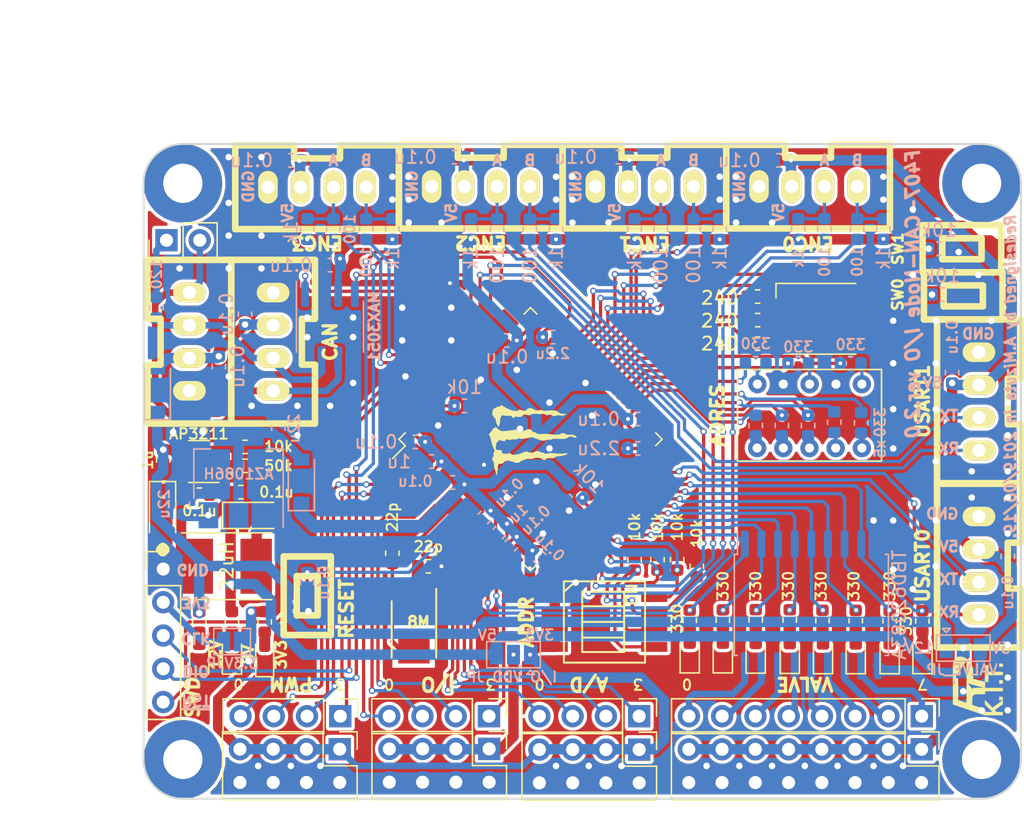
<source format=kicad_pcb>
(kicad_pcb (version 20171130) (host pcbnew "(5.1.5)-3")
  (layers (0 F.Cu signal) (1 In1.Cu power) (2 In2.Cu power) (31 B.Cu signal) (34 B.Paste user) (35 F.Paste user) (36 B.SilkS user) (37 F.SilkS user) (38 B.Mask user) (39 F.Mask user) (44 Edge.Cuts user))
  (net 0 "")
  (net 1 GND)
  (net 2 +5V)
  (net 3 "Net-(P1-Pad4)")
  (net 4 "Net-(P1-Pad3)")
  (net 5 "Net-(P3-Pad4)")
  (net 6 "Net-(P3-Pad3)")
  (net 7 /OSC_OUT)
  (net 8 /nRST)
  (net 9 CAN1_BUS_VDD)
  (net 10 /PE8)
  (net 11 /UART5_RX)
  (net 12 /UART5_TX)
  (net 13 /SWDIO)
  (net 14 /SWCLK)
  (net 15 /AD1_IN10)
  (net 16 /AD1_IN11)
  (net 17 /AD1_IN12)
  (net 18 /AD1_IN13)
  (net 19 /CAN1_H)
  (net 20 /CAN1_L)
  (net 21 /OSC_IN)
  (net 22 /CAN1_RX)
  (net 23 /CAN1_TX)
  (net 24 /UART4_RX)
  (net 25 /UART4_TX)
  (net 26 /PE10)
  (net 27 /PE12)
  (net 28 /PE14)
  (net 29 /PE15)
  (net 30 +12V)
  (net 31 "Net-(D5-Pad2)")
  (net 32 /PE9)
  (net 33 /PE11)
  (net 34 /PE13)
  (net 35 /VALVE0)
  (net 36 /VALVE1)
  (net 37 /VALVE2)
  (net 38 /VALVE3)
  (net 39 /VALVE4)
  (net 40 /VALVE5)
  (net 41 /VALVE6)
  (net 42 /VALVE7)
  (net 43 /TIM9_CH1)
  (net 44 /TIM9_CH2)
  (net 45 /TIM10_CH1)
  (net 46 /TIM11_CH1)
  (net 47 /TIM_CH1)
  (net 48 /TIM_CH2)
  (net 49 /TIM_CH3)
  (net 50 /TIM4_CH1)
  (net 51 /TIM4_CH2)
  (net 52 /TIM3_CH2)
  (net 53 /TIM3_CH1)
  (net 54 /TIM5_CH2)
  (net 55 /TIM5_CH1)
  (net 56 /TIM8_CH2)
  (net 57 /TIM8_CH1)
  (net 58 /PA2)
  (net 59 /PC15)
  (net 60 /PC14)
  (net 61 /PC13)
  (net 62 /LED0)
  (net 63 /LED1)
  (net 64 /LED2)
  (net 65 /LED3)
  (net 66 /LED4)
  (net 67 /LED5)
  (net 68 /LED6)
  (net 69 /LED7)
  (net 70 /SW0)
  (net 71 /SW1)
  (net 72 /ADRESS1)
  (net 73 /ADRESS2)
  (net 74 /ADRESS3)
  (net 75 /ADRESS0)
  (net 76 /VALVE)
  (net 77 /TIM12_CH1)
  (net 78 "Net-(U1-Pad1)")
  (net 79 "Net-(U1-Pad2)")
  (net 80 "Net-(U1-Pad3)")
  (net 81 "Net-(U1-Pad26)")
  (net 82 "Net-(U1-Pad29)")
  (net 83 "Net-(U1-Pad30)")
  (net 84 "Net-(U1-Pad38)")
  (net 85 "Net-(C2-Pad1)")
  (net 86 "Net-(U1-Pad51)")
  (net 87 "Net-(U1-Pad52)")
  (net 88 "Net-(U1-Pad54)")
  (net 89 "Net-(C3-Pad1)")
  (net 90 "Net-(U1-Pad77)")
  (net 91 "Net-(U1-Pad84)")
  (net 92 "Net-(U1-Pad85)")
  (net 93 "Net-(U1-Pad86)")
  (net 94 "Net-(U1-Pad87)")
  (net 95 "Net-(U1-Pad88)")
  (net 96 "Net-(U1-Pad89)")
  (net 97 "Net-(U1-Pad90)")
  (net 98 "Net-(U1-Pad91)")
  (net 99 "Net-(U1-Pad97)")
  (net 100 "Net-(U1-Pad98)")
  (net 101 +3V3)
  (net 102 "Net-(R28-Pad1)")
  (net 103 "Net-(C12-Pad1)")
  (net 104 "Net-(C25-Pad2)")
  (net 105 "Net-(C25-Pad1)")
  (net 106 "Net-(D3-Pad2)")
  (net 107 "Net-(D4-Pad2)")
  (net 108 "Net-(D7-Pad2)")
  (net 109 "Net-(D8-Pad2)")
  (net 110 "Net-(D9-Pad2)")
  (net 111 "Net-(D10-Pad2)")
  (net 112 "Net-(D11-Pad2)")
  (net 113 "Net-(D12-Pad2)")
  (net 114 "Net-(D13-Pad2)")
  (net 115 "Net-(D14-Pad2)")
  (net 116 "Net-(JP1-Pad1)")
  (net 117 "Net-(JP2-Pad1)")
  (net 118 "Net-(JP3-Pad2)")
  (net 119 "Net-(P2-Pad4)")
  (net 120 "Net-(P2-Pad3)")
  (net 121 "Net-(P4-Pad4)")
  (net 122 "Net-(P4-Pad3)")
  (net 123 "Net-(R23-Pad1)")
  (net 124 "Net-(R24-Pad1)")
  (net 125 "Net-(R25-Pad1)")
  (net 126 /FB)
  (net 127 "Net-(R52-Pad2)")
  (net 128 "Net-(D15-Pad2)")
  (net 129 /USART3_TX)
  (net 130 /USART3_RX)
  (net 131 "Net-(U1-Pad70)")
  (net 132 "Net-(U1-Pad71)")
  (net 133 "Net-(R5-Pad1)")
  (net 134 "Net-(R20-Pad1)")
  (net 135 "Net-(R21-Pad1)")
  (net 136 "Net-(R42-Pad1)")
  (net 137 "Net-(R43-Pad1)")
  (net 138 "Net-(R44-Pad1)")
  (net 139 "Net-(R45-Pad1)")
  (net 140 "Net-(R46-Pad2)")
  (module Resistor_SMD:R_0603_1608Metric (layer B.Cu) (at 46.75 21.5 90)
    (fp_text reference R42 hide)
    (fp_text value 330)
    (pad 2 smd roundrect (at 0.7875 0 90) (size 0.875 0.95) (layers B.Cu B.Paste B.Mask) (net 62 /LED0))
    (pad 1 smd roundrect (at -0.7875 0 90) (size 0.875 0.95) (layers B.Cu B.Paste B.Mask) (net 136 "Net-(R42-Pad1)"))
  )
  (module Mizz_lib:XA_4P (layer F.Cu) (at 9.89 18.85 90)
    (fp_text reference P7 hide)
    (fp_text value CAN hide)
    (pad 4 thru_hole oval (at 0 0 90) (size 1.5 2.5) (drill 1) (layers *.Cu *.Mask F.SilkS) (net 20 /CAN1_L))
    (pad 3 thru_hole oval (at 2.5 0 90) (size 1.5 2.5) (drill 1) (layers *.Cu *.Mask F.SilkS) (net 19 /CAN1_H))
    (pad 2 thru_hole oval (at 5 0 90) (size 1.5 2.5) (drill 1) (layers *.Cu *.Mask F.SilkS) (net 9 CAN1_BUS_VDD))
    (pad 1 thru_hole oval (at 7.5 0 90) (size 1.5 2.5) (drill 1) (layers *.Cu *.Mask F.SilkS) (net 1 GND))
  )
  (module Package_QFP:LQFP-100_14x14mm_P0.5mm (layer F.Cu) (at 29.55 22.55 45)
    (fp_text reference U1 hide)
    (fp_text value STM32F407VG)
    (pad 1 smd roundrect (at -7.675 -6 45) (size 1.6 0.3) (layers F.Cu F.Paste F.Mask) (net 78 "Net-(U1-Pad1)"))
    (pad 2 smd roundrect (at -7.675 -5.5 45) (size 1.6 0.3) (layers F.Cu F.Paste F.Mask) (net 79 "Net-(U1-Pad2)"))
    (pad 3 smd roundrect (at -7.675 -5 45) (size 1.6 0.3) (layers F.Cu F.Paste F.Mask) (net 80 "Net-(U1-Pad3)"))
    (pad 4 smd roundrect (at -7.675 -4.5 45) (size 1.6 0.3) (layers F.Cu F.Paste F.Mask) (net 43 /TIM9_CH1))
    (pad 5 smd roundrect (at -7.675 -4 45) (size 1.6 0.3) (layers F.Cu F.Paste F.Mask) (net 44 /TIM9_CH2))
    (pad 6 smd roundrect (at -7.675 -3.5 45) (size 1.6 0.3) (layers F.Cu F.Paste F.Mask) (net 101 +3V3))
    (pad 7 smd roundrect (at -7.675 -3 45) (size 1.6 0.3) (layers F.Cu F.Paste F.Mask) (net 61 /PC13))
    (pad 8 smd roundrect (at -7.675 -2.5 45) (size 1.6 0.3) (layers F.Cu F.Paste F.Mask) (net 60 /PC14))
    (pad 9 smd roundrect (at -7.675 -2 45) (size 1.6 0.3) (layers F.Cu F.Paste F.Mask) (net 59 /PC15))
    (pad 10 smd roundrect (at -7.675 -1.5 45) (size 1.6 0.3) (layers F.Cu F.Paste F.Mask) (net 1 GND))
    (pad 11 smd roundrect (at -7.675 -1 45) (size 1.6 0.3) (layers F.Cu F.Paste F.Mask) (net 101 +3V3))
    (pad 12 smd roundrect (at -7.675 -0.5 45) (size 1.6 0.3) (layers F.Cu F.Paste F.Mask) (net 21 /OSC_IN))
    (pad 13 smd roundrect (at -7.675 0 45) (size 1.6 0.3) (layers F.Cu F.Paste F.Mask) (net 7 /OSC_OUT))
    (pad 14 smd roundrect (at -7.675 0.5 45) (size 1.6 0.3) (layers F.Cu F.Paste F.Mask) (net 8 /nRST))
    (pad 15 smd roundrect (at -7.675 1 45) (size 1.6 0.3) (layers F.Cu F.Paste F.Mask) (net 15 /AD1_IN10))
    (pad 16 smd roundrect (at -7.675 1.5 45) (size 1.6 0.3) (layers F.Cu F.Paste F.Mask) (net 16 /AD1_IN11))
    (pad 17 smd roundrect (at -7.675 2 45) (size 1.6 0.3) (layers F.Cu F.Paste F.Mask) (net 17 /AD1_IN12))
    (pad 18 smd roundrect (at -7.675 2.5 45) (size 1.6 0.3) (layers F.Cu F.Paste F.Mask) (net 18 /AD1_IN13))
    (pad 19 smd roundrect (at -7.675 3 45) (size 1.6 0.3) (layers F.Cu F.Paste F.Mask) (net 101 +3V3))
    (pad 20 smd roundrect (at -7.675 3.5 45) (size 1.6 0.3) (layers F.Cu F.Paste F.Mask) (net 1 GND))
    (pad 21 smd roundrect (at -7.675 4 45) (size 1.6 0.3) (layers F.Cu F.Paste F.Mask) (net 101 +3V3))
    (pad 22 smd roundrect (at -7.675 4.5 45) (size 1.6 0.3) (layers F.Cu F.Paste F.Mask) (net 101 +3V3))
    (pad 23 smd roundrect (at -7.675 5 45) (size 1.6 0.3) (layers F.Cu F.Paste F.Mask) (net 55 /TIM5_CH1))
    (pad 24 smd roundrect (at -7.675 5.5 45) (size 1.6 0.3) (layers F.Cu F.Paste F.Mask) (net 54 /TIM5_CH2))
    (pad 25 smd roundrect (at -7.675 6 45) (size 1.6 0.3) (layers F.Cu F.Paste F.Mask) (net 58 /PA2))
    (pad 26 smd roundrect (at -6 7.675 45) (size 0.3 1.6) (layers F.Cu F.Paste F.Mask) (net 81 "Net-(U1-Pad26)"))
    (pad 27 smd roundrect (at -5.5 7.675 45) (size 0.3 1.6) (layers F.Cu F.Paste F.Mask) (net 1 GND))
    (pad 28 smd roundrect (at -5 7.675 45) (size 0.3 1.6) (layers F.Cu F.Paste F.Mask) (net 101 +3V3))
    (pad 29 smd roundrect (at -4.5 7.675 45) (size 0.3 1.6) (layers F.Cu F.Paste F.Mask) (net 82 "Net-(U1-Pad29)"))
    (pad 30 smd roundrect (at -4 7.675 45) (size 0.3 1.6) (layers F.Cu F.Paste F.Mask) (net 83 "Net-(U1-Pad30)"))
    (pad 31 smd roundrect (at -3.5 7.675 45) (size 0.3 1.6) (layers F.Cu F.Paste F.Mask) (net 53 /TIM3_CH1))
    (pad 32 smd roundrect (at -3 7.675 45) (size 0.3 1.6) (layers F.Cu F.Paste F.Mask) (net 52 /TIM3_CH2))
    (pad 33 smd roundrect (at -2.5 7.675 45) (size 0.3 1.6) (layers F.Cu F.Paste F.Mask) (net 75 /ADRESS0))
    (pad 34 smd roundrect (at -2 7.675 45) (size 0.3 1.6) (layers F.Cu F.Paste F.Mask) (net 72 /ADRESS1))
    (pad 35 smd roundrect (at -1.5 7.675 45) (size 0.3 1.6) (layers F.Cu F.Paste F.Mask) (net 73 /ADRESS2))
    (pad 36 smd roundrect (at -1 7.675 45) (size 0.3 1.6) (layers F.Cu F.Paste F.Mask) (net 74 /ADRESS3))
    (pad 37 smd roundrect (at -0.5 7.675 45) (size 0.3 1.6) (layers F.Cu F.Paste F.Mask) (net 127 "Net-(R52-Pad2)"))
    (pad 38 smd roundrect (at 0 7.675 45) (size 0.3 1.6) (layers F.Cu F.Paste F.Mask) (net 84 "Net-(U1-Pad38)"))
    (pad 39 smd roundrect (at 0.5 7.675 45) (size 0.3 1.6) (layers F.Cu F.Paste F.Mask) (net 10 /PE8))
    (pad 40 smd roundrect (at 1 7.675 45) (size 0.3 1.6) (layers F.Cu F.Paste F.Mask) (net 32 /PE9))
    (pad 41 smd roundrect (at 1.5 7.675 45) (size 0.3 1.6) (layers F.Cu F.Paste F.Mask) (net 26 /PE10))
    (pad 42 smd roundrect (at 2 7.675 45) (size 0.3 1.6) (layers F.Cu F.Paste F.Mask) (net 33 /PE11))
    (pad 43 smd roundrect (at 2.5 7.675 45) (size 0.3 1.6) (layers F.Cu F.Paste F.Mask) (net 27 /PE12))
    (pad 44 smd roundrect (at 3 7.675 45) (size 0.3 1.6) (layers F.Cu F.Paste F.Mask) (net 34 /PE13))
    (pad 45 smd roundrect (at 3.5 7.675 45) (size 0.3 1.6) (layers F.Cu F.Paste F.Mask) (net 28 /PE14))
    (pad 46 smd roundrect (at 4 7.675 45) (size 0.3 1.6) (layers F.Cu F.Paste F.Mask) (net 29 /PE15))
    (pad 47 smd roundrect (at 4.5 7.675 45) (size 0.3 1.6) (layers F.Cu F.Paste F.Mask) (net 129 /USART3_TX))
    (pad 48 smd roundrect (at 5 7.675 45) (size 0.3 1.6) (layers F.Cu F.Paste F.Mask) (net 130 /USART3_RX))
    (pad 49 smd roundrect (at 5.5 7.675 45) (size 0.3 1.6) (layers F.Cu F.Paste F.Mask) (net 85 "Net-(C2-Pad1)"))
    (pad 50 smd roundrect (at 6 7.675 45) (size 0.3 1.6) (layers F.Cu F.Paste F.Mask) (net 101 +3V3))
    (pad 51 smd roundrect (at 7.675 6 45) (size 1.6 0.3) (layers F.Cu F.Paste F.Mask) (net 86 "Net-(U1-Pad51)"))
    (pad 52 smd roundrect (at 7.675 5.5 45) (size 1.6 0.3) (layers F.Cu F.Paste F.Mask) (net 87 "Net-(U1-Pad52)"))
    (pad 53 smd roundrect (at 7.675 5 45) (size 1.6 0.3) (layers F.Cu F.Paste F.Mask) (net 77 /TIM12_CH1))
    (pad 54 smd roundrect (at 7.675 4.5 45) (size 1.6 0.3) (layers F.Cu F.Paste F.Mask) (net 88 "Net-(U1-Pad54)"))
    (pad 55 smd roundrect (at 7.675 4 45) (size 1.6 0.3) (layers F.Cu F.Paste F.Mask) (net 62 /LED0))
    (pad 56 smd roundrect (at 7.675 3.5 45) (size 1.6 0.3) (layers F.Cu F.Paste F.Mask) (net 63 /LED1))
    (pad 57 smd roundrect (at 7.675 3 45) (size 1.6 0.3) (layers F.Cu F.Paste F.Mask) (net 64 /LED2))
    (pad 58 smd roundrect (at 7.675 2.5 45) (size 1.6 0.3) (layers F.Cu F.Paste F.Mask) (net 65 /LED3))
    (pad 59 smd roundrect (at 7.675 2 45) (size 1.6 0.3) (layers F.Cu F.Paste F.Mask) (net 66 /LED4))
    (pad 60 smd roundrect (at 7.675 1.5 45) (size 1.6 0.3) (layers F.Cu F.Paste F.Mask) (net 67 /LED5))
    (pad 61 smd roundrect (at 7.675 1 45) (size 1.6 0.3) (layers F.Cu F.Paste F.Mask) (net 68 /LED6))
    (pad 62 smd roundrect (at 7.675 0.5 45) (size 1.6 0.3) (layers F.Cu F.Paste F.Mask) (net 69 /LED7))
    (pad 63 smd roundrect (at 7.675 0 45) (size 1.6 0.3) (layers F.Cu F.Paste F.Mask) (net 57 /TIM8_CH1))
    (pad 64 smd roundrect (at 7.675 -0.5 45) (size 1.6 0.3) (layers F.Cu F.Paste F.Mask) (net 56 /TIM8_CH2))
    (pad 65 smd roundrect (at 7.675 -1 45) (size 1.6 0.3) (layers F.Cu F.Paste F.Mask) (net 70 /SW0))
    (pad 66 smd roundrect (at 7.675 -1.5 45) (size 1.6 0.3) (layers F.Cu F.Paste F.Mask) (net 71 /SW1))
    (pad 67 smd roundrect (at 7.675 -2 45) (size 1.6 0.3) (layers F.Cu F.Paste F.Mask) (net 47 /TIM_CH1))
    (pad 68 smd roundrect (at 7.675 -2.5 45) (size 1.6 0.3) (layers F.Cu F.Paste F.Mask) (net 48 /TIM_CH2))
    (pad 69 smd roundrect (at 7.675 -3 45) (size 1.6 0.3) (layers F.Cu F.Paste F.Mask) (net 49 /TIM_CH3))
    (pad 70 smd roundrect (at 7.675 -3.5 45) (size 1.6 0.3) (layers F.Cu F.Paste F.Mask) (net 131 "Net-(U1-Pad70)"))
    (pad 71 smd roundrect (at 7.675 -4 45) (size 1.6 0.3) (layers F.Cu F.Paste F.Mask) (net 132 "Net-(U1-Pad71)"))
    (pad 72 smd roundrect (at 7.675 -4.5 45) (size 1.6 0.3) (layers F.Cu F.Paste F.Mask) (net 13 /SWDIO))
    (pad 73 smd roundrect (at 7.675 -5 45) (size 1.6 0.3) (layers F.Cu F.Paste F.Mask) (net 89 "Net-(C3-Pad1)"))
    (pad 74 smd roundrect (at 7.675 -5.5 45) (size 1.6 0.3) (layers F.Cu F.Paste F.Mask) (net 1 GND))
    (pad 75 smd roundrect (at 7.675 -6 45) (size 1.6 0.3) (layers F.Cu F.Paste F.Mask) (net 101 +3V3))
    (pad 76 smd roundrect (at 6 -7.675 45) (size 0.3 1.6) (layers F.Cu F.Paste F.Mask) (net 14 /SWCLK))
    (pad 77 smd roundrect (at 5.5 -7.675 45) (size 0.3 1.6) (layers F.Cu F.Paste F.Mask) (net 90 "Net-(U1-Pad77)"))
    (pad 78 smd roundrect (at 5 -7.675 45) (size 0.3 1.6) (layers F.Cu F.Paste F.Mask) (net 25 /UART4_TX))
    (pad 79 smd roundrect (at 4.5 -7.675 45) (size 0.3 1.6) (layers F.Cu F.Paste F.Mask) (net 24 /UART4_RX))
    (pad 80 smd roundrect (at 4 -7.675 45) (size 0.3 1.6) (layers F.Cu F.Paste F.Mask) (net 12 /UART5_TX))
    (pad 81 smd roundrect (at 3.5 -7.675 45) (size 0.3 1.6) (layers F.Cu F.Paste F.Mask) (net 22 /CAN1_RX))
    (pad 82 smd roundrect (at 3 -7.675 45) (size 0.3 1.6) (layers F.Cu F.Paste F.Mask) (net 23 /CAN1_TX))
    (pad 83 smd roundrect (at 2.5 -7.675 45) (size 0.3 1.6) (layers F.Cu F.Paste F.Mask) (net 11 /UART5_RX))
    (pad 84 smd roundrect (at 2 -7.675 45) (size 0.3 1.6) (layers F.Cu F.Paste F.Mask) (net 91 "Net-(U1-Pad84)"))
    (pad 85 smd roundrect (at 1.5 -7.675 45) (size 0.3 1.6) (layers F.Cu F.Paste F.Mask) (net 92 "Net-(U1-Pad85)"))
    (pad 86 smd roundrect (at 1 -7.675 45) (size 0.3 1.6) (layers F.Cu F.Paste F.Mask) (net 93 "Net-(U1-Pad86)"))
    (pad 87 smd roundrect (at 0.5 -7.675 45) (size 0.3 1.6) (layers F.Cu F.Paste F.Mask) (net 94 "Net-(U1-Pad87)"))
    (pad 88 smd roundrect (at 0 -7.675 45) (size 0.3 1.6) (layers F.Cu F.Paste F.Mask) (net 95 "Net-(U1-Pad88)"))
    (pad 89 smd roundrect (at -0.5 -7.675 45) (size 0.3 1.6) (layers F.Cu F.Paste F.Mask) (net 96 "Net-(U1-Pad89)"))
    (pad 90 smd roundrect (at -1 -7.675 45) (size 0.3 1.6) (layers F.Cu F.Paste F.Mask) (net 97 "Net-(U1-Pad90)"))
    (pad 91 smd roundrect (at -1.5 -7.675 45) (size 0.3 1.6) (layers F.Cu F.Paste F.Mask) (net 98 "Net-(U1-Pad91)"))
    (pad 92 smd roundrect (at -2 -7.675 45) (size 0.3 1.6) (layers F.Cu F.Paste F.Mask) (net 50 /TIM4_CH1))
    (pad 93 smd roundrect (at -2.5 -7.675 45) (size 0.3 1.6) (layers F.Cu F.Paste F.Mask) (net 51 /TIM4_CH2))
    (pad 94 smd roundrect (at -3 -7.675 45) (size 0.3 1.6) (layers F.Cu F.Paste F.Mask) (net 102 "Net-(R28-Pad1)"))
    (pad 95 smd roundrect (at -3.5 -7.675 45) (size 0.3 1.6) (layers F.Cu F.Paste F.Mask) (net 45 /TIM10_CH1))
    (pad 96 smd roundrect (at -4 -7.675 45) (size 0.3 1.6) (layers F.Cu F.Paste F.Mask) (net 46 /TIM11_CH1))
    (pad 97 smd roundrect (at -4.5 -7.675 45) (size 0.3 1.6) (layers F.Cu F.Paste F.Mask) (net 99 "Net-(U1-Pad97)"))
    (pad 98 smd roundrect (at -5 -7.675 45) (size 0.3 1.6) (layers F.Cu F.Paste F.Mask) (net 100 "Net-(U1-Pad98)"))
    (pad 99 smd roundrect (at -5.5 -7.675 45) (size 0.3 1.6) (layers F.Cu F.Paste F.Mask) (net 1 GND))
    (pad 100 smd roundrect (at -6 -7.675 45) (size 0.3 1.6) (layers F.Cu F.Paste F.Mask) (net 101 +3V3))
  )
  (module Capacitor_SMD:C_0603_1608Metric (layer B.Cu) (at 37.75 23.25)
    (fp_text reference C2 hide)
    (fp_text value 2.2u (at -3 0) (layer B.SilkS) (effects (justify mirror)))
    (pad 2 smd roundrect (at 0.7875 0) (size 0.875 0.95) (layers B.Cu B.Paste B.Mask) (net 1 GND))
    (pad 1 smd roundrect (at -0.7875 0) (size 0.875 0.95) (layers B.Cu B.Paste B.Mask) (net 85 "Net-(C2-Pad1)"))
  )
  (module Capacitor_SMD:C_0603_1608Metric (layer B.Cu) (at 31.25 14.75)
    (fp_text reference C3 hide)
    (fp_text value 2.2u (at 0 1.25) (layer B.SilkS) (effects (font (size 0.8 0.8)) (justify mirror)))
    (pad 1 smd roundrect (at -0.7875 0) (size 0.875 0.95) (layers B.Cu B.Paste B.Mask) (net 89 "Net-(C3-Pad1)"))
    (pad 2 smd roundrect (at 0.7875 0) (size 0.875 0.95) (layers B.Cu B.Paste B.Mask) (net 1 GND))
  )
  (module Capacitor_SMD:C_0603_1608Metric (layer B.Cu) (at 48.5 1.25 180)
    (fp_text reference C4 hide)
    (fp_text value 0.1u (at 3 0) (layer B.SilkS) (effects (justify mirror)))
    (pad 2 smd roundrect (at 0.7875 0 180) (size 0.875 0.95) (layers B.Cu B.Paste B.Mask) (net 1 GND))
    (pad 1 smd roundrect (at -0.7875 0 180) (size 0.875 0.95) (layers B.Cu B.Paste B.Mask) (net 2 +5V))
  )
  (module Capacitor_SMD:C_0603_1608Metric (layer B.Cu) (at 36.25 1 180)
    (fp_text reference C5 hide)
    (fp_text value 0.1u (at 3.25 0) (layer B.SilkS) (effects (justify mirror)))
    (pad 1 smd roundrect (at -0.7875 0 180) (size 0.875 0.95) (layers B.Cu B.Paste B.Mask) (net 2 +5V))
    (pad 2 smd roundrect (at 0.7875 0 180) (size 0.875 0.95) (layers B.Cu B.Paste B.Mask) (net 1 GND))
  )
  (module Capacitor_SMD:C_0603_1608Metric (layer B.Cu) (at 23.75 1 180)
    (fp_text reference C6 hide)
    (fp_text value 0.1u (at 3 0) (layer B.SilkS) (effects (justify mirror)))
    (pad 2 smd roundrect (at 0.7875 0 180) (size 0.875 0.95) (layers B.Cu B.Paste B.Mask) (net 1 GND))
    (pad 1 smd roundrect (at -0.7875 0 180) (size 0.875 0.95) (layers B.Cu B.Paste B.Mask) (net 2 +5V))
  )
  (module Capacitor_SMD:C_0603_1608Metric (layer F.Cu) (at 21.75 32.25)
    (fp_text reference C7 hide)
    (fp_text value 22p (at 0 -1.5) (layer F.SilkS) (effects (font (size 0.8 0.8))))
    (pad 2 smd roundrect (at 0.7875 0) (size 0.875 0.95) (layers F.Cu F.Paste F.Mask) (net 1 GND))
    (pad 1 smd roundrect (at -0.7875 0) (size 0.875 0.95) (layers F.Cu F.Paste F.Mask) (net 7 /OSC_OUT))
  )
  (module Capacitor_SMD:C_0603_1608Metric (layer F.Cu) (at 19 31.25 90)
    (fp_text reference C8 hide)
    (fp_text value 22p (at 2.75 0 90) (layer F.SilkS) (effects (font (size 0.8 0.8))))
    (pad 1 smd roundrect (at -0.7875 0 90) (size 0.875 0.95) (layers F.Cu F.Paste F.Mask) (net 21 /OSC_IN))
    (pad 2 smd roundrect (at 0.7875 0 90) (size 0.875 0.95) (layers F.Cu F.Paste F.Mask) (net 1 GND))
  )
  (module Capacitor_SMD:C_0603_1608Metric (layer B.Cu) (at 61.75 17.4625 90)
    (fp_text reference C9 hide)
    (fp_text value 0.1u (at 2.7125 0 90) (layer B.SilkS) (effects (font (size 0.8 0.8)) (justify mirror)))
    (pad 1 smd roundrect (at -0.7875 0 90) (size 0.875 0.95) (layers B.Cu B.Paste B.Mask) (net 2 +5V))
    (pad 2 smd roundrect (at 0.7875 0 90) (size 0.875 0.95) (layers B.Cu B.Paste B.Mask) (net 1 GND))
  )
  (module Capacitor_SMD:C_0603_1608Metric (layer B.Cu) (at 12.5 33.5 270)
    (fp_text reference C10 hide)
    (fp_text value 0.1u (at 0 -1.25 90) (layer B.SilkS) (effects (font (size 0.8 0.8)) (justify mirror)))
    (pad 1 smd roundrect (at -0.7875 0 270) (size 0.875 0.95) (layers B.Cu B.Paste B.Mask) (net 8 /nRST))
    (pad 2 smd roundrect (at 0.7875 0 270) (size 0.875 0.95) (layers B.Cu B.Paste B.Mask) (net 1 GND))
  )
  (module Capacitor_SMD:C_0603_1608Metric (layer B.Cu) (at 3 27.5 90)
    (fp_text reference C11 hide)
    (fp_text value 22u (at 0 -1.43 90) (layer B.SilkS) (effects (font (size 0.8 0.8)) (justify mirror)))
    (pad 1 smd roundrect (at -0.7875 0 90) (size 0.875 0.95) (layers B.Cu B.Paste B.Mask) (net 2 +5V))
    (pad 2 smd roundrect (at 0.7875 0 90) (size 0.875 0.95) (layers B.Cu B.Paste B.Mask) (net 1 GND))
  )
  (module Capacitor_SMD:C_0603_1608Metric (layer B.Cu) (at 10.29 21.71 90)
    (fp_text reference C12 hide)
    (fp_text value 22u (at -0.02 1.2 90) (layer B.SilkS) (effects (font (size 0.8 0.8)) (justify mirror)))
    (pad 2 smd roundrect (at 0.7875 0 90) (size 0.875 0.95) (layers B.Cu B.Paste B.Mask) (net 1 GND))
    (pad 1 smd roundrect (at -0.7875 0 90) (size 0.875 0.95) (layers B.Cu B.Paste B.Mask) (net 103 "Net-(C12-Pad1)"))
  )
  (module Capacitor_SMD:C_0603_1608Metric (layer B.Cu) (at 14.25 9.25 180)
    (fp_text reference C13 hide)
    (fp_text value 0.1u (at 3 0) (layer B.SilkS) (effects (justify mirror)))
    (pad 1 smd roundrect (at -0.7875 0 180) (size 0.875 0.95) (layers B.Cu B.Paste B.Mask) (net 101 +3V3))
    (pad 2 smd roundrect (at 0.7875 0 180) (size 0.875 0.95) (layers B.Cu B.Paste B.Mask) (net 1 GND))
  )
  (module Capacitor_SMD:C_0603_1608Metric (layer B.Cu) (at 27.16 29.67 225)
    (fp_text reference C14 hide)
    (fp_text value 1u (at -2.071823 0.007071 45) (layer B.SilkS) (effects (font (size 0.8 0.8)) (justify mirror)))
    (pad 2 smd roundrect (at 0.7875 0 225) (size 0.875 0.95) (layers B.Cu B.Paste B.Mask) (net 1 GND))
    (pad 1 smd roundrect (at -0.7875 0 225) (size 0.875 0.95) (layers B.Cu B.Paste B.Mask) (net 101 +3V3))
  )
  (module Capacitor_SMD:C_0603_1608Metric (layer B.Cu) (at 28.09 30.6 225)
    (fp_text reference C15 hide)
    (fp_text value 0.1u (at -2.637508 0.007071 45) (layer B.SilkS) (effects (font (size 0.8 0.8)) (justify mirror)))
    (pad 1 smd roundrect (at -0.7875 0 225) (size 0.875 0.95) (layers B.Cu B.Paste B.Mask) (net 101 +3V3))
    (pad 2 smd roundrect (at 0.7875 0 225) (size 0.875 0.95) (layers B.Cu B.Paste B.Mask) (net 1 GND))
  )
  (module Capacitor_SMD:C_0603_1608Metric (layer B.Cu) (at 23.6 25.85 180)
    (fp_text reference C16 hide)
    (fp_text value 0.1u (at 2.85 0.1) (layer B.SilkS) (effects (font (size 0.8 0.8)) (justify mirror)))
    (pad 2 smd roundrect (at 0.7875 0 180) (size 0.875 0.95) (layers B.Cu B.Paste B.Mask) (net 1 GND))
    (pad 1 smd roundrect (at -0.7875 0 180) (size 0.875 0.95) (layers B.Cu B.Paste B.Mask) (net 101 +3V3))
  )
  (module Capacitor_SMD:C_0603_1608Metric (layer B.Cu) (at 26.02 28.52 225)
    (fp_text reference C17 hide)
    (fp_text value 0.1u (at -2.665793 -0.007071 45) (layer B.SilkS) (effects (font (size 0.8 0.8)) (justify mirror)))
    (pad 1 smd roundrect (at -0.7875 0 225) (size 0.875 0.95) (layers B.Cu B.Paste B.Mask) (net 101 +3V3))
    (pad 2 smd roundrect (at 0.7875 0 225) (size 0.875 0.95) (layers B.Cu B.Paste B.Mask) (net 1 GND))
  )
  (module Capacitor_SMD:C_0603_1608Metric (layer B.Cu) (at 30.25 31.6 315)
    (fp_text reference C18 hide)
    (fp_text value 0.1u (at -0.06364 -1.152584 135) (layer B.SilkS) (effects (font (size 0.8 0.8)) (justify mirror)))
    (pad 2 smd roundrect (at 0.7875 0 315) (size 0.875 0.95) (layers B.Cu B.Paste B.Mask) (net 1 GND))
    (pad 1 smd roundrect (at -0.7875 0 315) (size 0.875 0.95) (layers B.Cu B.Paste B.Mask) (net 101 +3V3))
  )
  (module Capacitor_SMD:C_0603_1608Metric (layer B.Cu) (at 37.75 21)
    (fp_text reference C19 hide)
    (fp_text value 0.1u (at -3 0) (layer B.SilkS) (effects (justify mirror)))
    (pad 1 smd roundrect (at -0.7875 0) (size 0.875 0.95) (layers B.Cu B.Paste B.Mask) (net 101 +3V3))
    (pad 2 smd roundrect (at 0.7875 0) (size 0.875 0.95) (layers B.Cu B.Paste B.Mask) (net 1 GND))
  )
  (module Capacitor_SMD:C_0603_1608Metric (layer B.Cu) (at 5.75 17 270)
    (fp_text reference C20 hide)
    (fp_text value 0.1u (at 0 -1.43 90) (layer B.SilkS) (effects (justify mirror)))
    (pad 1 smd roundrect (at -0.7875 0 270) (size 0.875 0.95) (layers B.Cu B.Paste B.Mask) (net 9 CAN1_BUS_VDD))
    (pad 2 smd roundrect (at 0.7875 0 270) (size 0.875 0.95) (layers B.Cu B.Paste B.Mask) (net 1 GND))
  )
  (module Capacitor_SMD:C_0603_1608Metric (layer B.Cu) (at 27.75 15 180)
    (fp_text reference C21 hide)
    (fp_text value 0.1u (at 0 -1.25) (layer B.SilkS) (effects (justify mirror)))
    (pad 2 smd roundrect (at 0.7875 0 180) (size 0.875 0.95) (layers B.Cu B.Paste B.Mask) (net 1 GND))
    (pad 1 smd roundrect (at -0.7875 0 180) (size 0.875 0.95) (layers B.Cu B.Paste B.Mask) (net 101 +3V3))
  )
  (module Capacitor_SMD:C_0603_1608Metric (layer B.Cu) (at 20.75 22.75)
    (fp_text reference C22 hide)
    (fp_text value 0.1u (at -3 0) (layer B.SilkS) (effects (justify mirror)))
    (pad 1 smd roundrect (at -0.7875 0) (size 0.875 0.95) (layers B.Cu B.Paste B.Mask) (net 1 GND))
    (pad 2 smd roundrect (at 0.7875 0) (size 0.875 0.95) (layers B.Cu B.Paste B.Mask) (net 101 +3V3))
  )
  (module Capacitor_SMD:C_0603_1608Metric (layer B.Cu) (at 22 24.25)
    (fp_text reference C23 hide)
    (fp_text value 1u (at -2.5 0) (layer B.SilkS) (effects (justify mirror)))
    (pad 2 smd roundrect (at 0.7875 0) (size 0.875 0.95) (layers B.Cu B.Paste B.Mask) (net 101 +3V3))
    (pad 1 smd roundrect (at -0.7875 0) (size 0.875 0.95) (layers B.Cu B.Paste B.Mask) (net 1 GND))
  )
  (module Capacitor_SMD:C_0603_1608Metric (layer B.Cu) (at 7.75 13 90)
    (fp_text reference C24 hide)
    (fp_text value 0.1u (at 0 -1.43 90) (layer B.SilkS) (effects (justify mirror)))
    (pad 2 smd roundrect (at 0.7875 0 90) (size 0.875 0.95) (layers B.Cu B.Paste B.Mask) (net 1 GND))
    (pad 1 smd roundrect (at -0.7875 0 90) (size 0.875 0.95) (layers B.Cu B.Paste B.Mask) (net 9 CAN1_BUS_VDD))
  )
  (module Capacitor_SMD:C_0603_1608Metric (layer F.Cu) (at 4.25 26.78)
    (fp_text reference C25 hide)
    (fp_text value 0.1u (at 0.02 1.23) (layer F.SilkS) (effects (font (size 0.8 0.8))))
    (pad 2 smd roundrect (at 0.7875 0) (size 0.875 0.95) (layers F.Cu F.Paste F.Mask) (net 104 "Net-(C25-Pad2)"))
    (pad 1 smd roundrect (at -0.7875 0) (size 0.875 0.95) (layers F.Cu F.Paste F.Mask) (net 105 "Net-(C25-Pad1)"))
  )
  (module Capacitor_SMD:C_0603_1608Metric (layer F.Cu) (at 1.5 24.13 270)
    (fp_text reference C26 hide)
    (fp_text value 1u (at 0 1.2 90) (layer F.SilkS) (effects (font (size 0.8 0.8))))
    (pad 1 smd roundrect (at -0.7875 0 270) (size 0.875 0.95) (layers F.Cu F.Paste F.Mask) (net 30 +12V))
    (pad 2 smd roundrect (at 0.7875 0 270) (size 0.875 0.95) (layers F.Cu F.Paste F.Mask) (net 1 GND))
  )
  (module Capacitor_SMD:C_0603_1608Metric (layer F.Cu) (at 7.4275 26.59)
    (fp_text reference C27 hide)
    (fp_text value 0.1u (at 2.7225 -0.01) (layer F.SilkS) (effects (font (size 0.8 0.8))))
    (pad 2 smd roundrect (at 0.7875 0) (size 0.875 0.95) (layers F.Cu F.Paste F.Mask) (net 1 GND))
    (pad 1 smd roundrect (at -0.7875 0) (size 0.875 0.95) (layers F.Cu F.Paste F.Mask) (net 2 +5V))
  )
  (module LED_SMD:LED_0603_1608Metric (layer F.Cu) (at 4.25 39 90)
    (fp_text reference D3 hide)
    (fp_text value 12V)
    (pad 1 smd roundrect (at -0.7875 0 90) (size 0.875 0.95) (layers F.Cu F.Paste F.Mask) (net 1 GND))
    (pad 2 smd roundrect (at 0.7875 0 90) (size 0.875 0.95) (layers F.Cu F.Paste F.Mask) (net 106 "Net-(D3-Pad2)"))
  )
  (module LED_SMD:LED_0603_1608Metric (layer F.Cu) (at 6.75 39 90)
    (fp_text reference D4 hide)
    (fp_text value 5V hide)
    (pad 2 smd roundrect (at 0.7875 0 90) (size 0.875 0.95) (layers F.Cu F.Paste F.Mask) (net 107 "Net-(D4-Pad2)"))
    (pad 1 smd roundrect (at -0.7875 0 90) (size 0.875 0.95) (layers F.Cu F.Paste F.Mask) (net 1 GND))
  )
  (module LED_SMD:LED_0603_1608Metric (layer F.Cu) (at 41.71 38.91 90)
    (fp_text reference D7 hide)
    (fp_text value LED)
    (pad 1 smd roundrect (at -0.7875 0 90) (size 0.875 0.95) (layers F.Cu F.Paste F.Mask) (net 1 GND))
    (pad 2 smd roundrect (at 0.7875 0 90) (size 0.875 0.95) (layers F.Cu F.Paste F.Mask) (net 108 "Net-(D7-Pad2)"))
  )
  (module LED_SMD:LED_0603_1608Metric (layer F.Cu) (at 44.24 38.91 90)
    (fp_text reference D8 hide)
    (fp_text value LED)
    (pad 2 smd roundrect (at 0.7875 0 90) (size 0.875 0.95) (layers F.Cu F.Paste F.Mask) (net 109 "Net-(D8-Pad2)"))
    (pad 1 smd roundrect (at -0.7875 0 90) (size 0.875 0.95) (layers F.Cu F.Paste F.Mask) (net 1 GND))
  )
  (module LED_SMD:LED_0603_1608Metric (layer F.Cu) (at 46.75 38.93 90)
    (fp_text reference D9 hide)
    (fp_text value LED)
    (pad 2 smd roundrect (at 0.7875 0 90) (size 0.875 0.95) (layers F.Cu F.Paste F.Mask) (net 110 "Net-(D9-Pad2)"))
    (pad 1 smd roundrect (at -0.7875 0 90) (size 0.875 0.95) (layers F.Cu F.Paste F.Mask) (net 1 GND))
  )
  (module LED_SMD:LED_0603_1608Metric (layer F.Cu) (at 49.35 38.95 90)
    (fp_text reference D10 hide)
    (fp_text value LED)
    (pad 2 smd roundrect (at 0.7875 0 90) (size 0.875 0.95) (layers F.Cu F.Paste F.Mask) (net 111 "Net-(D10-Pad2)"))
    (pad 1 smd roundrect (at -0.7875 0 90) (size 0.875 0.95) (layers F.Cu F.Paste F.Mask) (net 1 GND))
  )
  (module LED_SMD:LED_0603_1608Metric (layer F.Cu) (at 51.89 38.97 90)
    (fp_text reference D11 hide)
    (fp_text value LED)
    (pad 1 smd roundrect (at -0.7875 0 90) (size 0.875 0.95) (layers F.Cu F.Paste F.Mask) (net 1 GND))
    (pad 2 smd roundrect (at 0.7875 0 90) (size 0.875 0.95) (layers F.Cu F.Paste F.Mask) (net 112 "Net-(D11-Pad2)"))
  )
  (module LED_SMD:LED_0603_1608Metric (layer F.Cu) (at 54.39 38.97 90)
    (fp_text reference D12 hide)
    (fp_text value LED)
    (pad 1 smd roundrect (at -0.7875 0 90) (size 0.875 0.95) (layers F.Cu F.Paste F.Mask) (net 1 GND))
    (pad 2 smd roundrect (at 0.7875 0 90) (size 0.875 0.95) (layers F.Cu F.Paste F.Mask) (net 113 "Net-(D12-Pad2)"))
  )
  (module LED_SMD:LED_0603_1608Metric (layer F.Cu) (at 56.98 38.97 90)
    (fp_text reference D13 hide)
    (fp_text value LED)
    (pad 2 smd roundrect (at 0.7875 0 90) (size 0.875 0.95) (layers F.Cu F.Paste F.Mask) (net 114 "Net-(D13-Pad2)"))
    (pad 1 smd roundrect (at -0.7875 0 90) (size 0.875 0.95) (layers F.Cu F.Paste F.Mask) (net 1 GND))
  )
  (module LED_SMD:LED_0603_1608Metric (layer F.Cu) (at 59.49 38.97 90)
    (fp_text reference D14 hide)
    (fp_text value LED)
    (pad 1 smd roundrect (at -0.7875 0 90) (size 0.875 0.95) (layers F.Cu F.Paste F.Mask) (net 1 GND))
    (pad 2 smd roundrect (at 0.7875 0 90) (size 0.875 0.95) (layers F.Cu F.Paste F.Mask) (net 115 "Net-(D14-Pad2)"))
  )
  (module Connector_PinHeader_2.54mm:PinHeader_1x05_P2.54mm_Vertical (layer F.Cu) (at 1.5 32.46)
    (fp_text reference P6 hide)
    (fp_text value SWD hide)
    (pad 1 thru_hole rect (at 0 0) (size 1.7 1.7) (drill 1) (layers *.Cu *.Mask) (net 1 GND))
    (pad 2 thru_hole oval (at 0 2.54) (size 1.7 1.7) (drill 1) (layers *.Cu *.Mask) (net 116 "Net-(JP1-Pad1)"))
    (pad 3 thru_hole oval (at 0 5.08) (size 1.7 1.7) (drill 1) (layers *.Cu *.Mask) (net 14 /SWCLK))
    (pad 4 thru_hole oval (at 0 7.62) (size 1.7 1.7) (drill 1) (layers *.Cu *.Mask) (net 13 /SWDIO))
    (pad 5 thru_hole oval (at 0 10.16) (size 1.7 1.7) (drill 1) (layers *.Cu *.Mask) (net 8 /nRST))
  )
  (module Connector_PinHeader_2.54mm:PinHeader_1x08_P2.54mm_Vertical (layer F.Cu) (at 59.43 43.7 270)
    (fp_text reference P9 hide)
    (fp_text value VALVE)
    (pad 1 thru_hole rect (at 0 0 270) (size 1.7 1.7) (drill 1) (layers *.Cu *.Mask) (net 35 /VALVE0))
    (pad 2 thru_hole oval (at 0 2.54 270) (size 1.7 1.7) (drill 1) (layers *.Cu *.Mask) (net 36 /VALVE1))
    (pad 3 thru_hole oval (at 0 5.08 270) (size 1.7 1.7) (drill 1) (layers *.Cu *.Mask) (net 37 /VALVE2))
    (pad 4 thru_hole oval (at 0 7.62 270) (size 1.7 1.7) (drill 1) (layers *.Cu *.Mask) (net 38 /VALVE3))
    (pad 5 thru_hole oval (at 0 10.16 270) (size 1.7 1.7) (drill 1) (layers *.Cu *.Mask) (net 39 /VALVE4))
    (pad 6 thru_hole oval (at 0 12.7 270) (size 1.7 1.7) (drill 1) (layers *.Cu *.Mask) (net 40 /VALVE5))
    (pad 7 thru_hole oval (at 0 15.24 270) (size 1.7 1.7) (drill 1) (layers *.Cu *.Mask) (net 41 /VALVE6))
    (pad 8 thru_hole oval (at 0 17.78 270) (size 1.7 1.7) (drill 1) (layers *.Cu *.Mask) (net 42 /VALVE7))
  )
  (module Connector_PinHeader_2.54mm:PinHeader_1x04_P2.54mm_Vertical (layer F.Cu) (at 37.85 43.7 270)
    (fp_text reference P10 hide)
    (fp_text value ADC)
    (pad 1 thru_hole rect (at 0 0 270) (size 1.7 1.7) (drill 1) (layers *.Cu *.Mask) (net 18 /AD1_IN13))
    (pad 2 thru_hole oval (at 0 2.54 270) (size 1.7 1.7) (drill 1) (layers *.Cu *.Mask) (net 17 /AD1_IN12))
    (pad 3 thru_hole oval (at 0 5.08 270) (size 1.7 1.7) (drill 1) (layers *.Cu *.Mask) (net 16 /AD1_IN11))
    (pad 4 thru_hole oval (at 0 7.62 270) (size 1.7 1.7) (drill 1) (layers *.Cu *.Mask) (net 15 /AD1_IN10))
  )
  (module Connector_PinHeader_2.54mm:PinHeader_1x04_P2.54mm_Vertical (layer F.Cu) (at 15.025 43.7 270)
    (fp_text reference P11 hide)
    (fp_text value PWM)
    (pad 4 thru_hole oval (at 0 7.62 270) (size 1.7 1.7) (drill 1) (layers *.Cu *.Mask) (net 45 /TIM10_CH1))
    (pad 3 thru_hole oval (at 0 5.08 270) (size 1.7 1.7) (drill 1) (layers *.Cu *.Mask) (net 46 /TIM11_CH1))
    (pad 2 thru_hole oval (at 0 2.54 270) (size 1.7 1.7) (drill 1) (layers *.Cu *.Mask) (net 43 /TIM9_CH1))
    (pad 1 thru_hole rect (at 0 0 270) (size 1.7 1.7) (drill 1) (layers *.Cu *.Mask) (net 44 /TIM9_CH2))
  )
  (module Connector_PinHeader_2.54mm:PinHeader_1x04_P2.54mm_Vertical (layer F.Cu) (at 26.38 43.7 270)
    (fp_text reference P12 hide)
    (fp_text value I/O)
    (pad 1 thru_hole rect (at 0 0 270) (size 1.7 1.7) (drill 1) (layers *.Cu *.Mask) (net 58 /PA2))
    (pad 2 thru_hole oval (at 0 2.54 270) (size 1.7 1.7) (drill 1) (layers *.Cu *.Mask) (net 59 /PC15))
    (pad 3 thru_hole oval (at 0 5.08 270) (size 1.7 1.7) (drill 1) (layers *.Cu *.Mask) (net 60 /PC14))
    (pad 4 thru_hole oval (at 0 7.62 270) (size 1.7 1.7) (drill 1) (layers *.Cu *.Mask) (net 61 /PC13))
  )
  (module Connector_PinHeader_2.54mm:PinHeader_2x04_P2.54mm_Vertical (layer F.Cu) (at 37.85 46.25 270)
    (fp_text reference P13 hide)
    (fp_text value ADC_Vdd)
    (pad 1 thru_hole rect (at 0 0 270) (size 1.7 1.7) (drill 1) (layers *.Cu *.Mask) (net 101 +3V3))
    (pad 2 thru_hole oval (at 2.54 0 270) (size 1.7 1.7) (drill 1) (layers *.Cu *.Mask) (net 1 GND))
    (pad 3 thru_hole oval (at 0 2.54 270) (size 1.7 1.7) (drill 1) (layers *.Cu *.Mask) (net 101 +3V3))
    (pad 4 thru_hole oval (at 2.54 2.54 270) (size 1.7 1.7) (drill 1) (layers *.Cu *.Mask) (net 1 GND))
    (pad 5 thru_hole oval (at 0 5.08 270) (size 1.7 1.7) (drill 1) (layers *.Cu *.Mask) (net 101 +3V3))
    (pad 6 thru_hole oval (at 2.54 5.08 270) (size 1.7 1.7) (drill 1) (layers *.Cu *.Mask) (net 1 GND))
    (pad 7 thru_hole oval (at 0 7.62 270) (size 1.7 1.7) (drill 1) (layers *.Cu *.Mask) (net 101 +3V3))
    (pad 8 thru_hole oval (at 2.54 7.62 270) (size 1.7 1.7) (drill 1) (layers *.Cu *.Mask) (net 1 GND))
  )
  (module Connector_PinHeader_2.54mm:PinHeader_2x04_P2.54mm_Vertical (layer F.Cu) (at 14.98 46.22 270)
    (fp_text reference P14 hide)
    (fp_text value PWM_Vdd)
    (pad 8 thru_hole oval (at 2.54 7.62 270) (size 1.7 1.7) (drill 1) (layers *.Cu *.Mask) (net 1 GND))
    (pad 7 thru_hole oval (at 0 7.62 270) (size 1.7 1.7) (drill 1) (layers *.Cu *.Mask) (net 101 +3V3))
    (pad 6 thru_hole oval (at 2.54 5.08 270) (size 1.7 1.7) (drill 1) (layers *.Cu *.Mask) (net 1 GND))
    (pad 5 thru_hole oval (at 0 5.08 270) (size 1.7 1.7) (drill 1) (layers *.Cu *.Mask) (net 101 +3V3))
    (pad 4 thru_hole oval (at 2.54 2.54 270) (size 1.7 1.7) (drill 1) (layers *.Cu *.Mask) (net 1 GND))
    (pad 3 thru_hole oval (at 0 2.54 270) (size 1.7 1.7) (drill 1) (layers *.Cu *.Mask) (net 101 +3V3))
    (pad 2 thru_hole oval (at 2.54 0 270) (size 1.7 1.7) (drill 1) (layers *.Cu *.Mask) (net 1 GND))
    (pad 1 thru_hole rect (at 0 0 270) (size 1.7 1.7) (drill 1) (layers *.Cu *.Mask) (net 101 +3V3))
  )
  (module Connector_PinHeader_2.54mm:PinHeader_2x04_P2.54mm_Vertical (layer F.Cu) (at 26.39 46.2 270)
    (fp_text reference P15 hide)
    (fp_text value I/O_Vdd)
    (pad 1 thru_hole rect (at 0 0 270) (size 1.7 1.7) (drill 1) (layers *.Cu *.Mask) (net 118 "Net-(JP3-Pad2)"))
    (pad 2 thru_hole oval (at 2.54 0 270) (size 1.7 1.7) (drill 1) (layers *.Cu *.Mask) (net 1 GND))
    (pad 3 thru_hole oval (at 0 2.54 270) (size 1.7 1.7) (drill 1) (layers *.Cu *.Mask) (net 118 "Net-(JP3-Pad2)"))
    (pad 4 thru_hole oval (at 2.54 2.54 270) (size 1.7 1.7) (drill 1) (layers *.Cu *.Mask) (net 1 GND))
    (pad 5 thru_hole oval (at 0 5.08 270) (size 1.7 1.7) (drill 1) (layers *.Cu *.Mask) (net 118 "Net-(JP3-Pad2)"))
    (pad 6 thru_hole oval (at 2.54 5.08 270) (size 1.7 1.7) (drill 1) (layers *.Cu *.Mask) (net 1 GND))
    (pad 7 thru_hole oval (at 0 7.62 270) (size 1.7 1.7) (drill 1) (layers *.Cu *.Mask) (net 118 "Net-(JP3-Pad2)"))
    (pad 8 thru_hole oval (at 2.54 7.62 270) (size 1.7 1.7) (drill 1) (layers *.Cu *.Mask) (net 1 GND))
  )
  (module Resistor_SMD:R_0603_1608Metric (layer B.Cu) (at 12.5 6.5 90)
    (fp_text reference R1 hide)
    (fp_text value 1k (at -0.25 -1.25 90) (layer B.SilkS) (effects (justify mirror)))
    (pad 1 smd roundrect (at -0.7875 0 90) (size 0.875 0.95) (layers B.Cu B.Paste B.Mask) (net 101 +3V3))
    (pad 2 smd roundrect (at 0.7875 0 90) (size 0.875 0.95) (layers B.Cu B.Paste B.Mask) (net 4 "Net-(P1-Pad3)"))
  )
  (module Resistor_SMD:R_0603_1608Metric (layer B.Cu) (at 19 6.5 90)
    (fp_text reference R2 hide)
    (fp_text value 1k (at -2.25 0 90) (layer B.SilkS) (effects (justify mirror)))
    (pad 2 smd roundrect (at 0.7875 0 90) (size 0.875 0.95) (layers B.Cu B.Paste B.Mask) (net 3 "Net-(P1-Pad4)"))
    (pad 1 smd roundrect (at -0.7875 0 90) (size 0.875 0.95) (layers B.Cu B.Paste B.Mask) (net 101 +3V3))
  )
  (module Resistor_SMD:R_0603_1608Metric (layer B.Cu) (at 14.5 6.5 90)
    (fp_text reference R3 hide)
    (fp_text value 100 (at 0 1.25 90) (layer B.SilkS) (effects (font (size 0.8 0.8)) (justify mirror)))
    (pad 1 smd roundrect (at -0.7875 0 90) (size 0.875 0.95) (layers B.Cu B.Paste B.Mask) (net 51 /TIM4_CH2))
    (pad 2 smd roundrect (at 0.7875 0 90) (size 0.875 0.95) (layers B.Cu B.Paste B.Mask) (net 4 "Net-(P1-Pad3)"))
  )
  (module Resistor_SMD:R_0603_1608Metric (layer B.Cu) (at 17 6.5 90)
    (fp_text reference R4 hide)
    (fp_text value 100 (at -2.5 0 90) (layer B.SilkS) (effects (font (size 0.8 0.8)) (justify mirror)))
    (pad 2 smd roundrect (at 0.7875 0 90) (size 0.875 0.95) (layers B.Cu B.Paste B.Mask) (net 3 "Net-(P1-Pad4)"))
    (pad 1 smd roundrect (at -0.7875 0 90) (size 0.875 0.95) (layers B.Cu B.Paste B.Mask) (net 50 /TIM4_CH1))
  )
  (module Resistor_SMD:R_0603_1608Metric (layer B.Cu) (at 50 6.5 90)
    (fp_text reference R6 hide)
    (fp_text value 1k (at -2.25 0 90) (layer B.SilkS) (effects (font (size 0.8 0.8)) (justify mirror)))
    (pad 1 smd roundrect (at -0.7875 0 90) (size 0.875 0.95) (layers B.Cu B.Paste B.Mask) (net 101 +3V3))
    (pad 2 smd roundrect (at 0.7875 0 90) (size 0.875 0.95) (layers B.Cu B.Paste B.Mask) (net 120 "Net-(P2-Pad3)"))
  )
  (module Resistor_SMD:R_0603_1608Metric (layer B.Cu) (at 56.5 6.5 90)
    (fp_text reference R7 hide)
    (fp_text value 1k (at -2.25 0 90) (layer B.SilkS) (effects (justify mirror)))
    (pad 2 smd roundrect (at 0.7875 0 90) (size 0.875 0.95) (layers B.Cu B.Paste B.Mask) (net 119 "Net-(P2-Pad4)"))
    (pad 1 smd roundrect (at -0.7875 0 90) (size 0.875 0.95) (layers B.Cu B.Paste B.Mask) (net 101 +3V3))
  )
  (module Resistor_SMD:R_0603_1608Metric (layer B.Cu) (at 52 6.5 90)
    (fp_text reference R8 hide)
    (fp_text value 100 (at -2.5 0 90) (layer B.SilkS) (effects (font (size 0.8 0.8)) (justify mirror)))
    (pad 2 smd roundrect (at 0.7875 0 90) (size 0.875 0.95) (layers B.Cu B.Paste B.Mask) (net 120 "Net-(P2-Pad3)"))
    (pad 1 smd roundrect (at -0.7875 0 90) (size 0.875 0.95) (layers B.Cu B.Paste B.Mask) (net 54 /TIM5_CH2))
  )
  (module Resistor_SMD:R_0603_1608Metric (layer B.Cu) (at 54.5 6.5 90)
    (fp_text reference R9 hide)
    (fp_text value 100 (at -2.5 0 90) (layer B.SilkS) (effects (font (size 0.8 0.8)) (justify mirror)))
    (pad 1 smd roundrect (at -0.7875 0 90) (size 0.875 0.95) (layers B.Cu B.Paste B.Mask) (net 55 /TIM5_CH1))
    (pad 2 smd roundrect (at 0.7875 0 90) (size 0.875 0.95) (layers B.Cu B.Paste B.Mask) (net 119 "Net-(P2-Pad4)"))
  )
  (module Resistor_SMD:R_0603_1608Metric (layer B.Cu) (at 37.5 6.5 90)
    (fp_text reference R10 hide)
    (fp_text value 1k (at -2.25 0 90) (layer B.SilkS) (effects (justify mirror)))
    (pad 2 smd roundrect (at 0.7875 0 90) (size 0.875 0.95) (layers B.Cu B.Paste B.Mask) (net 6 "Net-(P3-Pad3)"))
    (pad 1 smd roundrect (at -0.7875 0 90) (size 0.875 0.95) (layers B.Cu B.Paste B.Mask) (net 101 +3V3))
  )
  (module Resistor_SMD:R_0603_1608Metric (layer B.Cu) (at 44 6.5 90)
    (fp_text reference R11 hide)
    (fp_text value 1k (at -2.25 0 90) (layer B.SilkS) (effects (justify mirror)))
    (pad 1 smd roundrect (at -0.7875 0 90) (size 0.875 0.95) (layers B.Cu B.Paste B.Mask) (net 101 +3V3))
    (pad 2 smd roundrect (at 0.7875 0 90) (size 0.875 0.95) (layers B.Cu B.Paste B.Mask) (net 5 "Net-(P3-Pad4)"))
  )
  (module Resistor_SMD:R_0603_1608Metric (layer B.Cu) (at 39.5 6.5 90)
    (fp_text reference R12 hide)
    (fp_text value 100 (at -2.75 0 90) (layer B.SilkS) (effects (justify mirror)))
    (pad 1 smd roundrect (at -0.7875 0 90) (size 0.875 0.95) (layers B.Cu B.Paste B.Mask) (net 56 /TIM8_CH2))
    (pad 2 smd roundrect (at 0.7875 0 90) (size 0.875 0.95) (layers B.Cu B.Paste B.Mask) (net 6 "Net-(P3-Pad3)"))
  )
  (module Resistor_SMD:R_0603_1608Metric (layer B.Cu) (at 42 6.5 90)
    (fp_text reference R13 hide)
    (fp_text value 100 (at -2.75 0 90) (layer B.SilkS) (effects (justify mirror)))
    (pad 1 smd roundrect (at -0.7875 0 90) (size 0.875 0.95) (layers B.Cu B.Paste B.Mask) (net 57 /TIM8_CH1))
    (pad 2 smd roundrect (at 0.7875 0 90) (size 0.875 0.95) (layers B.Cu B.Paste B.Mask) (net 5 "Net-(P3-Pad4)"))
  )
  (module Resistor_SMD:R_0603_1608Metric (layer B.Cu) (at 25 6.5 90)
    (fp_text reference R14 hide)
    (fp_text value 1k (at -2.25 0 90) (layer B.SilkS) (effects (justify mirror)))
    (pad 2 smd roundrect (at 0.7875 0 90) (size 0.875 0.95) (layers B.Cu B.Paste B.Mask) (net 122 "Net-(P4-Pad3)"))
    (pad 1 smd roundrect (at -0.7875 0 90) (size 0.875 0.95) (layers B.Cu B.Paste B.Mask) (net 101 +3V3))
  )
  (module Resistor_SMD:R_0603_1608Metric (layer B.Cu) (at 31.5 6.5 90)
    (fp_text reference R15 hide)
    (fp_text value 1k (at -2.25 0 90) (layer B.SilkS) (effects (justify mirror)))
    (pad 1 smd roundrect (at -0.7875 0 90) (size 0.875 0.95) (layers B.Cu B.Paste B.Mask) (net 101 +3V3))
    (pad 2 smd roundrect (at 0.7875 0 90) (size 0.875 0.95) (layers B.Cu B.Paste B.Mask) (net 121 "Net-(P4-Pad4)"))
  )
  (module Resistor_SMD:R_0603_1608Metric (layer B.Cu) (at 27 6.5 90)
    (fp_text reference R16 hide)
    (fp_text value 100 (at -2.75 0 90) (layer B.SilkS) (effects (justify mirror)))
    (pad 1 smd roundrect (at -0.7875 0 90) (size 0.875 0.95) (layers B.Cu B.Paste B.Mask) (net 52 /TIM3_CH2))
    (pad 2 smd roundrect (at 0.7875 0 90) (size 0.875 0.95) (layers B.Cu B.Paste B.Mask) (net 122 "Net-(P4-Pad3)"))
  )
  (module Resistor_SMD:R_0603_1608Metric (layer B.Cu) (at 29.5 6.5 90)
    (fp_text reference R17 hide)
    (fp_text value 100 (at -2.75 0 90) (layer B.SilkS) (effects (justify mirror)))
    (pad 2 smd roundrect (at 0.7875 0 90) (size 0.875 0.95) (layers B.Cu B.Paste B.Mask) (net 121 "Net-(P4-Pad4)"))
    (pad 1 smd roundrect (at -0.7875 0 90) (size 0.875 0.95) (layers B.Cu B.Paste B.Mask) (net 53 /TIM3_CH1))
  )
  (module Resistor_SMD:R_0603_1608Metric (layer B.Cu) (at 61 11.5)
    (fp_text reference R18 hide)
    (fp_text value 10k (at 0 -1.43) (layer B.SilkS) (effects (justify mirror)))
    (pad 1 smd roundrect (at -0.7875 0) (size 0.875 0.95) (layers B.Cu B.Paste B.Mask) (net 70 /SW0))
    (pad 2 smd roundrect (at 0.7875 0) (size 0.875 0.95) (layers B.Cu B.Paste B.Mask) (net 1 GND))
  )
  (module Resistor_SMD:R_0603_1608Metric (layer B.Cu) (at 60.75 8)
    (fp_text reference R19 hide)
    (fp_text value 10k (at 0 -1.43) (layer B.SilkS) (effects (justify mirror)))
    (pad 2 smd roundrect (at 0.7875 0) (size 0.875 0.95) (layers B.Cu B.Paste B.Mask) (net 1 GND))
    (pad 1 smd roundrect (at -0.7875 0) (size 0.875 0.95) (layers B.Cu B.Paste B.Mask) (net 71 /SW1))
  )
  (module Resistor_SMD:R_0603_1608Metric (layer B.Cu) (at 0.98 12.5 270)
    (fp_text reference R22 hide)
    (fp_text value 120 (at -2.55 0 90) (layer B.SilkS) (effects (font (size 0.8 0.8)) (justify mirror)))
    (pad 2 smd roundrect (at 0.7875 0 270) (size 0.875 0.95) (layers B.Cu B.Paste B.Mask) (net 19 /CAN1_H))
    (pad 1 smd roundrect (at -0.7875 0 270) (size 0.875 0.95) (layers B.Cu B.Paste B.Mask) (net 117 "Net-(JP2-Pad1)"))
  )
  (module Resistor_SMD:R_0603_1608Metric (layer F.Cu) (at 46.9 11.65 180)
    (fp_text reference R23 hide)
    (fp_text value 240 (at 2.9 -0.1) (layer F.SilkS))
    (pad 2 smd roundrect (at 0.7875 0 180) (size 0.875 0.95) (layers F.Cu F.Paste F.Mask) (net 47 /TIM_CH1))
    (pad 1 smd roundrect (at -0.7875 0 180) (size 0.875 0.95) (layers F.Cu F.Paste F.Mask) (net 123 "Net-(R23-Pad1)"))
  )
  (module Resistor_SMD:R_0603_1608Metric (layer F.Cu) (at 46.9 13.45 180)
    (fp_text reference R24 hide)
    (fp_text value 240 (at 2.9 -0.05) (layer F.SilkS))
    (pad 1 smd roundrect (at -0.7875 0 180) (size 0.875 0.95) (layers F.Cu F.Paste F.Mask) (net 124 "Net-(R24-Pad1)"))
    (pad 2 smd roundrect (at 0.7875 0 180) (size 0.875 0.95) (layers F.Cu F.Paste F.Mask) (net 48 /TIM_CH2))
  )
  (module Resistor_SMD:R_0603_1608Metric (layer F.Cu) (at 46.9 15.25 180)
    (fp_text reference R25 hide)
    (fp_text value 240 (at 2.9 0) (layer F.SilkS))
    (pad 2 smd roundrect (at 0.7875 0 180) (size 0.875 0.95) (layers F.Cu F.Paste F.Mask) (net 49 /TIM_CH3))
    (pad 1 smd roundrect (at -0.7875 0 180) (size 0.875 0.95) (layers F.Cu F.Paste F.Mask) (net 125 "Net-(R25-Pad1)"))
  )
  (module Resistor_SMD:R_0603_1608Metric (layer F.Cu) (at 4.25 36.5 270)
    (fp_text reference R26 hide)
    (fp_text value 1.2k)
    (pad 2 smd roundrect (at 0.7875 0 270) (size 0.875 0.95) (layers F.Cu F.Paste F.Mask) (net 106 "Net-(D3-Pad2)"))
    (pad 1 smd roundrect (at -0.7875 0 270) (size 0.875 0.95) (layers F.Cu F.Paste F.Mask) (net 30 +12V))
  )
  (module Resistor_SMD:R_0603_1608Metric (layer F.Cu) (at 6.75 36.5 270)
    (fp_text reference R27 hide)
    (fp_text value 510)
    (pad 1 smd roundrect (at -0.7875 0 270) (size 0.875 0.95) (layers F.Cu F.Paste F.Mask) (net 2 +5V))
    (pad 2 smd roundrect (at 0.7875 0 270) (size 0.875 0.95) (layers F.Cu F.Paste F.Mask) (net 107 "Net-(D4-Pad2)"))
  )
  (module Resistor_SMD:R_0603_1608Metric (layer B.Cu) (at 24.5 20)
    (fp_text reference R28 hide)
    (fp_text value 10k (at 0 -1.43) (layer B.SilkS) (effects (justify mirror)))
    (pad 1 smd roundrect (at -0.7875 0) (size 0.875 0.95) (layers B.Cu B.Paste B.Mask) (net 102 "Net-(R28-Pad1)"))
    (pad 2 smd roundrect (at 0.7875 0) (size 0.875 0.95) (layers B.Cu B.Paste B.Mask) (net 1 GND))
  )
  (module Resistor_SMD:R_0603_1608Metric (layer F.Cu) (at 9.25 36.5 270)
    (fp_text reference R29 hide)
    (fp_text value 330)
    (pad 2 smd roundrect (at 0.7875 0 270) (size 0.875 0.95) (layers F.Cu F.Paste F.Mask) (net 31 "Net-(D5-Pad2)"))
    (pad 1 smd roundrect (at -0.7875 0 270) (size 0.875 0.95) (layers F.Cu F.Paste F.Mask) (net 101 +3V3))
  )
  (module Resistor_SMD:R_0603_1608Metric (layer F.Cu) (at 37.5 31.75 90)
    (fp_text reference R30 hide)
    (fp_text value 10k (at 2.5 0 90) (layer F.SilkS) (effects (font (size 0.8 0.8))))
    (pad 1 smd roundrect (at -0.7875 0 90) (size 0.875 0.95) (layers F.Cu F.Paste F.Mask) (net 75 /ADRESS0))
    (pad 2 smd roundrect (at 0.7875 0 90) (size 0.875 0.95) (layers F.Cu F.Paste F.Mask) (net 1 GND))
  )
  (module Resistor_SMD:R_0603_1608Metric (layer F.Cu) (at 39.25 31.75 90)
    (fp_text reference R31 hide)
    (fp_text value 10k (at 2.5 0 90) (layer F.SilkS) (effects (font (size 0.8 0.8))))
    (pad 1 smd roundrect (at -0.7875 0 90) (size 0.875 0.95) (layers F.Cu F.Paste F.Mask) (net 72 /ADRESS1))
    (pad 2 smd roundrect (at 0.7875 0 90) (size 0.875 0.95) (layers F.Cu F.Paste F.Mask) (net 1 GND))
  )
  (module Resistor_SMD:R_0603_1608Metric (layer F.Cu) (at 42.25 32.25 90)
    (fp_text reference R32 hide)
    (fp_text value 10k (at 2.5 0 90) (layer F.SilkS) (effects (font (size 0.8 0.8))))
    (pad 2 smd roundrect (at 0.7875 0 90) (size 0.875 0.95) (layers F.Cu F.Paste F.Mask) (net 1 GND))
    (pad 1 smd roundrect (at -0.7875 0 90) (size 0.875 0.95) (layers F.Cu F.Paste F.Mask) (net 73 /ADRESS2))
  )
  (module Resistor_SMD:R_0603_1608Metric (layer F.Cu) (at 40.75 31.75 90)
    (fp_text reference R33 hide)
    (fp_text value 10k (at 2.5 0 90) (layer F.SilkS) (effects (font (size 0.8 0.8))))
    (pad 1 smd roundrect (at -0.7875 0 90) (size 0.875 0.95) (layers F.Cu F.Paste F.Mask) (net 74 /ADRESS3))
    (pad 2 smd roundrect (at 0.7875 0 90) (size 0.875 0.95) (layers F.Cu F.Paste F.Mask) (net 1 GND))
  )
  (module Resistor_SMD:R_0603_1608Metric (layer F.Cu) (at 41.71 36.39 270)
    (fp_text reference R34 hide)
    (fp_text value 330 (at -0.14 0.96 90) (layer F.SilkS) (effects (font (size 0.8 0.8))))
    (pad 1 smd roundrect (at -0.7875 0 270) (size 0.875 0.95) (layers F.Cu F.Paste F.Mask) (net 10 /PE8))
    (pad 2 smd roundrect (at 0.7875 0 270) (size 0.875 0.95) (layers F.Cu F.Paste F.Mask) (net 108 "Net-(D7-Pad2)"))
  )
  (module Resistor_SMD:R_0603_1608Metric (layer F.Cu) (at 44.24 36.37 270)
    (fp_text reference R35 hide)
    (fp_text value 330 (at -2.62 -0.01 90) (layer F.SilkS) (effects (font (size 0.8 0.8))))
    (pad 2 smd roundrect (at 0.7875 0 270) (size 0.875 0.95) (layers F.Cu F.Paste F.Mask) (net 109 "Net-(D8-Pad2)"))
    (pad 1 smd roundrect (at -0.7875 0 270) (size 0.875 0.95) (layers F.Cu F.Paste F.Mask) (net 32 /PE9))
  )
  (module Resistor_SMD:R_0603_1608Metric (layer F.Cu) (at 46.75 36.35 270)
    (fp_text reference R36 hide)
    (fp_text value 330 (at -2.6 0 90) (layer F.SilkS) (effects (font (size 0.8 0.8))))
    (pad 1 smd roundrect (at -0.7875 0 270) (size 0.875 0.95) (layers F.Cu F.Paste F.Mask) (net 26 /PE10))
    (pad 2 smd roundrect (at 0.7875 0 270) (size 0.875 0.95) (layers F.Cu F.Paste F.Mask) (net 110 "Net-(D9-Pad2)"))
  )
  (module Resistor_SMD:R_0603_1608Metric (layer F.Cu) (at 49.35 36.36 270)
    (fp_text reference R37 hide)
    (fp_text value 330 (at -2.61 0.1 90) (layer F.SilkS) (effects (font (size 0.8 0.8))))
    (pad 1 smd roundrect (at -0.7875 0 270) (size 0.875 0.95) (layers F.Cu F.Paste F.Mask) (net 33 /PE11))
    (pad 2 smd roundrect (at 0.7875 0 270) (size 0.875 0.95) (layers F.Cu F.Paste F.Mask) (net 111 "Net-(D10-Pad2)"))
  )
  (module Resistor_SMD:R_0603_1608Metric (layer F.Cu) (at 51.85 36.4 270)
    (fp_text reference R38 hide)
    (fp_text value 330 (at -2.65 0.1 90) (layer F.SilkS) (effects (font (size 0.8 0.8))))
    (pad 2 smd roundrect (at 0.7875 0 270) (size 0.875 0.95) (layers F.Cu F.Paste F.Mask) (net 112 "Net-(D11-Pad2)"))
    (pad 1 smd roundrect (at -0.7875 0 270) (size 0.875 0.95) (layers F.Cu F.Paste F.Mask) (net 27 /PE12))
  )
  (module Resistor_SMD:R_0603_1608Metric (layer F.Cu) (at 54.39 36.41 270)
    (fp_text reference R39 hide)
    (fp_text value 330 (at -2.66 0.14 90) (layer F.SilkS) (effects (font (size 0.8 0.8))))
    (pad 2 smd roundrect (at 0.7875 0 270) (size 0.875 0.95) (layers F.Cu F.Paste F.Mask) (net 113 "Net-(D12-Pad2)"))
    (pad 1 smd roundrect (at -0.7875 0 270) (size 0.875 0.95) (layers F.Cu F.Paste F.Mask) (net 34 /PE13))
  )
  (module Resistor_SMD:R_0603_1608Metric (layer F.Cu) (at 56.98 36.42 270)
    (fp_text reference R40 hide)
    (fp_text value 330 (at -2.67 -0.02 90) (layer F.SilkS) (effects (font (size 0.8 0.8))))
    (pad 1 smd roundrect (at -0.7875 0 270) (size 0.875 0.95) (layers F.Cu F.Paste F.Mask) (net 28 /PE14))
    (pad 2 smd roundrect (at 0.7875 0 270) (size 0.875 0.95) (layers F.Cu F.Paste F.Mask) (net 114 "Net-(D13-Pad2)"))
  )
  (module Resistor_SMD:R_0603_1608Metric (layer F.Cu) (at 59.48 36.43 270)
    (fp_text reference R41 hide)
    (fp_text value 330 (at 0 1.23 90) (layer F.SilkS) (effects (font (size 0.8 0.8))))
    (pad 2 smd roundrect (at 0.7875 0 270) (size 0.875 0.95) (layers F.Cu F.Paste F.Mask) (net 115 "Net-(D14-Pad2)"))
    (pad 1 smd roundrect (at -0.7875 0 270) (size 0.875 0.95) (layers F.Cu F.Paste F.Mask) (net 29 /PE15))
  )
  (module Resistor_SMD:R_0603_1608Metric (layer B.Cu) (at 46.75 16.75 180)
    (fp_text reference R43 hide)
    (fp_text value 330 (at 0 1.5 180) (layer B.SilkS) (effects (font (size 0.8 0.8)) (justify mirror)))
    (pad 1 smd roundrect (at -0.7875 0 180) (size 0.875 0.95) (layers B.Cu B.Paste B.Mask) (net 137 "Net-(R43-Pad1)"))
    (pad 2 smd roundrect (at 0.7875 0 180) (size 0.875 0.95) (layers B.Cu B.Paste B.Mask) (net 67 /LED5))
  )
  (module Resistor_SMD:R_0603_1608Metric (layer F.Cu) (at 7.75 24.58)
    (fp_text reference R50 hide)
    (fp_text value 50k (at 2.55 0) (layer F.SilkS) (effects (font (size 0.8 0.8))))
    (pad 1 smd roundrect (at -0.7875 0) (size 0.875 0.95) (layers F.Cu F.Paste F.Mask) (net 126 /FB))
    (pad 2 smd roundrect (at 0.7875 0) (size 0.875 0.95) (layers F.Cu F.Paste F.Mask) (net 128 "Net-(D15-Pad2)"))
  )
  (module Resistor_SMD:R_0603_1608Metric (layer F.Cu) (at 7.75 23.13 180)
    (fp_text reference R51 hide)
    (fp_text value 10k (at -2.55 0.03) (layer F.SilkS) (effects (font (size 0.8 0.8))))
    (pad 2 smd roundrect (at 0.7875 0 180) (size 0.875 0.95) (layers F.Cu F.Paste F.Mask) (net 126 /FB))
    (pad 1 smd roundrect (at -0.7875 0 180) (size 0.875 0.95) (layers F.Cu F.Paste F.Mask) (net 1 GND))
  )
  (module Resistor_SMD:R_0603_1608Metric (layer B.Cu) (at 33 26.5 315)
    (fp_text reference R52 hide)
    (fp_text value 10k (at 0 -1.43 135) (layer B.SilkS) (effects (justify mirror)))
    (pad 2 smd roundrect (at 0.7875 0 315) (size 0.875 0.95) (layers B.Cu B.Paste B.Mask) (net 127 "Net-(R52-Pad2)"))
    (pad 1 smd roundrect (at -0.7875 0 315) (size 0.875 0.95) (layers B.Cu B.Paste B.Mask) (net 101 +3V3))
  )
  (module Package_SO:TSOP-6_1.65x3.05mm_P0.95mm (layer F.Cu) (at 4.25 24.25 180)
    (fp_text reference U2 hide)
    (fp_text value AP3211 (at 0.03 2.11) (layer F.SilkS) (effects (font (size 0.8 0.8))))
    (pad 1 smd rect (at -1.16 -0.95 180) (size 0.7 0.51) (layers F.Cu F.Paste F.Mask) (net 104 "Net-(C25-Pad2)"))
    (pad 2 smd rect (at -1.16 0 180) (size 0.7 0.51) (layers F.Cu F.Paste F.Mask) (net 1 GND))
    (pad 3 smd rect (at -1.16 0.95 180) (size 0.7 0.51) (layers F.Cu F.Paste F.Mask) (net 126 /FB))
    (pad 4 smd rect (at 1.16 0.95 180) (size 0.7 0.51) (layers F.Cu F.Paste F.Mask) (net 30 +12V))
    (pad 5 smd rect (at 1.16 0 180) (size 0.7 0.51) (layers F.Cu F.Paste F.Mask) (net 30 +12V))
    (pad 6 smd rect (at 1.16 -0.95 180) (size 0.7 0.51) (layers F.Cu F.Paste F.Mask) (net 105 "Net-(C25-Pad1)"))
  )
  (module LED_SMD:LED_RGB_5050-6 (layer F.Cu) (at 51.9 13.35)
    (fp_text reference U3 hide)
    (fp_text value OSTBABS4C2B)
    (pad 1 smd rect (at -2.4 -1.7 90) (size 1.1 2) (layers F.Cu F.Paste F.Mask) (net 123 "Net-(R23-Pad1)"))
    (pad 2 smd rect (at -2.4 0 90) (size 1.1 2) (layers F.Cu F.Paste F.Mask) (net 124 "Net-(R24-Pad1)"))
    (pad 3 smd rect (at -2.4 1.7 90) (size 1.1 2) (layers F.Cu F.Paste F.Mask) (net 125 "Net-(R25-Pad1)"))
    (pad 4 smd rect (at 2.4 1.7 90) (size 1.1 2) (layers F.Cu F.Paste F.Mask) (net 1 GND))
    (pad 5 smd rect (at 2.4 0 90) (size 1.1 2) (layers F.Cu F.Paste F.Mask) (net 1 GND))
    (pad 6 smd rect (at 2.4 -1.7 90) (size 1.1 2) (layers F.Cu F.Paste F.Mask) (net 1 GND))
  )
  (module Package_TO_SOT_SMD:SOT-223-3_TabPin2 (layer B.Cu) (at 7.25 25.2 90)
    (fp_text reference U4 hide)
    (fp_text value AZ1086H (at 0 0 180) (layer B.SilkS) (effects (font (size 0.8 0.8)) (justify mirror)))
    (pad 2 smd rect (at 3.15 0 90) (size 2 3.8) (layers B.Cu B.Paste B.Mask) (net 103 "Net-(C12-Pad1)"))
    (pad 2 smd rect (at -3.15 0 90) (size 2 1.5) (layers B.Cu B.Paste B.Mask) (net 103 "Net-(C12-Pad1)"))
    (pad 3 smd rect (at -3.15 -2.3 90) (size 2 1.5) (layers B.Cu B.Paste B.Mask) (net 2 +5V))
    (pad 1 smd rect (at -3.15 2.3 90) (size 2 1.5) (layers B.Cu B.Paste B.Mask) (net 1 GND))
  )
  (module Package_SO:SOIC-8_3.9x4.9mm_P1.27mm (layer B.Cu) (at 14.23 13.95 270)
    (fp_text reference U5 hide)
    (fp_text value MAX3051 (at 0 -3.4 270) (layer B.SilkS) (effects (font (size 0.8 0.8) (thickness 0.2)) (justify mirror)))
    (pad 1 smd roundrect (at -2.475 1.905 270) (size 1.95 0.6) (layers B.Cu B.Paste B.Mask) (net 23 /CAN1_TX))
    (pad 2 smd roundrect (at -2.475 0.635 270) (size 1.95 0.6) (layers B.Cu B.Paste B.Mask) (net 1 GND))
    (pad 3 smd roundrect (at -2.475 -0.635 270) (size 1.95 0.6) (layers B.Cu B.Paste B.Mask) (net 101 +3V3))
    (pad 4 smd roundrect (at -2.475 -1.905 270) (size 1.95 0.6) (layers B.Cu B.Paste B.Mask) (net 22 /CAN1_RX))
    (pad 5 smd roundrect (at 2.475 -1.905 270) (size 1.95 0.6) (layers B.Cu B.Paste B.Mask) (net 1 GND))
    (pad 6 smd roundrect (at 2.475 -0.635 270) (size 1.95 0.6) (layers B.Cu B.Paste B.Mask) (net 20 /CAN1_L))
    (pad 7 smd roundrect (at 2.475 0.635 270) (size 1.95 0.6) (layers B.Cu B.Paste B.Mask) (net 19 /CAN1_H))
    (pad 8 smd roundrect (at 2.475 1.905 270) (size 1.95 0.6) (layers B.Cu B.Paste B.Mask) (net 1 GND))
  )
  (module Package_SO:SOIC-18W_7.5x11.6mm_P1.27mm (layer B.Cu) (at 51 35.2 270)
    (fp_text reference U6 hide)
    (fp_text value TBD62083A (at 0 -6.72 90) (layer B.SilkS) (effects (justify mirror)))
    (pad 1 smd roundrect (at -4.65 5.08 270) (size 2.05 0.6) (layers B.Cu B.Paste B.Mask) (net 10 /PE8))
    (pad 2 smd roundrect (at -4.65 3.81 270) (size 2.05 0.6) (layers B.Cu B.Paste B.Mask) (net 32 /PE9))
    (pad 3 smd roundrect (at -4.65 2.54 270) (size 2.05 0.6) (layers B.Cu B.Paste B.Mask) (net 26 /PE10))
    (pad 4 smd roundrect (at -4.65 1.27 270) (size 2.05 0.6) (layers B.Cu B.Paste B.Mask) (net 33 /PE11))
    (pad 5 smd roundrect (at -4.65 0 270) (size 2.05 0.6) (layers B.Cu B.Paste B.Mask) (net 27 /PE12))
    (pad 6 smd roundrect (at -4.65 -1.27 270) (size 2.05 0.6) (layers B.Cu B.Paste B.Mask) (net 34 /PE13))
    (pad 7 smd roundrect (at -4.65 -2.54 270) (size 2.05 0.6) (layers B.Cu B.Paste B.Mask) (net 28 /PE14))
    (pad 8 smd roundrect (at -4.65 -3.81 270) (size 2.05 0.6) (layers B.Cu B.Paste B.Mask) (net 29 /PE15))
    (pad 9 smd roundrect (at -4.65 -5.08 270) (size 2.05 0.6) (layers B.Cu B.Paste B.Mask) (net 1 GND))
    (pad 10 smd roundrect (at 4.65 -5.08 270) (size 2.05 0.6) (layers B.Cu B.Paste B.Mask) (net 76 /VALVE))
    (pad 11 smd roundrect (at 4.65 -3.81 270) (size 2.05 0.6) (layers B.Cu B.Paste B.Mask) (net 35 /VALVE0))
    (pad 12 smd roundrect (at 4.65 -2.54 270) (size 2.05 0.6) (layers B.Cu B.Paste B.Mask) (net 36 /VALVE1))
    (pad 13 smd roundrect (at 4.65 -1.27 270) (size 2.05 0.6) (layers B.Cu B.Paste B.Mask) (net 37 /VALVE2))
    (pad 14 smd roundrect (at 4.65 0 270) (size 2.05 0.6) (layers B.Cu B.Paste B.Mask) (net 38 /VALVE3))
    (pad 15 smd roundrect (at 4.65 1.27 270) (size 2.05 0.6) (layers B.Cu B.Paste B.Mask) (net 39 /VALVE4))
    (pad 16 smd roundrect (at 4.65 2.54 270) (size 2.05 0.6) (layers B.Cu B.Paste B.Mask) (net 40 /VALVE5))
    (pad 17 smd roundrect (at 4.65 3.81 270) (size 2.05 0.6) (layers B.Cu B.Paste B.Mask) (net 41 /VALVE6))
    (pad 18 smd roundrect (at 4.65 5.08 270) (size 2.05 0.6) (layers B.Cu B.Paste B.Mask) (net 42 /VALVE7))
  )
  (module Mizz_lib:KHS4 (layer F.Cu) (at 35 36.5 270)
    (fp_text reference SW1 hide)
    (fp_text value ADDR hide)
    (fp_text user ON (at -2.1 -2.3 90) (layer F.SilkS) (effects (font (size 0.8 0.8))))
    (pad 4 smd rect (at 1.91 3.6 270) (size 0.76 2) (layers F.Cu F.Paste F.Mask) (net 101 +3V3))
    (pad 3 smd rect (at 0.64 3.6 270) (size 0.76 2) (layers F.Cu F.Paste F.Mask) (net 101 +3V3))
    (pad 2 smd rect (at -0.63 3.6 270) (size 0.76 2) (layers F.Cu F.Paste F.Mask) (net 101 +3V3))
    (pad 5 smd rect (at 1.91 -4 270) (size 0.76 2) (layers F.Cu F.Paste F.Mask) (net 75 /ADRESS0))
    (pad 1 smd rect (at -1.9 3.6 270) (size 0.76 2) (layers F.Cu F.Paste F.Mask) (net 101 +3V3))
    (pad 6 smd rect (at 0.64 -4 270) (size 0.76 2) (layers F.Cu F.Paste F.Mask) (net 72 /ADRESS1))
    (pad 7 smd rect (at -0.63 -4 270) (size 0.76 2) (layers F.Cu F.Paste F.Mask) (net 73 /ADRESS2))
    (pad 8 smd rect (at -1.9 -4 270) (size 0.76 2) (layers F.Cu F.Paste F.Mask) (net 74 /ADRESS3))
  )
  (module Connector_PinHeader_2.54mm:PinHeader_2x08_P2.54mm_Vertical (layer F.Cu) (at 59.42 46.23 270)
    (fp_text reference P16 hide)
    (fp_text value VALVE_Vdd)
    (pad 1 thru_hole rect (at 0 0 270) (size 1.7 1.7) (drill 1) (layers *.Cu *.Mask) (net 76 /VALVE))
    (pad 2 thru_hole oval (at 2.54 0 270) (size 1.7 1.7) (drill 1) (layers *.Cu *.Mask) (net 1 GND))
    (pad 3 thru_hole oval (at 0 2.54 270) (size 1.7 1.7) (drill 1) (layers *.Cu *.Mask) (net 76 /VALVE))
    (pad 4 thru_hole oval (at 2.54 2.54 270) (size 1.7 1.7) (drill 1) (layers *.Cu *.Mask) (net 1 GND))
    (pad 5 thru_hole oval (at 0 5.08 270) (size 1.7 1.7) (drill 1) (layers *.Cu *.Mask) (net 76 /VALVE))
    (pad 6 thru_hole oval (at 2.54 5.08 270) (size 1.7 1.7) (drill 1) (layers *.Cu *.Mask) (net 1 GND))
    (pad 7 thru_hole oval (at 0 7.62 270) (size 1.7 1.7) (drill 1) (layers *.Cu *.Mask) (net 76 /VALVE))
    (pad 8 thru_hole oval (at 2.54 7.62 270) (size 1.7 1.7) (drill 1) (layers *.Cu *.Mask) (net 1 GND))
    (pad 9 thru_hole oval (at 0 10.16 270) (size 1.7 1.7) (drill 1) (layers *.Cu *.Mask) (net 76 /VALVE))
    (pad 10 thru_hole oval (at 2.54 10.16 270) (size 1.7 1.7) (drill 1) (layers *.Cu *.Mask) (net 1 GND))
    (pad 11 thru_hole oval (at 0 12.7 270) (size 1.7 1.7) (drill 1) (layers *.Cu *.Mask) (net 76 /VALVE))
    (pad 12 thru_hole oval (at 2.54 12.7 270) (size 1.7 1.7) (drill 1) (layers *.Cu *.Mask) (net 1 GND))
    (pad 13 thru_hole oval (at 0 15.24 270) (size 1.7 1.7) (drill 1) (layers *.Cu *.Mask) (net 76 /VALVE))
    (pad 14 thru_hole oval (at 2.54 15.24 270) (size 1.7 1.7) (drill 1) (layers *.Cu *.Mask) (net 1 GND))
    (pad 15 thru_hole oval (at 0 17.78 270) (size 1.7 1.7) (drill 1) (layers *.Cu *.Mask) (net 76 /VALVE))
    (pad 16 thru_hole oval (at 2.54 17.78 270) (size 1.7 1.7) (drill 1) (layers *.Cu *.Mask) (net 1 GND))
  )
  (module Jumper:SolderJumper-3_P1.3mm_Open_Pad1.0x1.5mm (layer B.Cu) (at 28.25 39 180)
    (fp_text reference JP3 hide)
    (fp_text value I/O_Vdd_JP hide)
    (pad 3 smd rect (at 1.3 0 180) (size 1 1.5) (layers B.Cu B.Mask) (net 2 +5V))
    (pad 2 smd rect (at 0 0 180) (size 1 1.5) (layers B.Cu B.Mask) (net 118 "Net-(JP3-Pad2)"))
    (pad 1 smd rect (at -1.3 0 180) (size 1 1.5) (layers B.Cu B.Mask) (net 101 +3V3))
  )
  (module Jumper:SolderJumper-3_P1.3mm_Open_Pad1.0x1.5mm (layer B.Cu) (at 62.6 38.5)
    (fp_text reference JP4 hide)
    (fp_text value VALVE_JP hide)
    (pad 1 smd rect (at -1.3 0) (size 1 1.5) (layers B.Cu B.Mask) (net 30 +12V))
    (pad 2 smd rect (at 0 0) (size 1 1.5) (layers B.Cu B.Mask) (net 76 /VALVE))
    (pad 3 smd rect (at 1.3 0) (size 1 1.5) (layers B.Cu B.Mask) (net 2 +5V))
  )
  (module Mizz_lib:SMD_Button (layer F.Cu) (at 62.6 11.6 180)
    (fp_text reference SW2 hide)
    (fp_text value SW0 hide)
    (pad 2 smd rect (at -2.8 0 180) (size 2.6 1.5) (layers F.Cu F.Paste F.Mask) (net 101 +3V3))
    (pad 1 smd rect (at 2.8 0 180) (size 2.6 1.5) (layers F.Cu F.Paste F.Mask) (net 70 /SW0))
  )
  (module Mizz_lib:SMD_Button (layer F.Cu) (at 62.5 8 180)
    (fp_text reference SW3 hide)
    (fp_text value SW1 hide)
    (pad 1 smd rect (at 2.8 0 180) (size 2.6 1.5) (layers F.Cu F.Paste F.Mask) (net 71 /SW1))
    (pad 2 smd rect (at -2.8 0 180) (size 2.6 1.5) (layers F.Cu F.Paste F.Mask) (net 101 +3V3))
  )
  (module Mizz_lib:SMD_Button (layer F.Cu) (at 12.5 34.5 270)
    (fp_text reference SW6 hide)
    (fp_text value RESET hide)
    (pad 1 smd rect (at 2.8 0 270) (size 2.6 1.5) (layers F.Cu F.Paste F.Mask) (net 1 GND))
    (pad 2 smd rect (at -2.8 0 270) (size 2.6 1.5) (layers F.Cu F.Paste F.Mask) (net 8 /nRST))
  )
  (module Mizz_lib:XA_4P (layer F.Cu) (at 17 3.3 180)
    (fp_text reference P1 hide)
    (fp_text value ENC3 hide)
    (pad 4 thru_hole oval (at 0 0 180) (size 1.5 2.5) (drill 1) (layers *.Cu *.Mask F.SilkS) (net 3 "Net-(P1-Pad4)"))
    (pad 3 thru_hole oval (at 2.5 0 180) (size 1.5 2.5) (drill 1) (layers *.Cu *.Mask F.SilkS) (net 4 "Net-(P1-Pad3)"))
    (pad 2 thru_hole oval (at 5 0 180) (size 1.5 2.5) (drill 1) (layers *.Cu *.Mask F.SilkS) (net 2 +5V))
    (pad 1 thru_hole oval (at 7.5 0 180) (size 1.5 2.5) (drill 1) (layers *.Cu *.Mask F.SilkS) (net 1 GND))
  )
  (module Mizz_lib:XA_4P (layer F.Cu) (at 54.5 3.25 180)
    (fp_text reference P2 hide)
    (fp_text value ENC0 hide)
    (pad 4 thru_hole oval (at 0 0 180) (size 1.5 2.5) (drill 1) (layers *.Cu *.Mask F.SilkS) (net 119 "Net-(P2-Pad4)"))
    (pad 3 thru_hole oval (at 2.5 0 180) (size 1.5 2.5) (drill 1) (layers *.Cu *.Mask F.SilkS) (net 120 "Net-(P2-Pad3)"))
    (pad 2 thru_hole oval (at 5 0 180) (size 1.5 2.5) (drill 1) (layers *.Cu *.Mask F.SilkS) (net 2 +5V))
    (pad 1 thru_hole oval (at 7.5 0 180) (size 1.5 2.5) (drill 1) (layers *.Cu *.Mask F.SilkS) (net 1 GND))
  )
  (module Mizz_lib:XA_4P (layer F.Cu) (at 42 3.25 180)
    (fp_text reference P3 hide)
    (fp_text value ENC1 hide)
    (pad 1 thru_hole oval (at 7.5 0 180) (size 1.5 2.5) (drill 1) (layers *.Cu *.Mask F.SilkS) (net 1 GND))
    (pad 2 thru_hole oval (at 5 0 180) (size 1.5 2.5) (drill 1) (layers *.Cu *.Mask F.SilkS) (net 2 +5V))
    (pad 3 thru_hole oval (at 2.5 0 180) (size 1.5 2.5) (drill 1) (layers *.Cu *.Mask F.SilkS) (net 6 "Net-(P3-Pad3)"))
    (pad 4 thru_hole oval (at 0 0 180) (size 1.5 2.5) (drill 1) (layers *.Cu *.Mask F.SilkS) (net 5 "Net-(P3-Pad4)"))
  )
  (module Mizz_lib:XA_4P (layer F.Cu) (at 29.5 3.25 180)
    (fp_text reference P4 hide)
    (fp_text value ENC2 hide)
    (pad 1 thru_hole oval (at 7.5 0 180) (size 1.5 2.5) (drill 1) (layers *.Cu *.Mask F.SilkS) (net 1 GND))
    (pad 2 thru_hole oval (at 5 0 180) (size 1.5 2.5) (drill 1) (layers *.Cu *.Mask F.SilkS) (net 2 +5V))
    (pad 3 thru_hole oval (at 2.5 0 180) (size 1.5 2.5) (drill 1) (layers *.Cu *.Mask F.SilkS) (net 122 "Net-(P4-Pad3)"))
    (pad 4 thru_hole oval (at 0 0 180) (size 1.5 2.5) (drill 1) (layers *.Cu *.Mask F.SilkS) (net 121 "Net-(P4-Pad4)"))
  )
  (module Mizz_lib:XA_4P (layer F.Cu) (at 63.8 23.4 90)
    (fp_text reference P5 hide)
    (fp_text value USART1 (at 3.75 -4.3 90) (layer F.SilkS) (effects (font (thickness 0.25))))
    (pad 1 thru_hole oval (at 7.5 0 90) (size 1.5 2.5) (drill 1) (layers *.Cu *.Mask F.SilkS) (net 1 GND))
    (pad 2 thru_hole oval (at 5 0 90) (size 1.5 2.5) (drill 1) (layers *.Cu *.Mask F.SilkS) (net 2 +5V))
    (pad 3 thru_hole oval (at 2.5 0 90) (size 1.5 2.5) (drill 1) (layers *.Cu *.Mask F.SilkS) (net 25 /UART4_TX))
    (pad 4 thru_hole oval (at 0 0 90) (size 1.5 2.5) (drill 1) (layers *.Cu *.Mask F.SilkS) (net 24 /UART4_RX))
  )
  (module Mizz_lib:XA_4P (layer F.Cu) (at 3.5 11.35 270)
    (fp_text reference P8 hide)
    (fp_text value CAN hide)
    (pad 1 thru_hole oval (at 7.5 0 270) (size 1.5 2.5) (drill 1) (layers *.Cu *.Mask F.SilkS) (net 1 GND))
    (pad 2 thru_hole oval (at 5 0 270) (size 1.5 2.5) (drill 1) (layers *.Cu *.Mask F.SilkS) (net 9 CAN1_BUS_VDD))
    (pad 3 thru_hole oval (at 2.5 0 270) (size 1.5 2.5) (drill 1) (layers *.Cu *.Mask F.SilkS) (net 19 /CAN1_H))
    (pad 4 thru_hole oval (at 0 0 270) (size 1.5 2.5) (drill 1) (layers *.Cu *.Mask F.SilkS) (net 20 /CAN1_L))
  )
  (module Connector_PinHeader_2.54mm:PinHeader_1x02_P2.54mm_Vertical (layer F.Cu) (at 1.75 7.35 90)
    (fp_text reference JP2 hide)
    (fp_text value CAN_JP)
    (pad 1 thru_hole rect (at 0 0 90) (size 1.7 1.7) (drill 1) (layers *.Cu *.Mask) (net 117 "Net-(JP2-Pad1)"))
    (pad 2 thru_hole oval (at 0 2.54 90) (size 1.7 1.7) (drill 1) (layers *.Cu *.Mask) (net 20 /CAN1_L))
  )
  (module Diode_SMD:D_SOD-123 (layer B.Cu) (at 12.05 25.75 90)
    (fp_text reference D1 hide)
    (fp_text value DIODE)
    (pad 2 smd rect (at 1.65 0 90) (size 0.9 1.2) (layers B.Cu B.Paste B.Mask) (net 103 "Net-(C12-Pad1)"))
    (pad 1 smd rect (at -1.65 0 90) (size 0.9 1.2) (layers B.Cu B.Paste B.Mask) (net 101 +3V3))
  )
  (module Diode_SMD:D_SOD-123 (layer F.Cu) (at 1.45 28.03 270)
    (fp_text reference D2 hide)
    (fp_text value DIODE)
    (pad 2 smd rect (at 1.65 0 270) (size 0.9 1.2) (layers F.Cu F.Paste F.Mask) (net 1 GND))
    (pad 1 smd rect (at -1.65 0 270) (size 0.9 1.2) (layers F.Cu F.Paste F.Mask) (net 105 "Net-(C25-Pad1)"))
  )
  (module Diode_SMD:D_SOD-123 (layer B.Cu) (at 1.05 18.8 90)
    (fp_text reference D6 hide)
    (fp_text value DIODE)
    (pad 1 smd rect (at -1.65 0 90) (size 0.9 1.2) (layers B.Cu B.Paste B.Mask) (net 30 +12V))
    (pad 2 smd rect (at 1.65 0 90) (size 0.9 1.2) (layers B.Cu B.Paste B.Mask) (net 9 CAN1_BUS_VDD))
  )
  (module Diode_SMD:D_SOD-123 (layer F.Cu) (at 8.29 28.37)
    (fp_text reference D15 hide)
    (fp_text value DIODE)
    (pad 1 smd rect (at -1.65 0) (size 0.9 1.2) (layers F.Cu F.Paste F.Mask) (net 2 +5V))
    (pad 2 smd rect (at 1.65 0) (size 0.9 1.2) (layers F.Cu F.Paste F.Mask) (net 128 "Net-(D15-Pad2)"))
  )
  (module Jumper:SolderJumper-2_P1.3mm_Open_Pad1.0x1.5mm (layer B.Cu) (at 6.76 38)
    (fp_text reference JP1 hide)
    (fp_text value 3.3VJP (at 0.01 1.67) (layer B.SilkS) (effects (font (size 0.8 0.8)) (justify mirror)))
    (pad 2 smd rect (at 0.65 0) (size 1 1.5) (layers B.Cu B.Mask) (net 101 +3V3))
    (pad 1 smd rect (at -0.65 0) (size 1 1.5) (layers B.Cu B.Mask) (net 116 "Net-(JP1-Pad1)"))
  )
  (module Capacitor_SMD:C_0603_1608Metric (layer B.Cu) (at 66 31.5 90)
    (fp_text reference C28 hide)
    (fp_text value 0.1u (at -2.75 0 90) (layer B.SilkS) (effects (font (size 0.8 0.8)) (justify mirror)))
    (pad 1 smd roundrect (at -0.7875 0 90) (size 0.875 0.95) (layers B.Cu B.Paste B.Mask) (net 2 +5V))
    (pad 2 smd roundrect (at 0.7875 0 90) (size 0.875 0.95) (layers B.Cu B.Paste B.Mask) (net 1 GND))
  )
  (module Mizz_lib:XA_4P (layer F.Cu) (at 63.8 35.95 90)
    (fp_text reference P17 hide)
    (fp_text value USART0 (at 3.75 -4.3 90) (layer F.SilkS) (effects (font (thickness 0.25))))
    (pad 4 thru_hole oval (at 0 0 90) (size 1.5 2.5) (drill 1) (layers *.Cu *.Mask F.SilkS) (net 130 /USART3_RX))
    (pad 3 thru_hole oval (at 2.5 0 90) (size 1.5 2.5) (drill 1) (layers *.Cu *.Mask F.SilkS) (net 129 /USART3_TX))
    (pad 2 thru_hole oval (at 5 0 90) (size 1.5 2.5) (drill 1) (layers *.Cu *.Mask F.SilkS) (net 2 +5V))
    (pad 1 thru_hole oval (at 7.5 0 90) (size 1.5 2.5) (drill 1) (layers *.Cu *.Mask F.SilkS) (net 1 GND))
  )
  (module Resistor_SMD:R_0603_1608Metric (layer B.Cu) (at 50 16.75 180)
    (fp_text reference R5 hide)
    (fp_text value 330 (at 0 1.25 180) (layer B.SilkS) (effects (font (size 0.8 0.8)) (justify mirror)))
    (pad 1 smd roundrect (at -0.7875 0 180) (size 0.875 0.95) (layers B.Cu B.Paste B.Mask) (net 133 "Net-(R5-Pad1)"))
    (pad 2 smd roundrect (at 0.7875 0 180) (size 0.875 0.95) (layers B.Cu B.Paste B.Mask) (net 68 /LED6))
  )
  (module Resistor_SMD:R_0603_1608Metric (layer B.Cu) (at 54.8 21.3 90)
    (fp_text reference R20 hide)
    (fp_text value 330 (at 0.05 1.45 90) (layer B.SilkS) (effects (font (size 0.8 0.8)) (justify mirror)))
    (pad 2 smd roundrect (at 0.7875 0 90) (size 0.875 0.95) (layers B.Cu B.Paste B.Mask) (net 66 /LED4))
    (pad 1 smd roundrect (at -0.7875 0 90) (size 0.875 0.95) (layers B.Cu B.Paste B.Mask) (net 134 "Net-(R20-Pad1)"))
  )
  (module Resistor_SMD:R_0603_1608Metric (layer B.Cu) (at 52.75 21.25 90)
    (fp_text reference R21 hide)
    (fp_text value 330)
    (pad 1 smd roundrect (at -0.7875 0 90) (size 0.875 0.95) (layers B.Cu B.Paste B.Mask) (net 135 "Net-(R21-Pad1)"))
    (pad 2 smd roundrect (at 0.7875 0 90) (size 0.875 0.95) (layers B.Cu B.Paste B.Mask) (net 65 /LED3))
  )
  (module Resistor_SMD:R_0603_1608Metric (layer B.Cu) (at 48.75 21.5 90)
    (fp_text reference R44 hide)
    (fp_text value 330)
    (pad 2 smd roundrect (at 0.7875 0 90) (size 0.875 0.95) (layers B.Cu B.Paste B.Mask) (net 63 /LED1))
    (pad 1 smd roundrect (at -0.7875 0 90) (size 0.875 0.95) (layers B.Cu B.Paste B.Mask) (net 138 "Net-(R44-Pad1)"))
  )
  (module Resistor_SMD:R_0603_1608Metric (layer B.Cu) (at 50.75 21.5 90)
    (fp_text reference R45 hide)
    (fp_text value 330)
    (pad 1 smd roundrect (at -0.7875 0 90) (size 0.875 0.95) (layers B.Cu B.Paste B.Mask) (net 139 "Net-(R45-Pad1)"))
    (pad 2 smd roundrect (at 0.7875 0 90) (size 0.875 0.95) (layers B.Cu B.Paste B.Mask) (net 64 /LED2))
  )
  (module Resistor_SMD:R_0603_1608Metric (layer B.Cu) (at 54 16.75)
    (fp_text reference R46 hide)
    (fp_text value 330 (at 0 -1.43 180) (layer B.SilkS) (effects (font (size 0.8 0.8)) (justify mirror)))
    (pad 2 smd roundrect (at 0.7875 0) (size 0.875 0.95) (layers B.Cu B.Paste B.Mask) (net 140 "Net-(R46-Pad2)"))
    (pad 1 smd roundrect (at -0.7875 0) (size 0.875 0.95) (layers B.Cu B.Paste B.Mask) (net 69 /LED7))
  )
  (module Mizz_lib:OSL10321-Lx (layer F.Cu) (at 50.86 20.72 90)
    (fp_text reference U7 hide)
    (fp_text value ADRES (at 0 -7.024 90) (layer F.SilkS) (effects (font (thickness 0.25))))
    (pad 1 thru_hole circle (at -2.5 -4 90) (size 1.4 1.4) (drill 0.7) (layers *.Cu *.Mask) (net 136 "Net-(R42-Pad1)"))
    (pad 2 thru_hole circle (at -2.5 -2 90) (size 1.4 1.4) (drill 0.7) (layers *.Cu *.Mask) (net 138 "Net-(R44-Pad1)"))
    (pad 3 thru_hole circle (at -2.5 0 90) (size 1.4 1.4) (drill 0.7) (layers *.Cu *.Mask) (net 139 "Net-(R45-Pad1)"))
    (pad 4 thru_hole circle (at -2.5 2 90) (size 1.4 1.4) (drill 0.7) (layers *.Cu *.Mask) (net 135 "Net-(R21-Pad1)"))
    (pad 5 thru_hole circle (at -2.5 4 90) (size 1.4 1.4) (drill 0.7) (layers *.Cu *.Mask) (net 134 "Net-(R20-Pad1)"))
    (pad 6 thru_hole circle (at 2.38 4 90) (size 1.4 1.4) (drill 0.7) (layers *.Cu *.Mask) (net 140 "Net-(R46-Pad2)"))
    (pad 7 thru_hole circle (at 2.38 2.02 90) (size 1.4 1.4) (drill 0.7) (layers *.Cu *.Mask) (net 1 GND))
    (pad 8 thru_hole circle (at 2.38 0.01 90) (size 1.4 1.4) (drill 0.7) (layers *.Cu *.Mask) (net 133 "Net-(R5-Pad1)"))
    (pad 9 thru_hole circle (at 2.38 -2 90) (size 1.4 1.4) (drill 0.7) (layers *.Cu *.Mask) (net 1 GND))
    (pad 10 thru_hole circle (at 2.38 -3.98 90) (size 1.4 1.4) (drill 0.7) (layers *.Cu *.Mask) (net 137 "Net-(R43-Pad1)"))
  )
  (module Mizz_lib:L_Taiyo-Yuden_NR-50xx_HandSoldering (layer F.Cu) (at 6.35 32.25)
    (fp_text reference L1 hide)
    (fp_text value 22uH (at 0 0 90) (layer F.SilkS))
    (pad 1 smd rect (at -2.25 0) (size 2.4 4.2) (layers F.Cu F.Paste F.Mask) (net 105 "Net-(C25-Pad1)"))
    (pad 2 smd rect (at 2.25 0) (size 2.4 4.2) (layers F.Cu F.Paste F.Mask) (net 128 "Net-(D15-Pad2)"))
  )
  (module LED_SMD:LED_0603_1608Metric_Castellated (layer F.Cu) (at 9.25 39 90)
    (fp_text reference D5 hide)
    (fp_text value 3.3V)
    (pad 1 smd roundrect (at -0.8125 0 90) (size 1.225 0.85) (layers F.Cu F.Paste F.Mask) (net 1 GND))
    (pad 2 smd roundrect (at 0.8125 0 90) (size 1.225 0.85) (layers F.Cu F.Paste F.Mask) (net 31 "Net-(D5-Pad2)"))
  )
  (module Mizz_lib:Crystal_SMD_5032_2Pads (layer F.Cu) (at 20.65 36.625 270)
    (fp_text reference Y1 hide)
    (fp_text value Crystal hide)
    (pad 1 smd rect (at -2.05 0 270) (size 2 2.4) (layers F.Cu F.Paste F.Mask) (net 7 /OSC_OUT))
    (pad 2 smd rect (at 2.05 0 270) (size 2 2.4) (layers F.Cu F.Paste F.Mask) (net 21 /OSC_IN))
  )
  (module Capacitor_SMD:C_0603_1608Metric (layer B.Cu) (at 11.25 1.25 180)
    (fp_text reference C1 hide)
    (fp_text value 0.1u (at 3 0) (layer B.SilkS) (effects (justify mirror)))
    (pad 1 smd roundrect (at -0.7875 0 180) (size 0.875 0.95) (layers B.Cu B.Paste B.Mask) (net 2 +5V))
    (pad 2 smd roundrect (at 0.7875 0 180) (size 0.875 0.95) (layers B.Cu B.Paste B.Mask) (net 1 GND))
  )
  (module Mizz_lib:Mini_Monster (layer F.Cu) (at 29.75 22.5 90)
    (fp_text reference U9 hide)
    (fp_text value LOGO hide)
  )
  (module Mizz_lib:kitLogo_5.1x5.1 (layer F.Cu) (at 63.75 41.5 90)
    (fp_text reference U8 hide)
    (fp_text value LOGO hide)
  )
  (gr_text x5 (at 56.25 22.5 90) (layer B.SilkS) (effects (font (size 0.8 0.8)) (justify left mirror)))
  (gr_text 5V (at 11 5.25 90) (layer B.SilkS) (effects (font (size 0.8 0.8) (thickness 0.2)) (justify mirror)))
  (gr_text 5V (at 23.5 5.25 90) (layer B.SilkS) (effects (font (size 0.8 0.8) (thickness 0.2)) (justify mirror)))
  (gr_text 5V (at 36 5.25 90) (layer B.SilkS) (effects (font (size 0.8 0.8) (thickness 0.2)) (justify mirror)))
  (gr_text 5V (at 48.5 5.25 90) (layer B.SilkS) (effects (font (size 0.8 0.8) (thickness 0.2)) (justify mirror)))
  (gr_text B (at 29.5 1.25) (layer B.SilkS) (effects (font (size 0.8 0.8) (thickness 0.2)) (justify mirror)))
  (gr_text B (at 17 1.25) (layer B.SilkS) (effects (font (size 0.8 0.8) (thickness 0.2)) (justify mirror)))
  (gr_text A (at 14.5 1.25) (layer B.SilkS) (effects (font (size 0.8 0.8) (thickness 0.2)) (justify mirror)))
  (gr_text A (at 27 1.25) (layer B.SilkS) (effects (font (size 0.8 0.8) (thickness 0.2)) (justify mirror)))
  (gr_text A (at 39.5 1.25) (layer B.SilkS) (effects (font (size 0.8 0.8) (thickness 0.2)) (justify mirror)))
  (gr_text B (at 42 1.25) (layer B.SilkS) (effects (font (size 0.8 0.8) (thickness 0.2)) (justify mirror)))
  (gr_text B (at 54.5 1.25) (layer B.SilkS) (effects (font (size 0.8 0.8) (thickness 0.2)) (justify mirror)))
  (gr_text A (at 52 1.25) (layer B.SilkS) (effects (font (size 0.8 0.8) (thickness 0.2)) (justify mirror)))
  (gr_text GND (at 45.5 3.25 90) (layer B.SilkS) (effects (font (size 0.8 0.8) (thickness 0.2)) (justify mirror)))
  (gr_text GND (at 33 3.25 90) (layer B.SilkS) (effects (font (size 0.8 0.8) (thickness 0.2)) (justify mirror)))
  (gr_text GND (at 20.5 3.25 90) (layer B.SilkS) (effects (font (size 0.8 0.8) (thickness 0.2)) (justify mirror)))
  (gr_text GND (at 8 3.25 90) (layer B.SilkS) (effects (font (size 0.8 0.8) (thickness 0.2)) (justify mirror)))
  (gr_text ~RST (at 4 42.5 180) (layer B.SilkS) (effects (font (size 0.8 0.8) (thickness 0.2)) (justify mirror)))
  (gr_text 5V (at 61.5 30.75) (layer B.SilkS) (effects (font (size 0.8 0.8) (thickness 0.2)) (justify mirror)))
  (gr_text GND (at 61 28.25) (layer B.SilkS) (effects (font (size 0.8 0.8) (thickness 0.2)) (justify mirror)))
  (gr_text TX (at 61.5 33.25) (layer B.SilkS) (effects (font (size 0.8 0.8) (thickness 0.2)) (justify mirror)))
  (gr_text RX (at 61.5 35.75) (layer B.SilkS) (effects (font (size 0.8 0.8) (thickness 0.2)) (justify mirror)))
  (gr_text "Redesigned by A.Mizuta in 2019/06/19." (at 66.2 5.25 90) (layer B.SilkS) (effects (font (size 0.8 0.8) (thickness 0.2) italic) (justify left mirror)))
  (gr_text "F407-CAN-Node I/O ver.2.0" (at 58.75 0.25 90) (layer B.SilkS) (effects (font (size 1 1) (thickness 0.25) italic) (justify left mirror)))
  (gr_text VALVE_JP (at 62.5 40.15) (layer B.SilkS) (effects (font (size 0.8 0.8)) (justify mirror)))
  (gr_text 5V (at 65.5 38.5) (layer B.SilkS) (effects (font (size 0.8 0.8)) (justify mirror)))
  (gr_text 12V (at 59.25 38.5) (layer B.SilkS) (effects (font (size 0.8 0.8)) (justify mirror)))
  (gr_text 3V3 (at 30.25 37.5) (layer B.SilkS) (effects (font (size 0.8 0.8)) (justify mirror)))
  (gr_text 5V (at 26.25 37.5) (layer B.SilkS) (effects (font (size 0.8 0.8)) (justify mirror)))
  (gr_text "I/O VDD JP" (at 28.1 40.7) (layer B.SilkS) (effects (font (size 0.8 0.8)) (justify mirror)))
  (gr_text GND (at 3.75 32.5 180) (layer B.SilkS) (effects (font (size 0.8 0.8) (thickness 0.2)) (justify mirror)))
  (gr_text 3V3 (at 4 35 180) (layer B.SilkS) (effects (font (size 0.8 0.8) (thickness 0.2)) (justify mirror)))
  (gr_text RX (at 61.5 23.25) (layer B.SilkS) (effects (font (size 0.8 0.8) (thickness 0.2)) (justify mirror)))
  (gr_text TX (at 61.5 20.75) (layer B.SilkS) (effects (font (size 0.8 0.8) (thickness 0.2)) (justify mirror)))
  (gr_text GND (at 63.75 14.5) (layer B.SilkS) (effects (font (size 0.8 0.8) (thickness 0.2)) (justify mirror)))
  (gr_text 5V (at 60.25 18.25) (layer B.SilkS) (effects (font (size 0.8 0.8) (thickness 0.2)) (justify mirror)))
  (gr_text DIO (at 4 40.25 180) (layer B.SilkS) (effects (font (size 0.8 0.8) (thickness 0.2)) (justify mirror)))
  (gr_text CLK (at 4 37.75 180) (layer B.SilkS) (effects (font (size 0.8 0.8) (thickness 0.2)) (justify mirror)))
  (gr_text . (at 1.47 29.77) (layer F.SilkS) (effects (font (size 3 3) (thickness 0.75))))
  (gr_text 8M (at 21 36.5) (layer F.SilkS) (effects (font (size 0.8 0.8) (thickness 0.2))))
  (gr_text 3 (at 15 41.25 180) (layer F.SilkS) (effects (font (size 0.8 0.8))))
  (gr_text 3 (at 26.5 41.25 180) (layer F.SilkS) (effects (font (size 0.8 0.8))))
  (gr_text 7 (at 59.5 41.25 180) (layer F.SilkS) (effects (font (size 0.8 0.8))))
  (gr_text 3 (at 37.75 41.25 180) (layer F.SilkS) (effects (font (size 0.8 0.8))))
  (gr_text 0 (at 30.25 41.25 180) (layer F.SilkS) (effects (font (size 0.8 0.8))))
  (gr_text 0 (at 41.5 41.25 180) (layer F.SilkS) (effects (font (size 0.8 0.8))))
  (gr_text 0 (at 7.25 41.25 180) (layer F.SilkS) (effects (font (size 0.8 0.8))))
  (gr_text SW0 (at 57.6 11.5 90) (layer F.SilkS) (effects (font (size 0.8 0.8) (thickness 0.2))))
  (gr_text 0 (at 18.75 41.25 180) (layer F.SilkS) (effects (font (size 0.8 0.8))))
  (gr_text SW1 (at 57.6 8 90) (layer F.SilkS) (effects (font (size 0.8 0.8) (thickness 0.2))))
  (gr_text 5V (at 8 39 90) (layer F.SilkS) (effects (font (size 0.8 0.8) (thickness 0.2))))
  (gr_text 3V3 (at 10.5 39 90) (layer F.SilkS) (effects (font (size 0.8 0.8) (thickness 0.2))))
  (gr_text I/O (at 22.5 41.25 180) (layer F.SilkS) (effects (font (size 1 1) (thickness 0.25))))
  (gr_text 12V (at 5.5 39 90) (layer F.SilkS) (effects (font (size 0.8 0.8) (thickness 0.2))))
  (gr_text SWD (at 3.75 42.25 90) (layer F.SilkS) (effects (font (size 1 1) (thickness 0.25))))
  (gr_text RESET (at 15.5 35.5 90) (layer F.SilkS) (effects (font (size 1 1) (thickness 0.25))))
  (gr_text ADDR (at 29.25 36.5 90) (layer F.SilkS) (effects (font (size 1 1) (thickness 0.25))))
  (gr_text VALVE (at 50.5 41.25 180) (layer F.SilkS) (effects (font (size 1 1) (thickness 0.25))))
  (gr_text A/D (at 34 41.25 180) (layer F.SilkS) (effects (font (size 1 1) (thickness 0.25))))
  (gr_text PWM (at 11.25 41.25 180) (layer F.SilkS) (effects (font (size 1 1) (thickness 0.25))))
  (gr_text ENC2 (at 25.75 7.55 180) (layer F.SilkS) (effects (font (size 1 1) (thickness 0.25))))
  (gr_text CAN (at 14.25 15.1 90) (layer F.SilkS) (effects (font (size 1 1) (thickness 0.25))))
  (gr_text ENC3 (at 13.25 7.55 180) (layer F.SilkS) (effects (font (size 1 1) (thickness 0.25))))
  (gr_text ENC1 (at 38.25 7.6 180) (layer F.SilkS) (effects (font (size 1 1) (thickness 0.25))))
  (gr_text ENC0 (at 50.75 7.6 180) (layer F.SilkS) (effects (font (size 1 1) (thickness 0.25))))
  (gr_line (start 67 3) (end 67 47) (angle 90) (layer Edge.Cuts) (width 0.15))
  (gr_line (start 3 0) (end 64 0) (angle 90) (layer Edge.Cuts) (width 0.15))
  (gr_line (start 0 47) (end 0 3) (angle 90) (layer Edge.Cuts) (width 0.15))
  (gr_line (start 64 50) (end 3 50) (angle 90) (layer Edge.Cuts) (width 0.15))
  (gr_arc (start 3 3) (end 0 3) (angle 90) (layer Edge.Cuts) (width 0.15))
  (gr_arc (start 3 47) (end 3 50) (angle 90) (layer Edge.Cuts) (width 0.15))
  (gr_arc (start 64 47) (end 67 47) (angle 90) (layer Edge.Cuts) (width 0.15))
  (gr_arc (start 64 3) (end 64 0) (angle 90) (layer Edge.Cuts) (width 0.15))
  (via (at 3 3) (size 6) (drill 3) (layers F.Cu B.Cu) (net 0))
  (via (at 64 47) (size 6) (drill 3) (layers F.Cu B.Cu) (net 0))
  (via (at 3 47) (size 6) (drill 3) (layers F.Cu B.Cu) (net 0))
  (via (at 64 3) (size 6) (drill 3) (layers F.Cu B.Cu) (net 0))
  (segment (start 22.63 41.2) (end 22.63 40.17) (width 0.25) (layer F.Cu) (net 1))
  (segment (start 22.63 40.17) (end 23 39.8) (width 0.25) (layer F.Cu) (net 1))
  (via (at 22.75 32.25) (size 0.5) (drill 0.3) (layers F.Cu B.Cu) (net 1))
  (segment (start 22.75 32.25) (end 22.65 32.35) (width 0.35) (layer F.Cu) (net 1))
  (segment (start 22.65 32.35) (end 22.53 32.35) (width 0.35) (layer F.Cu) (net 1))
  (segment (start 26 24.5) (end 25.907609 24.592391) (width 0.25) (layer B.Cu) (net 1))
  (via (at 26 24.5) (size 0.5) (drill 0.3) (layers F.Cu B.Cu) (net 1))
  (segment (start 24.5 24.5) (end 26 24.5) (width 0.25) (layer F.Cu) (net 1))
  (segment (start 20.024769 20.802944) (end 20.721825 21.5) (width 0.25) (layer F.Cu) (net 1))
  (segment (start 22.63 41.88) (end 22.63 41.2) (width 0.25) (layer F.Cu) (net 1))
  (segment (start 26.38873 30.561017) (end 25.75 31.199747) (width 0.25) (layer F.Cu) (net 1))
  (segment (start 23 42.25) (end 22.63 41.88) (width 0.25) (layer F.Cu) (net 1))
  (segment (start 24.25 42.25) (end 23 42.25) (width 0.25) (layer F.Cu) (net 1))
  (segment (start 25.75 40.75) (end 24.25 42.25) (width 0.25) (layer F.Cu) (net 1))
  (segment (start 25.75 31.199747) (end 25.75 40.75) (width 0.25) (layer F.Cu) (net 1))
  (segment (start 23 39.8) (end 23 32.82) (width 0.5) (layer F.Cu) (net 1))
  (segment (start 23 32.82) (end 22.53 32.35) (width 0.5) (layer F.Cu) (net 1))
  (segment (start 9.906 48.768) (end 7.366 48.768) (width 0.8) (layer B.Cu) (net 1))
  (segment (start 12.446 48.768) (end 9.906 48.768) (width 0.8) (layer B.Cu) (net 1))
  (segment (start 14.986 48.768) (end 12.446 48.768) (width 0.8) (layer B.Cu) (net 1))
  (segment (start 18.796 48.768) (end 14.986 48.768) (width 0.8) (layer B.Cu) (net 1))
  (segment (start 21.336 48.768) (end 18.796 48.768) (width 0.8) (layer B.Cu) (net 1))
  (segment (start 23.876 48.768) (end 21.336 48.768) (width 0.8) (layer B.Cu) (net 1))
  (segment (start 26.416 48.768) (end 23.876 48.768) (width 0.8) (layer B.Cu) (net 1))
  (segment (start 30.226 48.768) (end 26.416 48.768) (width 0.8) (layer B.Cu) (net 1))
  (segment (start 32.766 48.768) (end 30.226 48.768) (width 0.8) (layer B.Cu) (net 1))
  (segment (start 35.306 48.768) (end 32.766 48.768) (width 0.8) (layer B.Cu) (net 1))
  (segment (start 37.846 48.768) (end 35.306 48.768) (width 0.8) (layer B.Cu) (net 1))
  (segment (start 41.656 48.768) (end 37.846 48.768) (width 0.8) (layer B.Cu) (net 1))
  (segment (start 44.196 48.768) (end 41.656 48.768) (width 0.8) (layer B.Cu) (net 1))
  (segment (start 46.736 48.768) (end 44.196 48.768) (width 0.8) (layer B.Cu) (net 1))
  (segment (start 49.276 48.768) (end 46.736 48.768) (width 0.8) (layer B.Cu) (net 1))
  (segment (start 51.816 48.768) (end 49.276 48.768) (width 0.8) (layer B.Cu) (net 1))
  (segment (start 54.356 48.768) (end 51.816 48.768) (width 0.8) (layer B.Cu) (net 1))
  (segment (start 56.896 48.768) (end 54.356 48.768) (width 0.8) (layer B.Cu) (net 1))
  (segment (start 59.436 48.768) (end 56.896 48.768) (width 0.8) (layer B.Cu) (net 1))
  (segment (start 13.615 11.385) (end 13.615 10.075) (width 0.5) (layer B.Cu) (net 1))
  (segment (start 22.57 2.93) (end 22 3.5) (width 0.8) (layer B.Cu) (net 1))
  (segment (start 35.07 2.93) (end 34.5 3.5) (width 0.8) (layer B.Cu) (net 1))
  (segment (start 47 3.5) (end 47.57 2.93) (width 0.8) (layer B.Cu) (net 1))
  (segment (start 8.5375 23.13) (end 7.81 23.8575) (width 0.25) (layer F.Cu) (net 1))
  (segment (start 8.215 26.015) (end 8.215 26.59) (width 0.25) (layer F.Cu) (net 1))
  (segment (start 7.81 25.61) (end 8.215 26.015) (width 0.25) (layer F.Cu) (net 1))
  (segment (start 7.81 23.8575) (end 7.81 25.61) (width 0.25) (layer F.Cu) (net 1))
  (segment (start 6.06 24.23) (end 6.22 24.39) (width 0.25) (layer F.Cu) (net 1))
  (segment (start 5.46 24.23) (end 6.06 24.23) (width 0.25) (layer F.Cu) (net 1))
  (segment (start 6.22 25.010784) (end 6.719216 25.51) (width 0.25) (layer F.Cu) (net 1))
  (segment (start 6.22 24.39) (end 6.22 25.010784) (width 0.25) (layer F.Cu) (net 1))
  (segment (start 7.135 25.51) (end 8.215 26.59) (width 0.25) (layer F.Cu) (net 1))
  (segment (start 6.719216 25.51) (end 7.135 25.51) (width 0.25) (layer F.Cu) (net 1))
  (via (at 12.59 35.68) (size 0.8) (drill 0.5) (layers F.Cu B.Cu) (net 1))
  (segment (start 9.25 39.8125) (end 9.25 39.57) (width 0.25) (layer F.Cu) (net 1))
  (segment (start 9.25 39.57) (end 8.26 38.58) (width 0.25) (layer F.Cu) (net 1))
  (segment (start 8.26 38.58) (end 7.76 38.58) (width 0.25) (layer F.Cu) (net 1))
  (segment (start 7.76 38.7775) (end 6.75 39.7875) (width 0.25) (layer F.Cu) (net 1))
  (segment (start 7.76 38.58) (end 7.76 38.7775) (width 0.25) (layer F.Cu) (net 1))
  (segment (start 6.75 39.7875) (end 4.25 39.7875) (width 0.25) (layer F.Cu) (net 1))
  (segment (start 23.69869 26.279989) (end 23.69869 26.25131) (width 0.25) (layer F.Cu) (net 1))
  (segment (start 23.062295 26.916384) (end 23.69869 26.279989) (width 0.25) (layer F.Cu) (net 1))
  (segment (start 23.875 26.075) (end 23.875 25.125) (width 0.25) (layer F.Cu) (net 1))
  (segment (start 23.69869 26.25131) (end 23.875 26.075) (width 0.25) (layer F.Cu) (net 1))
  (segment (start 23.875 25.125) (end 24.5 24.5) (width 0.25) (layer F.Cu) (net 1))
  (segment (start 22.4259 27.552779) (end 22.4259 27.6741) (width 0.25) (layer F.Cu) (net 1))
  (segment (start 23.062295 26.916384) (end 22.4259 27.552779) (width 0.25) (layer F.Cu) (net 1))
  (segment (start 22.4259 27.6741) (end 22.1 28) (width 0.25) (layer F.Cu) (net 1))
  (segment (start 20.870263 21.648438) (end 20.898438 21.648438) (width 0.25) (layer F.Cu) (net 1))
  (segment (start 20.233868 21.012043) (end 20.870263 21.648438) (width 0.25) (layer F.Cu) (net 1))
  (segment (start 13.4625 9.9225) (end 13.4625 9.25) (width 0.5) (layer B.Cu) (net 1))
  (segment (start 13.615 10.075) (end 13.4625 9.9225) (width 0.5) (layer B.Cu) (net 1))
  (via (at 23.4 10.63) (size 0.5) (drill 0.3) (layers F.Cu B.Cu) (net 1))
  (segment (start 31.724352 32.502527) (end 31.724352 32.504352) (width 0.25) (layer F.Cu) (net 1))
  (segment (start 31.087957 31.866132) (end 31.724352 32.502527) (width 0.25) (layer F.Cu) (net 1))
  (segment (start 31.724352 32.504352) (end 32.1 32.88) (width 0.25) (layer F.Cu) (net 1))
  (segment (start 32.1 32.88) (end 32.1 33.17) (width 0.25) (layer F.Cu) (net 1))
  (via (at 20.25 2.5) (size 0.8) (drill 0.5) (layers F.Cu B.Cu) (net 1))
  (via (at 19 2.5) (size 0.8) (drill 0.5) (layers F.Cu B.Cu) (net 1))
  (via (at 19 4.25) (size 0.8) (drill 0.5) (layers F.Cu B.Cu) (net 1))
  (via (at 20.25 4.25) (size 0.8) (drill 0.5) (layers F.Cu B.Cu) (net 1))
  (via (at 31.5 2.5) (size 0.8) (drill 0.5) (layers F.Cu B.Cu) (net 1))
  (via (at 32.75 2.5) (size 0.8) (drill 0.5) (layers F.Cu B.Cu) (net 1))
  (via (at 32.75 4.25) (size 0.8) (drill 0.5) (layers F.Cu B.Cu) (net 1))
  (via (at 31.5 4.25) (size 0.8) (drill 0.5) (layers F.Cu B.Cu) (net 1))
  (via (at 44 4.25) (size 0.8) (drill 0.5) (layers F.Cu B.Cu) (net 1))
  (via (at 44 2.5) (size 0.8) (drill 0.5) (layers F.Cu B.Cu) (net 1))
  (via (at 45.25 2.5) (size 0.8) (drill 0.5) (layers F.Cu B.Cu) (net 1))
  (via (at 45.25 4.25) (size 0.8) (drill 0.5) (layers F.Cu B.Cu) (net 1))
  (via (at 56.5 2.5) (size 0.8) (drill 0.5) (layers F.Cu B.Cu) (net 1))
  (via (at 58.75 5) (size 0.8) (drill 0.5) (layers F.Cu B.Cu) (net 1))
  (via (at 62.25 8.25) (size 0.8) (drill 0.5) (layers F.Cu B.Cu) (net 1))
  (via (at 58.75 10) (size 0.8) (drill 0.5) (layers F.Cu B.Cu) (net 1))
  (via (at 63.75 10) (size 0.8) (drill 0.5) (layers F.Cu B.Cu) (net 1))
  (via (at 64.75 13.5) (size 0.8) (drill 0.5) (layers F.Cu B.Cu) (net 1))
  (via (at 66 19.75) (size 0.8) (drill 0.5) (layers F.Cu B.Cu) (net 1))
  (via (at 66 22.25) (size 0.8) (drill 0.5) (layers F.Cu B.Cu) (net 1))
  (via (at 66 29.75) (size 0.8) (drill 0.5) (layers F.Cu B.Cu) (net 1))
  (via (at 66 38.25) (size 0.8) (drill 0.5) (layers F.Cu B.Cu) (net 1))
  (via (at 66 40.75) (size 0.8) (drill 0.5) (layers F.Cu B.Cu) (net 1))
  (via (at 66 43.25) (size 0.8) (drill 0.5) (layers F.Cu B.Cu) (net 1))
  (via (at 64 43.25) (size 0.8) (drill 0.5) (layers F.Cu B.Cu) (net 1))
  (via (at 58.75 34) (size 0.8) (drill 0.5) (layers F.Cu B.Cu) (net 1))
  (via (at 57.25 32.5) (size 0.8) (drill 0.5) (layers F.Cu B.Cu) (net 1))
  (via (at 57.25 28.75) (size 0.8) (drill 0.5) (layers F.Cu B.Cu) (net 1))
  (via (at 55.75 28.75) (size 0.8) (drill 0.5) (layers F.Cu B.Cu) (net 1))
  (via (at 57.25 23.25) (size 0.8) (drill 0.5) (layers F.Cu B.Cu) (net 1))
  (via (at 60.5 24.25) (size 0.8) (drill 0.5) (layers F.Cu B.Cu) (net 1))
  (via (at 60.5 28.75) (size 0.8) (drill 0.5) (layers F.Cu B.Cu) (net 1))
  (via (at 60.5 20.25) (size 0.8) (drill 0.5) (layers F.Cu B.Cu) (net 1))
  (via (at 60.5 16.75) (size 0.8) (drill 0.5) (layers F.Cu B.Cu) (net 1))
  (via (at 60.5 13.5) (size 0.8) (drill 0.5) (layers F.Cu B.Cu) (net 1))
  (via (at 57.25 13.5) (size 0.8) (drill 0.5) (layers F.Cu B.Cu) (net 1))
  (via (at 57.25 16.75) (size 0.8) (drill 0.5) (layers F.Cu B.Cu) (net 1))
  (via (at 57.25 20.25) (size 0.8) (drill 0.5) (layers F.Cu B.Cu) (net 1))
  (via (at 48 6) (size 0.8) (drill 0.5) (layers F.Cu B.Cu) (net 1))
  (via (at 45.25 6) (size 0.8) (drill 0.5) (layers F.Cu B.Cu) (net 1))
  (via (at 35.5 6) (size 0.8) (drill 0.5) (layers F.Cu B.Cu) (net 1))
  (via (at 32.75 6) (size 0.8) (drill 0.5) (layers F.Cu B.Cu) (net 1))
  (via (at 22.75 6) (size 0.8) (drill 0.5) (layers F.Cu B.Cu) (net 1))
  (via (at 20.25 6) (size 0.8) (drill 0.5) (layers F.Cu B.Cu) (net 1))
  (via (at 9 1) (size 0.8) (drill 0.5) (layers F.Cu B.Cu) (net 1))
  (via (at 6.5 1) (size 0.8) (drill 0.5) (layers F.Cu B.Cu) (net 1))
  (via (at 6.5 4.5) (size 0.8) (drill 0.5) (layers F.Cu B.Cu) (net 1))
  (via (at 6.5 7) (size 0.8) (drill 0.5) (layers F.Cu B.Cu) (net 1))
  (via (at 6.5 9.5) (size 0.8) (drill 0.5) (layers F.Cu B.Cu) (net 1))
  (via (at 9 9.5) (size 0.8) (drill 0.5) (layers F.Cu B.Cu) (net 1))
  (via (at 9 7) (size 0.8) (drill 0.5) (layers F.Cu B.Cu) (net 1))
  (via (at 2.75 9.5) (size 0.8) (drill 0.5) (layers F.Cu B.Cu) (net 1))
  (via (at 6.5 12.25) (size 0.8) (drill 0.5) (layers F.Cu B.Cu) (net 1))
  (via (at 6.5 17.75) (size 0.8) (drill 0.5) (layers F.Cu B.Cu) (net 1))
  (via (at 11.75 20) (size 0.8) (drill 0.5) (layers F.Cu B.Cu) (net 1))
  (via (at 11.75 22.25) (size 0.8) (drill 0.5) (layers F.Cu B.Cu) (net 1))
  (via (at 14.25 20) (size 0.8) (drill 0.5) (layers F.Cu B.Cu) (net 1))
  (via (at 16 18.25) (size 0.8) (drill 0.5) (layers F.Cu B.Cu) (net 1))
  (via (at 8.75 47.5) (size 0.8) (drill 0.5) (layers F.Cu B.Cu) (net 1))
  (via (at 11.25 47.5) (size 0.8) (drill 0.5) (layers F.Cu B.Cu) (net 1))
  (via (at 13.5 47.5) (size 0.8) (drill 0.5) (layers F.Cu B.Cu) (net 1))
  (via (at 31.5 47.5) (size 0.8) (drill 0.5) (layers F.Cu B.Cu) (net 1))
  (via (at 34 47.5) (size 0.8) (drill 0.5) (layers F.Cu B.Cu) (net 1))
  (via (at 36.5 47.5) (size 0.8) (drill 0.5) (layers F.Cu B.Cu) (net 1))
  (via (at 43 47.5) (size 0.8) (drill 0.5) (layers F.Cu B.Cu) (net 1))
  (via (at 45.5 47.5) (size 0.8) (drill 0.5) (layers F.Cu B.Cu) (net 1))
  (via (at 48 47.5) (size 0.8) (drill 0.5) (layers F.Cu B.Cu) (net 1))
  (via (at 50.5 47.5) (size 0.8) (drill 0.5) (layers F.Cu B.Cu) (net 1))
  (via (at 53 47.5) (size 0.8) (drill 0.5) (layers F.Cu B.Cu) (net 1))
  (via (at 55.75 47.5) (size 0.8) (drill 0.5) (layers F.Cu B.Cu) (net 1))
  (via (at 58 47.5) (size 0.8) (drill 0.5) (layers F.Cu B.Cu) (net 1))
  (via (at 2.25 22) (size 0.8) (drill 0.5) (layers F.Cu B.Cu) (net 1))
  (via (at 4.5 22) (size 0.8) (drill 0.5) (layers F.Cu B.Cu) (net 1))
  (via (at 8.25 20) (size 0.8) (drill 0.5) (layers F.Cu B.Cu) (net 1))
  (via (at 60.5 32.25) (size 0.8) (drill 0.5) (layers F.Cu B.Cu) (net 1))
  (via (at 63.25 27) (size 0.8) (drill 0.5) (layers F.Cu B.Cu) (net 1))
  (via (at 63.25 25) (size 0.8) (drill 0.5) (layers F.Cu B.Cu) (net 1))
  (via (at 66 25) (size 0.8) (drill 0.5) (layers F.Cu B.Cu) (net 1))
  (via (at 66 27) (size 0.8) (drill 0.5) (layers F.Cu B.Cu) (net 1))
  (via (at 56.5 4.25) (size 0.8) (drill 0.5) (layers F.Cu B.Cu) (net 1))
  (via (at 23.5 12.5) (size 0.8) (drill 0.5) (layers F.Cu B.Cu) (net 1))
  (via (at 19.75 12.5) (size 0.8) (drill 0.5) (layers F.Cu B.Cu) (net 1))
  (via (at 19.75 15) (size 0.8) (drill 0.5) (layers F.Cu B.Cu) (net 1))
  (via (at 23.5 15) (size 0.8) (drill 0.5) (layers F.Cu B.Cu) (net 1))
  (via (at 20 17.75) (size 0.8) (drill 0.5) (layers F.Cu B.Cu) (net 1))
  (via (at 16 13.25) (size 0.8) (drill 0.5) (layers F.Cu B.Cu) (net 1))
  (via (at 16 14.75) (size 0.8) (drill 0.5) (layers F.Cu B.Cu) (net 1))
  (via (at 12.5 14.75) (size 0.8) (drill 0.5) (layers F.Cu B.Cu) (net 1))
  (via (at 12.5 13.25) (size 0.8) (drill 0.5) (layers F.Cu B.Cu) (net 1))
  (via (at 31 19.75) (size 0.8) (drill 0.5) (layers F.Cu B.Cu) (net 1))
  (via (at 34.25 20.75) (size 0.8) (drill 0.5) (layers F.Cu B.Cu) (net 1))
  (via (at 31 23.25) (size 0.8) (drill 0.5) (layers F.Cu B.Cu) (net 1))
  (via (at 28.75 21.75) (size 0.8) (drill 0.5) (layers F.Cu B.Cu) (net 1))
  (via (at 30 25.75) (size 0.8) (drill 0.5) (layers F.Cu B.Cu) (net 1))
  (via (at 32.5 28) (size 0.8) (drill 0.5) (layers F.Cu B.Cu) (net 1))
  (via (at 27.75 27) (size 0.8) (drill 0.5) (layers F.Cu B.Cu) (net 1))
  (via (at 30.5 29.75) (size 0.8) (drill 0.5) (layers F.Cu B.Cu) (net 1))
  (via (at 22.5 21.5) (size 0.8) (drill 0.5) (layers F.Cu B.Cu) (net 1))
  (via (at 25.75 18) (size 0.8) (drill 0.5) (layers F.Cu B.Cu) (net 1))
  (via (at 28.5 17.25) (size 0.8) (drill 0.5) (layers F.Cu B.Cu) (net 1))
  (segment (start 29.75 14.571825) (end 29.75 15) (width 0.25) (layer F.Cu) (net 1))
  (segment (start 31.087957 13.233868) (end 29.75 14.571825) (width 0.25) (layer F.Cu) (net 1))
  (segment (start 29.75 15) (end 29.5 15.25) (width 0.25) (layer F.Cu) (net 1))
  (via (at 33.75 18.25) (size 0.8) (drill 0.5) (layers F.Cu B.Cu) (net 1))
  (via (at 31.25 16) (size 0.8) (drill 0.5) (layers F.Cu B.Cu) (net 1))
  (via (at 34.5 26) (size 0.8) (drill 0.5) (layers F.Cu B.Cu) (net 1))
  (via (at 33 33.5) (size 0.8) (drill 0.5) (layers F.Cu B.Cu) (net 1))
  (via (at 37.1 1.25) (size 0.5) (drill 0.3) (layers F.Cu B.Cu) (net 2))
  (segment (start 37.1 1.25) (end 36.95 1.25) (width 0.8) (layer B.Cu) (net 2))
  (via (at 24.45 1.25) (size 0.5) (drill 0.3) (layers F.Cu B.Cu) (net 2))
  (segment (start 24.45 3.45) (end 24.45 1.25) (width 0.8) (layer B.Cu) (net 2))
  (segment (start 24.45 1.25) (end 24.4 1.25) (width 0.8) (layer F.Cu) (net 2))
  (segment (start 24.4 1.25) (end 24.4 1.2) (width 0.8) (layer F.Cu) (net 2))
  (segment (start 24.4 1.2) (end 24.4 1.25) (width 0.8) (layer F.Cu) (net 2))
  (segment (start 49.45 1.25) (end 37.1 1.25) (width 0.8) (layer F.Cu) (net 2))
  (segment (start 37.1 1.25) (end 24.4 1.25) (width 0.8) (layer F.Cu) (net 2))
  (segment (start 24.4 1.25) (end 11.95 1.25) (width 0.8) (layer F.Cu) (net 2))
  (segment (start 11.95 1.25) (end 11.9 1.3) (width 0.8) (layer F.Cu) (net 2))
  (segment (start 11.9 1.3) (end 11.95 1.25) (width 0.8) (layer B.Cu) (net 2))
  (via (at 11.9 1.3) (size 0.5) (drill 0.3) (layers F.Cu B.Cu) (net 2))
  (via (at 49.45 1.25) (size 0.5) (drill 0.3) (layers F.Cu B.Cu) (net 2))
  (segment (start 49.45 1.25) (end 49.5 1.3) (width 0.8) (layer F.Cu) (net 2))
  (segment (start 49.45 1.25) (end 56.95 1.25) (width 0.8) (layer B.Cu) (net 2))
  (segment (start 56.95 1.25) (end 66.3 10.6) (width 0.8) (layer B.Cu) (net 2))
  (segment (start 26.98 39) (end 26.98 38.02) (width 0.8) (layer B.Cu) (net 2))
  (segment (start 26.98 38.02) (end 27.4 37.6) (width 0.8) (layer B.Cu) (net 2))
  (segment (start 49.45 1.25) (end 49.45 3.45) (width 0.8) (layer B.Cu) (net 2))
  (segment (start 49.45 3.45) (end 49.5 3.5) (width 0.8) (layer B.Cu) (net 2))
  (segment (start 36.95 1.25) (end 36.95 3.45) (width 0.8) (layer B.Cu) (net 2))
  (segment (start 36.95 3.45) (end 37 3.5) (width 0.8) (layer B.Cu) (net 2))
  (segment (start 24.45 3.45) (end 24.5 3.5) (width 0.8) (layer B.Cu) (net 2))
  (segment (start 11.95 1.25) (end 11.95 3.45) (width 0.8) (layer B.Cu) (net 2))
  (segment (start 11.95 3.45) (end 12 3.5) (width 0.8) (layer B.Cu) (net 2))
  (via (at 4.95 28.35) (size 0.8) (drill 0.5) (layers F.Cu B.Cu) (net 2))
  (segment (start 6.62 28.35) (end 6.64 28.37) (width 0.8) (layer F.Cu) (net 2))
  (segment (start 57.75 37.6) (end 57.75 37.65) (width 0.8) (layer B.Cu) (net 2))
  (segment (start 27.4 37.6) (end 57.75 37.6) (width 0.8) (layer B.Cu) (net 2))
  (segment (start 57.75 37.65) (end 60.5 40.4) (width 0.8) (layer B.Cu) (net 2))
  (segment (start 60.5 40.4) (end 63.6 40.4) (width 0.8) (layer B.Cu) (net 2))
  (segment (start 63.9 40.1) (end 63.9 38.5) (width 0.8) (layer B.Cu) (net 2))
  (segment (start 63.6 40.4) (end 63.9 40.1) (width 0.8) (layer B.Cu) (net 2))
  (segment (start 63.9 38.5) (end 63.95 38.5) (width 0.8) (layer B.Cu) (net 2))
  (segment (start 66.3 36.15) (end 66.3 32.3) (width 0.8) (layer B.Cu) (net 2))
  (segment (start 63.95 38.5) (end 66.3 36.15) (width 0.8) (layer B.Cu) (net 2))
  (segment (start 66 32.2875) (end 65.2125 31.5) (width 0.8) (layer B.Cu) (net 2))
  (segment (start 64.35 31.5) (end 63.8 30.95) (width 0.8) (layer B.Cu) (net 2))
  (segment (start 65.2125 31.5) (end 64.35 31.5) (width 0.8) (layer B.Cu) (net 2))
  (segment (start 61.9 18.4) (end 61.75 18.25) (width 0.8) (layer B.Cu) (net 2))
  (segment (start 63.8 18.4) (end 61.9 18.4) (width 0.8) (layer B.Cu) (net 2))
  (segment (start 63.8 18.4) (end 64.3 18.4) (width 0.8) (layer B.Cu) (net 2))
  (segment (start 66.3 16.4) (end 66.3 10.6) (width 0.8) (layer B.Cu) (net 2))
  (segment (start 64.3 18.4) (end 66.3 16.4) (width 0.8) (layer B.Cu) (net 2))
  (via (at 61.75 18.25) (size 0.8) (drill 0.5) (layers F.Cu B.Cu) (net 2))
  (segment (start 63.3 30.95) (end 63.8 30.95) (width 0.8) (layer F.Cu) (net 2))
  (segment (start 61.75 29.4) (end 63.3 30.95) (width 0.8) (layer F.Cu) (net 2))
  (segment (start 61.75 18.25) (end 61.75 29.4) (width 0.8) (layer F.Cu) (net 2))
  (segment (start 26.98 39) (end 14.5 39) (width 0.8) (layer B.Cu) (net 2))
  (segment (start 14.5 39) (end 12.25 39) (width 0.8) (layer B.Cu) (net 2))
  (segment (start 6.64 35.6025) (end 6.75 35.7125) (width 0.8) (layer F.Cu) (net 2))
  (segment (start 4.95 28.35) (end 5.4 28.35) (width 0.8) (layer F.Cu) (net 2))
  (segment (start 6.14 27.61) (end 6.64 27.61) (width 0.8) (layer F.Cu) (net 2))
  (segment (start 5.4 28.35) (end 6.14 27.61) (width 0.8) (layer F.Cu) (net 2))
  (segment (start 6.64 26.59) (end 6.64 27.61) (width 0.8) (layer F.Cu) (net 2))
  (segment (start 6.64 27.61) (end 6.64 28.37) (width 0.8) (layer F.Cu) (net 2))
  (via (at 6.64 33.61) (size 0.8) (drill 0.5) (layers F.Cu B.Cu) (net 2))
  (segment (start 6.64 33.61) (end 6.64 35.6025) (width 0.8) (layer F.Cu) (net 2))
  (segment (start 6.64 28.37) (end 6.64 33.61) (width 0.8) (layer F.Cu) (net 2))
  (segment (start 7.205685 33.61) (end 7.215685 33.6) (width 0.8) (layer B.Cu) (net 2))
  (segment (start 6.64 33.61) (end 7.205685 33.61) (width 0.8) (layer B.Cu) (net 2))
  (segment (start 7.215685 33.6) (end 8.48 33.6) (width 0.8) (layer B.Cu) (net 2))
  (segment (start 9.73 34.85) (end 9.73 36.48) (width 0.8) (layer B.Cu) (net 2))
  (segment (start 8.48 33.6) (end 9.73 34.85) (width 0.8) (layer B.Cu) (net 2))
  (segment (start 12.25 39) (end 9.73 36.48) (width 0.8) (layer B.Cu) (net 2))
  (segment (start 3.0625 28.35) (end 3 28.2875) (width 0.9) (layer B.Cu) (net 2))
  (segment (start 4.95 28.35) (end 3.0625 28.35) (width 0.9) (layer B.Cu) (net 2))
  (segment (start 17 5.72) (end 19 5.72) (width 0.25) (layer B.Cu) (net 3))
  (segment (start 17 3.5) (end 17 5.72) (width 0.25) (layer B.Cu) (net 3))
  (segment (start 14.5 5.72) (end 12.5 5.72) (width 0.25) (layer B.Cu) (net 4))
  (segment (start 14.5 5.72) (end 14.5 3.5) (width 0.25) (layer B.Cu) (net 4))
  (segment (start 42 5.72) (end 44 5.72) (width 0.25) (layer B.Cu) (net 5))
  (segment (start 42 3.5) (end 42 5.72) (width 0.25) (layer B.Cu) (net 5))
  (segment (start 39.5 5.72) (end 37.5 5.72) (width 0.25) (layer B.Cu) (net 6))
  (segment (start 39.5 3.5) (end 39.5 5.72) (width 0.25) (layer B.Cu) (net 6))
  (segment (start 21.1 34.3) (end 20.65 33.85) (width 0.25) (layer F.Cu) (net 7))
  (segment (start 20.65 33.85) (end 20.65 32.35) (width 0.35) (layer F.Cu) (net 7))
  (segment (start 21.5 30.5) (end 20.65 31.35) (width 0.25) (layer F.Cu) (net 7))
  (segment (start 23.913856 28.086144) (end 21.5 30.5) (width 0.25) (layer F.Cu) (net 7))
  (segment (start 20.65 31.35) (end 20.65 32.35) (width 0.25) (layer F.Cu) (net 7))
  (segment (start 12.25 32.78) (end 12.25 32.7) (width 0.25) (layer F.Cu) (net 8))
  (segment (start 22 30.707107) (end 22 31) (width 0.25) (layer F.Cu) (net 8))
  (via (at 22 31) (size 0.5) (drill 0.3) (layers F.Cu B.Cu) (net 8))
  (segment (start 22 30.707107) (end 24.26741 28.439697) (width 0.25) (layer F.Cu) (net 8))
  (segment (start 21 32) (end 22 31) (width 0.25) (layer B.Cu) (net 8))
  (segment (start 20.2875 32.7125) (end 20.75 32.25) (width 0.25) (layer B.Cu) (net 8))
  (segment (start 12.5 32.7125) (end 20.2875 32.7125) (width 0.25) (layer B.Cu) (net 8))
  (segment (start 21 32) (end 20.75 32.25) (width 0.25) (layer B.Cu) (net 8))
  (via (at 12.5 32.7125) (size 0.5) (drill 0.3) (layers F.Cu B.Cu) (net 8))
  (segment (start 3.205 41.455) (end 1.5 43.16) (width 0.25) (layer F.Cu) (net 8))
  (segment (start 3.205 36.775) (end 3.205 41.455) (width 0.25) (layer F.Cu) (net 8))
  (segment (start 3.48 36.5) (end 3.205 36.775) (width 0.25) (layer F.Cu) (net 8))
  (segment (start 10.25 36.5) (end 3.48 36.5) (width 0.25) (layer F.Cu) (net 8))
  (segment (start 12.5 32.7) (end 12.5 34.25) (width 0.25) (layer F.Cu) (net 8))
  (segment (start 12.5 34.25) (end 10.25 36.5) (width 0.25) (layer F.Cu) (net 8))
  (segment (start 1.85 16.35) (end 1.05 17.15) (width 0.8) (layer B.Cu) (net 9))
  (segment (start 3.5 16.35) (end 1.85 16.35) (width 0.8) (layer B.Cu) (net 9))
  (via (at 7.75 13.7875) (size 0.8) (drill 0.5) (layers F.Cu B.Cu) (net 9))
  (segment (start 7.75 13.7875) (end 5.75 15.7875) (width 0.8) (layer F.Cu) (net 9))
  (via (at 5.75 16.2125) (size 0.8) (drill 0.5) (layers F.Cu B.Cu) (net 9))
  (segment (start 5.75 15.7875) (end 5.75 16.2125) (width 0.8) (layer F.Cu) (net 9))
  (segment (start 9.8275 13.7875) (end 9.89 13.85) (width 0.8) (layer B.Cu) (net 9))
  (segment (start 7.75 13.7875) (end 9.8275 13.7875) (width 0.8) (layer B.Cu) (net 9))
  (segment (start 5.6125 16.35) (end 5.75 16.2125) (width 0.8) (layer B.Cu) (net 9))
  (segment (start 3.5 16.35) (end 5.6125 16.35) (width 0.8) (layer B.Cu) (net 9))
  (segment (start 38.75 29.85) (end 45.22 29.85) (width 0.25) (layer B.Cu) (net 10))
  (segment (start 37.557107 29.85) (end 38.75 29.85) (width 0.25) (layer F.Cu) (net 10))
  (via (at 38.75 29.85) (size 0.5) (drill 0.3) (layers F.Cu B.Cu) (net 10))
  (segment (start 36.878554 29.171447) (end 37.557107 29.85) (width 0.25) (layer F.Cu) (net 10))
  (segment (start 45.22 29.85) (end 45.92 30.55) (width 0.25) (layer B.Cu) (net 10))
  (via (at 41.72 35.6) (size 0.5) (drill 0.3) (layers F.Cu B.Cu) (net 10))
  (segment (start 41.72 35.6) (end 45.92 31.4) (width 0.25) (layer B.Cu) (net 10))
  (segment (start 45.92 31.4) (end 45.92 30.55) (width 0.25) (layer B.Cu) (net 10))
  (segment (start 35.439697 27.73259) (end 36.878554 29.171447) (width 0.25) (layer F.Cu) (net 10))
  (segment (start 45.92 30.17) (end 45.92 30.55) (width 0.25) (layer B.Cu) (net 10))
  (via (at 16.975 8.975) (size 0.5) (drill 0.3) (layers F.Cu B.Cu) (net 13))
  (segment (start 16.975 8.975) (end 17 9) (width 0.25) (layer B.Cu) (net 13))
  (segment (start 17 9) (end 17 9.45) (width 0.25) (layer B.Cu) (net 13))
  (segment (start 16.975 8.975) (end 17 8.975) (width 0.25) (layer B.Cu) (net 13))
  (segment (start 17 8.975) (end 16.975 8.975) (width 0.25) (layer B.Cu) (net 13))
  (segment (start 16.975 8.975) (end 17 8.975) (width 0.25) (layer B.Cu) (net 13))
  (segment (start 16.25 40.25) (end 16.25 40.75) (width 0.25) (layer F.Cu) (net 13))
  (via (at 16.25 24.75) (size 0.5) (drill 0.3) (layers F.Cu B.Cu) (net 13))
  (segment (start 16.25 24.75) (end 16.25 36) (width 0.25) (layer F.Cu) (net 13))
  (segment (start 17 24) (end 16.25 24.75) (width 0.25) (layer B.Cu) (net 13))
  (segment (start 17 9.45) (end 17 24) (width 0.25) (layer B.Cu) (net 13))
  (segment (start 16.25 36) (end 16.25 40.25) (width 0.25) (layer F.Cu) (net 13))
  (via (at 16.25 40.75) (size 0.5) (drill 0.3) (layers F.Cu B.Cu) (net 13))
  (segment (start 17 8.975) (end 17 9.45) (width 0.25) (layer B.Cu) (net 13))
  (segment (start 32.533019 13.103019) (end 31.904163 13.731876) (width 0.25) (layer F.Cu) (net 13))
  (segment (start 32.533019 12.113019) (end 32.533019 13.103019) (width 0.25) (layer F.Cu) (net 13))
  (segment (start 28.67 8.25) (end 32.533019 12.113019) (width 0.25) (layer F.Cu) (net 13))
  (segment (start 17.7 8.25) (end 28.67 8.25) (width 0.25) (layer F.Cu) (net 13))
  (segment (start 16.975 8.975) (end 17.7 8.25) (width 0.25) (layer F.Cu) (net 13))
  (segment (start 2.3 40.88) (end 1.5 40.08) (width 0.25) (layer B.Cu) (net 13))
  (segment (start 14.342998 40.88) (end 2.3 40.88) (width 0.25) (layer B.Cu) (net 13))
  (segment (start 14.347999 40.874999) (end 14.342998 40.88) (width 0.25) (layer B.Cu) (net 13))
  (segment (start 15.974999 40.874999) (end 14.347999 40.874999) (width 0.25) (layer B.Cu) (net 13))
  (segment (start 16.25 40.75) (end 16.099998 40.75) (width 0.25) (layer B.Cu) (net 13))
  (segment (start 16.099998 40.75) (end 15.974999 40.874999) (width 0.25) (layer B.Cu) (net 13))
  (segment (start 25.9 8.650002) (end 26.650002 8.650002) (width 0.25) (layer F.Cu) (net 14))
  (segment (start 27.325 11.839719) (end 28.156497 12.671216) (width 0.25) (layer F.Cu) (net 14))
  (segment (start 27.325 9.325) (end 27.325 11.839719) (width 0.25) (layer F.Cu) (net 14))
  (segment (start 26.650002 8.650002) (end 27.325 9.325) (width 0.25) (layer F.Cu) (net 14))
  (segment (start 17.55 9.4) (end 18.299998 8.650002) (width 0.25) (layer F.Cu) (net 14))
  (segment (start 18.299998 8.650002) (end 25.9 8.650002) (width 0.25) (layer F.Cu) (net 14))
  (segment (start 14.85 40.25) (end 15.65 40.25) (width 0.25) (layer B.Cu) (net 14))
  (segment (start 15.7 25.45) (end 15.7 40.2) (width 0.25) (layer F.Cu) (net 14))
  (via (at 15.7 40.2) (size 0.5) (drill 0.3) (layers F.Cu B.Cu) (net 14))
  (segment (start 15.7 25.45) (end 15.5 25.25) (width 0.25) (layer F.Cu) (net 14))
  (segment (start 15.65 40.25) (end 15.7 40.2) (width 0.25) (layer B.Cu) (net 14))
  (segment (start 16.65 25.3) (end 17.55 24.4) (width 0.25) (layer B.Cu) (net 14))
  (segment (start 17.55 9.4) (end 17.55 24.4) (width 0.25) (layer B.Cu) (net 14))
  (via (at 15.5 25.25) (size 0.5) (drill 0.3) (layers F.Cu B.Cu) (net 14))
  (segment (start 16.65 25.3) (end 15.55 25.3) (width 0.25) (layer B.Cu) (net 14))
  (segment (start 15.55 25.3) (end 15.5 25.25) (width 0.25) (layer B.Cu) (net 14))
  (via (at 17.55 9.4) (size 0.5) (drill 0.3) (layers F.Cu B.Cu) (net 14))
  (segment (start 17.55 9.4) (end 17.5 9.4) (width 0.25) (layer B.Cu) (net 14))
  (segment (start 17.5 9.4) (end 17.55 9.4) (width 0.25) (layer B.Cu) (net 14))
  (segment (start 17.55 9.4) (end 17.5 9.4) (width 0.25) (layer B.Cu) (net 14))
  (segment (start 4.21 40.25) (end 6.26 40.25) (width 0.25) (layer B.Cu) (net 14))
  (segment (start 1.5 37.54) (end 4.21 40.25) (width 0.25) (layer B.Cu) (net 14))
  (segment (start 4.5 40.25) (end 6.26 40.25) (width 0.25) (layer B.Cu) (net 14))
  (segment (start 6.26 40.25) (end 14.85 40.25) (width 0.25) (layer B.Cu) (net 14))
  (segment (start 23.25 41.7) (end 23.25 40.45) (width 0.25) (layer F.Cu) (net 15))
  (via (at 23.25 41.7) (size 0.5) (drill 0.3) (layers F.Cu B.Cu) (net 15))
  (segment (start 24.2 41.7) (end 23.25 41.7) (width 0.25) (layer B.Cu) (net 15))
  (segment (start 23.25 40.45) (end 23.599998 40.100002) (width 0.25) (layer F.Cu) (net 15))
  (segment (start 24.620963 28.79325) (end 23.599998 29.814215) (width 0.25) (layer F.Cu) (net 15))
  (segment (start 23.599998 29.814215) (end 23.599998 40.100002) (width 0.25) (layer F.Cu) (net 15))
  (segment (start 24.2 41.7) (end 25.6 41.7) (width 0.25) (layer B.Cu) (net 15))
  (segment (start 25.6 41.7) (end 28.4 41.7) (width 0.25) (layer B.Cu) (net 15))
  (segment (start 28.4 41.7) (end 30.226 43.526) (width 0.25) (layer B.Cu) (net 15))
  (segment (start 30.226 43.526) (end 30.226 43.688) (width 0.25) (layer B.Cu) (net 15))
  (segment (start 30.2 43.662) (end 30.226 43.688) (width 0.25) (layer F.Cu) (net 15))
  (segment (start 23.8 41.1) (end 23.8 40.465688) (width 0.25) (layer F.Cu) (net 16))
  (segment (start 24 40.265688) (end 24 39.9) (width 0.25) (layer F.Cu) (net 16))
  (segment (start 23.8 40.465688) (end 24 40.265688) (width 0.25) (layer F.Cu) (net 16))
  (segment (start 24.725 41.2) (end 23.9 41.2) (width 0.25) (layer B.Cu) (net 16))
  (segment (start 23.9 41.2) (end 23.8 41.1) (width 0.25) (layer B.Cu) (net 16))
  (segment (start 23.9 41.2) (end 23.8 41.1) (width 0.25) (layer B.Cu) (net 16))
  (via (at 23.8 41.1) (size 0.5) (drill 0.3) (layers F.Cu B.Cu) (net 16))
  (segment (start 24.974517 29.146804) (end 24 30.121321) (width 0.25) (layer F.Cu) (net 16))
  (segment (start 24 30.121321) (end 24 39.9) (width 0.25) (layer F.Cu) (net 16))
  (segment (start 31.328 42.25) (end 32.766 43.688) (width 0.25) (layer B.Cu) (net 16))
  (segment (start 30.518624 42.25) (end 31.328 42.25) (width 0.25) (layer B.Cu) (net 16))
  (segment (start 29.468624 41.2) (end 30.518624 42.25) (width 0.25) (layer B.Cu) (net 16))
  (segment (start 24.725 41.2) (end 29.468624 41.2) (width 0.25) (layer B.Cu) (net 16))
  (segment (start 26.475 40.7) (end 24.675 40.7) (width 0.25) (layer B.Cu) (net 17))
  (via (at 24.475 40.5) (size 0.5) (drill 0.3) (layers F.Cu B.Cu) (net 17))
  (segment (start 24.675 40.7) (end 24.475 40.5) (width 0.25) (layer B.Cu) (net 17))
  (segment (start 24.475 40.5) (end 24.5 40.5) (width 0.25) (layer F.Cu) (net 17))
  (segment (start 24.5 40.5) (end 24.475 40.5) (width 0.25) (layer F.Cu) (net 17))
  (segment (start 24.475 40.5) (end 24.5 40.5) (width 0.25) (layer F.Cu) (net 17))
  (segment (start 30.167156 41.332844) (end 30.68431 41.849998) (width 0.25) (layer B.Cu) (net 17))
  (segment (start 33.467998 41.849998) (end 35.306 43.688) (width 0.25) (layer B.Cu) (net 17))
  (segment (start 30.68431 41.849998) (end 33.467998 41.849998) (width 0.25) (layer B.Cu) (net 17))
  (segment (start 28 40.7) (end 29.534312 40.7) (width 0.25) (layer B.Cu) (net 17))
  (segment (start 29.534312 40.7) (end 30.167156 41.332844) (width 0.25) (layer B.Cu) (net 17))
  (segment (start 25.32807 29.500357) (end 24.5 30.328427) (width 0.25) (layer F.Cu) (net 17))
  (segment (start 24.5 30.328427) (end 24.5 40.5) (width 0.25) (layer F.Cu) (net 17))
  (segment (start 26.475 40.7) (end 28 40.7) (width 0.25) (layer B.Cu) (net 17))
  (segment (start 25.1 40) (end 25 39.9) (width 0.25) (layer F.Cu) (net 18))
  (segment (start 25 39.9) (end 25 38.3) (width 0.25) (layer F.Cu) (net 18))
  (segment (start 26.225 40.2) (end 25.3 40.2) (width 0.25) (layer B.Cu) (net 18))
  (via (at 25.1 40) (size 0.5) (drill 0.3) (layers F.Cu B.Cu) (net 18))
  (segment (start 25.3 40.2) (end 25.1 40) (width 0.25) (layer B.Cu) (net 18))
  (segment (start 25.1 40) (end 25 40) (width 0.25) (layer F.Cu) (net 18))
  (segment (start 25 40) (end 25.1 40) (width 0.25) (layer F.Cu) (net 18))
  (segment (start 25.1 40) (end 25 40) (width 0.25) (layer F.Cu) (net 18))
  (segment (start 31.3 41.449996) (end 35.607996 41.449996) (width 0.25) (layer B.Cu) (net 18))
  (segment (start 35.607996 41.449996) (end 37.846 43.688) (width 0.25) (layer B.Cu) (net 18))
  (segment (start 31.1 41.449996) (end 31.3 41.449996) (width 0.25) (layer B.Cu) (net 18))
  (segment (start 28 40.2) (end 29.6 40.2) (width 0.25) (layer B.Cu) (net 18))
  (segment (start 30.849996 41.449996) (end 31.1 41.449996) (width 0.25) (layer B.Cu) (net 18))
  (segment (start 29.6 40.2) (end 30.849996 41.449996) (width 0.25) (layer B.Cu) (net 18))
  (segment (start 25.681623 29.853911) (end 25 30.535534) (width 0.25) (layer F.Cu) (net 18))
  (segment (start 25 30.535534) (end 25 38.3) (width 0.25) (layer F.Cu) (net 18))
  (segment (start 25 38.3) (end 25 40) (width 0.25) (layer F.Cu) (net 18))
  (segment (start 26.225 40.2) (end 28 40.2) (width 0.25) (layer B.Cu) (net 18))
  (segment (start 10.25 17) (end 11.25 18) (width 0.5) (layer B.Cu) (net 19))
  (segment (start 13.615 17.385) (end 13.615 16.425) (width 0.5) (layer B.Cu) (net 19))
  (segment (start 13 18) (end 13.615 17.385) (width 0.5) (layer B.Cu) (net 19))
  (segment (start 11.25 18) (end 13 18) (width 0.5) (layer B.Cu) (net 19))
  (segment (start 1.5425 13.85) (end 0.98 13.2875) (width 0.5) (layer B.Cu) (net 19))
  (segment (start 3.5 13.85) (end 1.5425 13.85) (width 0.5) (layer B.Cu) (net 19))
  (segment (start 5.85 13.85) (end 8.35 16.35) (width 0.5) (layer B.Cu) (net 19))
  (segment (start 5.08 13.85) (end 5.85 13.85) (width 0.5) (layer B.Cu) (net 19))
  (segment (start 8.35 16.35) (end 9.89 16.35) (width 0.5) (layer B.Cu) (net 19))
  (segment (start 3.5 13.85) (end 5.08 13.85) (width 0.5) (layer B.Cu) (net 19))
  (segment (start 5.08 13.85) (end 5.43 13.85) (width 0.5) (layer B.Cu) (net 19))
  (segment (start 4.29 10.56) (end 3.5 11.35) (width 0.5) (layer B.Cu) (net 20))
  (segment (start 4.29 7.35) (end 4.29 10.56) (width 0.5) (layer B.Cu) (net 20))
  (segment (start 1.75 11.35) (end 0.89 12.21) (width 0.5) (layer F.Cu) (net 20))
  (segment (start 3.5 11.35) (end 1.75 11.35) (width 0.5) (layer F.Cu) (net 20))
  (segment (start 0.89 12.21) (end 0.89 19.56) (width 0.5) (layer F.Cu) (net 20))
  (segment (start 0.89 19.56) (end 1.93 20.6) (width 0.5) (layer F.Cu) (net 20))
  (segment (start 1.93 20.6) (end 5.74 20.6) (width 0.5) (layer F.Cu) (net 20))
  (segment (start 7.49 18.85) (end 9.89 18.85) (width 0.5) (layer F.Cu) (net 20))
  (segment (start 5.74 20.6) (end 7.49 18.85) (width 0.5) (layer F.Cu) (net 20))
  (segment (start 9.89 18.85) (end 13.98 18.85) (width 0.5) (layer B.Cu) (net 20))
  (segment (start 14.865 17.965) (end 14.865 16.425) (width 0.5) (layer B.Cu) (net 20))
  (segment (start 13.98 18.85) (end 14.865 17.965) (width 0.5) (layer B.Cu) (net 20))
  (segment (start 19.822893 31.47) (end 23.560303 27.73259) (width 0.25) (layer F.Cu) (net 21))
  (segment (start 21.496447 29.796446) (end 19.822893 31.47) (width 0.25) (layer F.Cu) (net 21))
  (segment (start 21.496447 29.796446) (end 23.560303 27.73259) (width 0.25) (layer F.Cu) (net 21))
  (segment (start 19.7 38.7) (end 21.1 38.7) (width 0.35) (layer F.Cu) (net 21))
  (segment (start 19 38) (end 19.7 38.7) (width 0.35) (layer F.Cu) (net 21))
  (segment (start 21.1 38.9) (end 20.75 39.25) (width 0.25) (layer F.Cu) (net 21))
  (segment (start 19 32.292893) (end 19.822893 31.47) (width 0.25) (layer F.Cu) (net 21))
  (segment (start 19 38) (end 19 32.292893) (width 0.25) (layer F.Cu) (net 21))
  (segment (start 25 11) (end 25 10.5) (width 0.25) (layer F.Cu) (net 22))
  (segment (start 25 13.050253) (end 25 11) (width 0.25) (layer F.Cu) (net 22))
  (segment (start 26.38873 14.438983) (end 25 13.050253) (width 0.25) (layer F.Cu) (net 22))
  (segment (start 16.25 10) (end 16.175 10.075) (width 0.25) (layer B.Cu) (net 22))
  (via (at 16.25 10) (size 0.5) (drill 0.3) (layers F.Cu B.Cu) (net 22))
  (segment (start 24.5 10) (end 16.25 10) (width 0.25) (layer F.Cu) (net 22))
  (segment (start 25 10.5) (end 24.5 10) (width 0.25) (layer F.Cu) (net 22))
  (segment (start 16.175 10.075) (end 16.155 10.075) (width 0.25) (layer B.Cu) (net 22))
  (segment (start 16.25 11.36) (end 16.135 11.475) (width 0.25) (layer B.Cu) (net 22))
  (segment (start 16.25 10) (end 16.25 11.36) (width 0.25) (layer B.Cu) (net 22))
  (via (at 12.345 10.075) (size 0.5) (drill 0.3) (layers F.Cu B.Cu) (net 23))
  (segment (start 12.345 11.455) (end 12.325 11.475) (width 0.25) (layer B.Cu) (net 23))
  (segment (start 12.345 10.075) (end 12.345 11.455) (width 0.25) (layer B.Cu) (net 23))
  (segment (start 24.5 13.257359) (end 26.035177 14.792536) (width 0.25) (layer F.Cu) (net 23))
  (segment (start 24.5 11.75) (end 24.5 13.257359) (width 0.25) (layer F.Cu) (net 23))
  (segment (start 24 11.25) (end 24.5 11.75) (width 0.25) (layer F.Cu) (net 23))
  (segment (start 12.75 11.25) (end 24 11.25) (width 0.25) (layer F.Cu) (net 23))
  (segment (start 12.345 10.845) (end 12.75 11.25) (width 0.25) (layer F.Cu) (net 23))
  (segment (start 12.345 10.075) (end 12.345 10.845) (width 0.25) (layer F.Cu) (net 23))
  (segment (start 25.7 12.336039) (end 25.7 10) (width 0.25) (layer F.Cu) (net 24))
  (via (at 25.7 10) (size 0.5) (drill 0.3) (layers F.Cu B.Cu) (net 24))
  (segment (start 25.7 12.336039) (end 27.095837 13.731876) (width 0.25) (layer F.Cu) (net 24))
  (segment (start 59.35 23.4) (end 63.8 23.4) (width 0.25) (layer B.Cu) (net 24))
  (segment (start 25.7 10) (end 29.6 10) (width 0.25) (layer B.Cu) (net 24))
  (segment (start 29.6 10) (end 40.86 21.26) (width 0.25) (layer B.Cu) (net 24))
  (segment (start 40.86 21.26) (end 40.86 22.36) (width 0.25) (layer B.Cu) (net 24))
  (segment (start 40.86 22.36) (end 43.25 24.75) (width 0.25) (layer B.Cu) (net 24))
  (segment (start 43.25 24.75) (end 58 24.75) (width 0.25) (layer B.Cu) (net 24))
  (segment (start 58 24.75) (end 59.35 23.4) (width 0.25) (layer B.Cu) (net 24))
  (segment (start 26.5 9.275) (end 29.545 9.275) (width 0.25) (layer B.Cu) (net 25))
  (segment (start 29.545 9.275) (end 29.67 9.4) (width 0.25) (layer B.Cu) (net 25))
  (segment (start 29.545 9.275) (end 29.67 9.4) (width 0.25) (layer B.Cu) (net 25))
  (segment (start 26.5 9.9) (end 26.5 9.275) (width 0.25) (layer F.Cu) (net 25))
  (via (at 26.5 9.275) (size 0.5) (drill 0.3) (layers F.Cu B.Cu) (net 25))
  (segment (start 26.5 12.428933) (end 26.5 9.9) (width 0.25) (layer F.Cu) (net 25))
  (segment (start 26.5 12.428933) (end 27.44939 13.378323) (width 0.25) (layer F.Cu) (net 25))
  (segment (start 61.1 20.9) (end 63.8 20.9) (width 0.25) (layer B.Cu) (net 25))
  (segment (start 29.535 9.275) (end 41.31 21.05) (width 0.25) (layer B.Cu) (net 25))
  (segment (start 29.545 9.275) (end 29.535 9.275) (width 0.25) (layer B.Cu) (net 25))
  (segment (start 41.31 21.05) (end 41.31 21.81) (width 0.25) (layer B.Cu) (net 25))
  (segment (start 41.31 21.81) (end 43.75 24.25) (width 0.25) (layer B.Cu) (net 25))
  (segment (start 43.75 24.25) (end 57.75 24.25) (width 0.25) (layer B.Cu) (net 25))
  (segment (start 57.75 24.25) (end 61.1 20.9) (width 0.25) (layer B.Cu) (net 25))
  (segment (start 39.6 28.75) (end 44.784312 28.75) (width 0.25) (layer B.Cu) (net 26))
  (segment (start 37.871321 28.75) (end 39.6 28.75) (width 0.25) (layer F.Cu) (net 26))
  (via (at 39.6 28.75) (size 0.5) (drill 0.3) (layers F.Cu B.Cu) (net 26))
  (segment (start 36.810661 27.68934) (end 37.871321 28.75) (width 0.25) (layer F.Cu) (net 26))
  (segment (start 44.784312 28.75) (end 44.834314 28.699998) (width 0.25) (layer B.Cu) (net 26))
  (segment (start 45 28.699998) (end 48.199998 28.699998) (width 0.25) (layer B.Cu) (net 26))
  (segment (start 48.46 28.96) (end 48.46 30.55) (width 0.25) (layer B.Cu) (net 26))
  (segment (start 44.834314 28.699998) (end 45 28.699998) (width 0.25) (layer B.Cu) (net 26))
  (segment (start 48.199998 28.699998) (end 48.46 28.96) (width 0.25) (layer B.Cu) (net 26))
  (via (at 46.8 35.6) (size 0.5) (drill 0.3) (layers F.Cu B.Cu) (net 26))
  (segment (start 48.46 30.55) (end 48.46 33.94) (width 0.25) (layer B.Cu) (net 26))
  (segment (start 48.46 33.94) (end 46.8 35.6) (width 0.25) (layer B.Cu) (net 26))
  (segment (start 36.146804 27.025483) (end 36.810661 27.68934) (width 0.25) (layer F.Cu) (net 26))
  (segment (start 40.55 27.65) (end 40.7 27.8) (width 0.25) (layer B.Cu) (net 27))
  (segment (start 38.185534 27.65) (end 40.55 27.65) (width 0.25) (layer F.Cu) (net 27))
  (via (at 40.55 27.65) (size 0.5) (drill 0.3) (layers F.Cu B.Cu) (net 27))
  (segment (start 36.853911 26.318377) (end 38.185534 27.65) (width 0.25) (layer F.Cu) (net 27))
  (segment (start 40.7 27.8) (end 41.7 27.8) (width 0.25) (layer B.Cu) (net 27))
  (segment (start 41.7 27.8) (end 50.65 27.8) (width 0.25) (layer B.Cu) (net 27))
  (segment (start 51 28.15) (end 51 28.5) (width 0.25) (layer B.Cu) (net 27))
  (segment (start 50.65 27.8) (end 51 28.15) (width 0.25) (layer B.Cu) (net 27))
  (via (at 51.88 35.6) (size 0.5) (drill 0.3) (layers F.Cu B.Cu) (net 27))
  (segment (start 51 30.55) (end 51 34.72) (width 0.25) (layer B.Cu) (net 27))
  (segment (start 51 34.72) (end 51.88 35.6) (width 0.25) (layer B.Cu) (net 27))
  (segment (start 51 28.5) (end 51 30.55) (width 0.25) (layer B.Cu) (net 27))
  (segment (start 41.35 26.55) (end 41.5 26.7) (width 0.25) (layer B.Cu) (net 28))
  (segment (start 38.499747 26.55) (end 41.35 26.55) (width 0.25) (layer F.Cu) (net 28))
  (via (at 41.35 26.55) (size 0.5) (drill 0.3) (layers F.Cu B.Cu) (net 28))
  (segment (start 37.561017 25.61127) (end 38.499747 26.55) (width 0.25) (layer F.Cu) (net 28))
  (segment (start 41.5 26.7) (end 42.25 26.7) (width 0.25) (layer B.Cu) (net 28))
  (segment (start 42.25 26.7) (end 53.2 26.7) (width 0.25) (layer B.Cu) (net 28))
  (segment (start 53.54 27.04) (end 53.54 27.29) (width 0.25) (layer B.Cu) (net 28))
  (segment (start 53.2 26.7) (end 53.54 27.04) (width 0.25) (layer B.Cu) (net 28))
  (via (at 56.96 35.6) (size 0.5) (drill 0.3) (layers F.Cu B.Cu) (net 28))
  (segment (start 53.54 30.55) (end 53.54 32.18) (width 0.25) (layer B.Cu) (net 28))
  (segment (start 53.54 32.18) (end 56.96 35.6) (width 0.25) (layer B.Cu) (net 28))
  (segment (start 53.54 27.29) (end 53.54 30.55) (width 0.25) (layer B.Cu) (net 28))
  (segment (start 37.914571 25.257716) (end 38.656855 26) (width 0.25) (layer F.Cu) (net 29))
  (via (at 41.75 26) (size 0.5) (drill 0.3) (layers F.Cu B.Cu) (net 29))
  (segment (start 38.656855 26) (end 41.75 26) (width 0.25) (layer F.Cu) (net 29))
  (segment (start 41.75 26) (end 41.75 26.100002) (width 0.25) (layer B.Cu) (net 29))
  (segment (start 41.75 26.100002) (end 41.75 26) (width 0.25) (layer B.Cu) (net 29))
  (segment (start 41.75 26) (end 41.75 26.100002) (width 0.25) (layer B.Cu) (net 29))
  (segment (start 54.81 27.06) (end 54.81 26.510002) (width 0.25) (layer B.Cu) (net 29))
  (segment (start 54.81 27.06) (end 54.81 30.55) (width 0.25) (layer B.Cu) (net 29))
  (segment (start 54.81 26.510002) (end 54.4 26.100002) (width 0.25) (layer B.Cu) (net 29))
  (segment (start 54.4 26.100002) (end 41.75 26.100002) (width 0.25) (layer B.Cu) (net 29))
  (segment (start 54.81 30.55) (end 54.81 31.56) (width 0.25) (layer B.Cu) (net 29))
  (segment (start 59.45 35.65) (end 59.5 35.6) (width 0.25) (layer F.Cu) (net 29))
  (via (at 59.45 35.65) (size 0.5) (drill 0.3) (layers F.Cu B.Cu) (net 29))
  (segment (start 58.9 35.65) (end 59.45 35.65) (width 0.25) (layer B.Cu) (net 29))
  (segment (start 54.81 31.56) (end 58.9 35.65) (width 0.25) (layer B.Cu) (net 29))
  (segment (start 3.0775 23.3425) (end 3.14 23.28) (width 0.8) (layer F.Cu) (net 30))
  (segment (start 3.14 24.23) (end 3.14 23.28) (width 0.8) (layer F.Cu) (net 30))
  (segment (start 61.3 38.5) (end 61.3 36.95) (width 0.8) (layer B.Cu) (net 30))
  (segment (start 4.25 31.75) (end 4.31 31.75) (width 0.8) (layer B.Cu) (net 30))
  (segment (start 25.2 37.4) (end 12.4 37.4) (width 0.8) (layer B.Cu) (net 30))
  (segment (start 11 33.75) (end 11 36) (width 0.8) (layer B.Cu) (net 30))
  (segment (start 11 36) (end 12.4 37.4) (width 0.8) (layer B.Cu) (net 30))
  (segment (start 9.75 32.5) (end 11 33.75) (width 0.8) (layer B.Cu) (net 30))
  (segment (start 26.1 36.5) (end 25.2 37.4) (width 0.8) (layer B.Cu) (net 30))
  (segment (start 60.85 36.5) (end 26.1 36.5) (width 0.8) (layer B.Cu) (net 30))
  (segment (start 61.3 36.95) (end 60.85 36.5) (width 0.8) (layer B.Cu) (net 30))
  (segment (start 1 28.5) (end 4.25 31.75) (width 0.8) (layer B.Cu) (net 30))
  (segment (start 1 25.5) (end 1 28.5) (width 0.8) (layer B.Cu) (net 30))
  (segment (start 4.25 35.7125) (end 4.25 35.824998) (width 0.8) (layer F.Cu) (net 30))
  (via (at 4.25 35.824998) (size 0.8) (drill 0.5) (layers F.Cu B.Cu) (net 30))
  (segment (start 4.25 35.824998) (end 4.25 35.7125) (width 0.8) (layer B.Cu) (net 30))
  (segment (start 4.25 35.7125) (end 4.25 31.75) (width 0.8) (layer B.Cu) (net 30))
  (segment (start 4.31 31.75) (end 4.31 31.76) (width 0.8) (layer B.Cu) (net 30))
  (segment (start 9.48 32.23) (end 9.75 32.5) (width 0.8) (layer B.Cu) (net 30))
  (segment (start 4.78 32.23) (end 9.48 32.23) (width 0.8) (layer B.Cu) (net 30))
  (segment (start 4.31 31.76) (end 4.78 32.23) (width 0.8) (layer B.Cu) (net 30))
  (via (at 1.5 23.3425) (size 0.8) (drill 0.5) (layers F.Cu B.Cu) (net 30))
  (segment (start 1.4925 23.3425) (end 1.5 23.3425) (width 0.8) (layer B.Cu) (net 30))
  (segment (start 1.05 20.45) (end 1.05 22.9) (width 0.8) (layer B.Cu) (net 30))
  (segment (start 1.05 22.9) (end 1.4925 23.3425) (width 0.8) (layer B.Cu) (net 30))
  (segment (start 1.5 25) (end 1 25.5) (width 0.8) (layer B.Cu) (net 30))
  (segment (start 1.5 23.3425) (end 1.5 25) (width 0.8) (layer B.Cu) (net 30))
  (segment (start 2.1825 23.3425) (end 3.09 24.25) (width 0.8) (layer F.Cu) (net 30))
  (segment (start 1.5 23.3425) (end 2.1825 23.3425) (width 0.8) (layer F.Cu) (net 30))
  (segment (start 9.25 38.1875) (end 9.25 37.2875) (width 0.35) (layer F.Cu) (net 31))
  (segment (start 39.15 29.3) (end 44.8 29.3) (width 0.25) (layer B.Cu) (net 32))
  (segment (start 37.714213 29.3) (end 39.15 29.3) (width 0.25) (layer F.Cu) (net 32))
  (via (at 39.15 29.3) (size 0.5) (drill 0.3) (layers F.Cu B.Cu) (net 32))
  (segment (start 37.007107 28.592894) (end 37.714213 29.3) (width 0.25) (layer F.Cu) (net 32))
  (segment (start 44.8 29.3) (end 45 29.1) (width 0.25) (layer B.Cu) (net 32))
  (segment (start 46 29.1) (end 46.7 29.1) (width 0.25) (layer B.Cu) (net 32))
  (segment (start 45 29.1) (end 46 29.1) (width 0.25) (layer B.Cu) (net 32))
  (segment (start 46.7 29.1) (end 47.19 29.59) (width 0.25) (layer B.Cu) (net 32))
  (segment (start 47.19 29.59) (end 47.19 30.55) (width 0.25) (layer B.Cu) (net 32))
  (via (at 44.26 35.6) (size 0.5) (drill 0.3) (layers F.Cu B.Cu) (net 32))
  (segment (start 47.19 30.55) (end 47.19 32.67) (width 0.25) (layer B.Cu) (net 32))
  (segment (start 47.19 32.67) (end 44.26 35.6) (width 0.25) (layer B.Cu) (net 32))
  (segment (start 37.007107 28.592894) (end 35.79325 27.379037) (width 0.25) (layer F.Cu) (net 32))
  (segment (start 49.73 28.73) (end 49.73 28.48) (width 0.25) (layer B.Cu) (net 33))
  (segment (start 49.73 28.48) (end 49.450002 28.200002) (width 0.25) (layer B.Cu) (net 33))
  (segment (start 40.05 28.2) (end 40.050002 28.200002) (width 0.25) (layer B.Cu) (net 33))
  (segment (start 38.028427 28.2) (end 40.05 28.2) (width 0.25) (layer F.Cu) (net 33))
  (via (at 40.05 28.2) (size 0.5) (drill 0.3) (layers F.Cu B.Cu) (net 33))
  (segment (start 36.500357 26.67193) (end 38.028427 28.2) (width 0.25) (layer F.Cu) (net 33))
  (segment (start 49.73 28.73) (end 49.73 28.73) (width 0.25) (layer B.Cu) (net 33))
  (segment (start 40.050002 28.200002) (end 49.450002 28.200002) (width 0.25) (layer B.Cu) (net 33))
  (via (at 49.34 35.6) (size 0.5) (drill 0.3) (layers F.Cu B.Cu) (net 33))
  (segment (start 49.73 30.55) (end 49.73 35.21) (width 0.25) (layer B.Cu) (net 33))
  (segment (start 49.73 35.21) (end 49.34 35.6) (width 0.25) (layer B.Cu) (net 33))
  (segment (start 49.73 28.73) (end 49.73 30.55) (width 0.25) (layer B.Cu) (net 33))
  (segment (start 40.95 27.1) (end 41.15 27.3) (width 0.25) (layer B.Cu) (net 34))
  (segment (start 38.342641 27.1) (end 40.95 27.1) (width 0.25) (layer F.Cu) (net 34))
  (via (at 40.95 27.1) (size 0.5) (drill 0.3) (layers F.Cu B.Cu) (net 34))
  (segment (start 37.207464 25.964823) (end 38.342641 27.1) (width 0.25) (layer F.Cu) (net 34))
  (segment (start 41.15 27.3) (end 41.75 27.3) (width 0.25) (layer B.Cu) (net 34))
  (segment (start 41.75 27.3) (end 51.9 27.3) (width 0.25) (layer B.Cu) (net 34))
  (segment (start 52.27 27.67) (end 52.27 28.02) (width 0.25) (layer B.Cu) (net 34))
  (segment (start 51.9 27.3) (end 52.27 27.67) (width 0.25) (layer B.Cu) (net 34))
  (via (at 54.42 35.6) (size 0.5) (drill 0.3) (layers F.Cu B.Cu) (net 34))
  (segment (start 52.27 30.55) (end 52.27 33.45) (width 0.25) (layer B.Cu) (net 34))
  (segment (start 52.27 33.45) (end 54.42 35.6) (width 0.25) (layer B.Cu) (net 34))
  (segment (start 52.27 28.02) (end 52.27 30.55) (width 0.25) (layer B.Cu) (net 34))
  (segment (start 54.81 39.95) (end 54.81 40.56) (width 0.5) (layer B.Cu) (net 35))
  (segment (start 54.81 40.56) (end 56 41.75) (width 0.5) (layer B.Cu) (net 35))
  (segment (start 56 41.75) (end 58.75 41.75) (width 0.5) (layer B.Cu) (net 35))
  (segment (start 58.75 41.75) (end 59.436 42.436) (width 0.5) (layer B.Cu) (net 35))
  (segment (start 59.436 42.436) (end 59.436 43.688) (width 0.5) (layer B.Cu) (net 35))
  (segment (start 53.54 39.95) (end 53.54 40.84) (width 0.5) (layer B.Cu) (net 36))
  (segment (start 53.54 40.84) (end 56.388 43.688) (width 0.5) (layer B.Cu) (net 36))
  (segment (start 56.388 43.688) (end 56.896 43.688) (width 0.5) (layer B.Cu) (net 36))
  (segment (start 53.54 39.95) (end 53.54 40.54) (width 0.5) (layer B.Cu) (net 36))
  (segment (start 56.688 43.688) (end 56.896 43.688) (width 0.5) (layer B.Cu) (net 36))
  (segment (start 56.89 43.64) (end 57.15 43.64) (width 0.35) (layer B.Cu) (net 36))
  (segment (start 52.27 39.95) (end 52.27 41.02) (width 0.5) (layer B.Cu) (net 37))
  (segment (start 52.27 41.02) (end 54.356 43.106) (width 0.5) (layer B.Cu) (net 37))
  (segment (start 54.356 43.106) (end 54.356 43.688) (width 0.5) (layer B.Cu) (net 37))
  (segment (start 51 39.95) (end 51 42.872) (width 0.5) (layer B.Cu) (net 38))
  (segment (start 51 42.872) (end 51.816 43.688) (width 0.5) (layer B.Cu) (net 38))
  (segment (start 51.5 43.07) (end 52.07 43.64) (width 0.35) (layer B.Cu) (net 38))
  (segment (start 49.73 39.95) (end 49.73 43.234) (width 0.5) (layer B.Cu) (net 39))
  (segment (start 49.73 43.234) (end 49.276 43.688) (width 0.5) (layer B.Cu) (net 39))
  (segment (start 48.46 39.95) (end 48.46 41.964) (width 0.5) (layer B.Cu) (net 40))
  (segment (start 48.46 41.964) (end 46.736 43.688) (width 0.5) (layer B.Cu) (net 40))
  (segment (start 44.196 43.688) (end 44.562 43.688) (width 0.5) (layer B.Cu) (net 41))
  (segment (start 44.562 43.688) (end 47.19 41.06) (width 0.5) (layer B.Cu) (net 41))
  (segment (start 47.19 41.06) (end 47.19 39.95) (width 0.5) (layer B.Cu) (net 41))
  (segment (start 47.19 39.95) (end 47.19 40.694) (width 0.5) (layer B.Cu) (net 41))
  (segment (start 45.92 39.95) (end 45.92 41.08) (width 0.5) (layer B.Cu) (net 42))
  (segment (start 41.656 42.344) (end 41.656 43.688) (width 0.5) (layer B.Cu) (net 42))
  (segment (start 42 42) (end 41.656 42.344) (width 0.5) (layer B.Cu) (net 42))
  (segment (start 45 42) (end 42 42) (width 0.5) (layer B.Cu) (net 42))
  (segment (start 45.92 41.08) (end 45 42) (width 0.5) (layer B.Cu) (net 42))
  (segment (start 14.5 26.9) (end 14.5 26.4) (width 0.25) (layer F.Cu) (net 43))
  (via (at 14.9 26) (size 0.5) (drill 0.3) (layers F.Cu B.Cu) (net 43))
  (segment (start 14.5 26.4) (end 14.9 26) (width 0.25) (layer F.Cu) (net 43))
  (segment (start 14.6 41.4) (end 14.5 41.3) (width 0.25) (layer F.Cu) (net 43))
  (segment (start 14.5 41.3) (end 14.5 40.8) (width 0.25) (layer F.Cu) (net 43))
  (segment (start 12.446 43.688) (end 14.6 41.534) (width 0.25) (layer B.Cu) (net 43))
  (via (at 14.6 41.4) (size 0.5) (drill 0.3) (layers F.Cu B.Cu) (net 43))
  (segment (start 14.6 41.534) (end 14.6 41.4) (width 0.25) (layer B.Cu) (net 43))
  (segment (start 14.6 41.4) (end 14.5 41.4) (width 0.25) (layer F.Cu) (net 43))
  (segment (start 14.5 41.4) (end 14.6 41.4) (width 0.25) (layer F.Cu) (net 43))
  (segment (start 14.6 41.4) (end 14.5 41.4) (width 0.25) (layer F.Cu) (net 43))
  (segment (start 17 26) (end 19.636039 26) (width 0.25) (layer F.Cu) (net 43))
  (via (at 17 26) (size 0.5) (drill 0.3) (layers F.Cu B.Cu) (net 43))
  (segment (start 17 26) (end 14.9 26) (width 0.25) (layer B.Cu) (net 43))
  (segment (start 19.636039 26) (end 20.731876 24.904163) (width 0.25) (layer F.Cu) (net 43))
  (segment (start 14.5 26.9) (end 14.5 27.25) (width 0.25) (layer F.Cu) (net 43))
  (segment (start 14.5 27.25) (end 14.5 40.8) (width 0.25) (layer F.Cu) (net 43))
  (segment (start 14.5 40.8) (end 14.5 41.4) (width 0.25) (layer F.Cu) (net 43))
  (segment (start 12.5 43.634) (end 12.446 43.688) (width 0.25) (layer B.Cu) (net 43))
  (segment (start 15.15 27.325) (end 15.15 26.725) (width 0.25) (layer F.Cu) (net 44))
  (via (at 15.15 26.725) (size 0.5) (drill 0.3) (layers F.Cu B.Cu) (net 44))
  (segment (start 16.825 26.75) (end 18.15 26.75) (width 0.25) (layer F.Cu) (net 44))
  (via (at 16.8 26.725) (size 0.5) (drill 0.3) (layers F.Cu B.Cu) (net 44))
  (segment (start 16.825 26.75) (end 16.8 26.725) (width 0.25) (layer F.Cu) (net 44))
  (segment (start 15.15 26.725) (end 16.8 26.725) (width 0.25) (layer B.Cu) (net 44))
  (segment (start 15.4 40.9) (end 15.15 40.65) (width 0.25) (layer F.Cu) (net 44))
  (segment (start 15.15 40.65) (end 15.15 27.325) (width 0.25) (layer F.Cu) (net 44))
  (segment (start 18.15 26.75) (end 19.275 26.75) (width 0.25) (layer F.Cu) (net 44))
  (segment (start 14.986 43.688) (end 15.5 43.174) (width 0.25) (layer F.Cu) (net 44))
  (segment (start 15.5 43.174) (end 15.5 41) (width 0.25) (layer F.Cu) (net 44))
  (segment (start 15.5 41) (end 15.4 40.9) (width 0.25) (layer F.Cu) (net 44))
  (segment (start 19.275 26.75) (end 19.593145 26.75) (width 0.25) (layer F.Cu) (net 44))
  (segment (start 19.593145 26.75) (end 21.085429 25.257716) (width 0.25) (layer F.Cu) (net 44))
  (segment (start 9.554 41.5) (end 13.1 41.5) (width 0.25) (layer B.Cu) (net 45))
  (via (at 13.1 41.5) (size 0.5) (drill 0.3) (layers F.Cu B.Cu) (net 45))
  (segment (start 9.177 41.877) (end 9.554 41.5) (width 0.25) (layer B.Cu) (net 45))
  (segment (start 9.177 41.877) (end 7.366 43.688) (width 0.25) (layer B.Cu) (net 45))
  (segment (start 13.4 41.5) (end 13.1 41.5) (width 0.25) (layer F.Cu) (net 45))
  (segment (start 13.6 41.3) (end 13.4 41.5) (width 0.25) (layer F.Cu) (net 45))
  (segment (start 13.6 23.31) (end 13.6 41.3) (width 0.25) (layer F.Cu) (net 45))
  (segment (start 18.310126 18.599874) (end 13.6 23.31) (width 0.25) (layer F.Cu) (net 45))
  (segment (start 20.650126 18.599874) (end 18.310126 18.599874) (width 0.25) (layer F.Cu) (net 45))
  (segment (start 21.438983 19.38873) (end 20.650126 18.599874) (width 0.25) (layer F.Cu) (net 45))
  (segment (start 9.906 43.688) (end 11.394 42.2) (width 0.25) (layer B.Cu) (net 46))
  (via (at 11.394 42.2) (size 0.5) (drill 0.3) (layers F.Cu B.Cu) (net 46))
  (segment (start 11.394 42.2) (end 11.4 42.2) (width 0.25) (layer F.Cu) (net 46))
  (segment (start 9.906 43.688) (end 11.394 42.2) (width 0.25) (layer B.Cu) (net 46))
  (segment (start 20.381572 19.038428) (end 21.085429 19.742284) (width 0.25) (layer F.Cu) (net 46))
  (segment (start 18.631572 19.038428) (end 20.381572 19.038428) (width 0.25) (layer F.Cu) (net 46))
  (segment (start 14.05 23.62) (end 18.631572 19.038428) (width 0.25) (layer F.Cu) (net 46))
  (segment (start 14.05 41.95) (end 14.05 23.62) (width 0.25) (layer F.Cu) (net 46))
  (segment (start 13.8 42.2) (end 14.05 41.95) (width 0.25) (layer F.Cu) (net 46))
  (segment (start 11.394 42.2) (end 13.8 42.2) (width 0.25) (layer F.Cu) (net 46))
  (segment (start 39.225 12.55) (end 39.25 12.575) (width 0.25) (layer B.Cu) (net 47))
  (via (at 39.25 12.575) (size 0.5) (drill 0.3) (layers F.Cu B.Cu) (net 47))
  (segment (start 33.67193 15.499643) (end 35.45 13.721573) (width 0.25) (layer F.Cu) (net 47))
  (via (at 35.45 12.55) (size 0.5) (drill 0.3) (layers F.Cu B.Cu) (net 47))
  (segment (start 35.45 13.721573) (end 35.45 12.55) (width 0.25) (layer F.Cu) (net 47))
  (segment (start 35.45 12.55) (end 39.225 12.55) (width 0.25) (layer B.Cu) (net 47))
  (segment (start 46.1125 11.65) (end 40.175 11.65) (width 0.25) (layer F.Cu) (net 47))
  (segment (start 40.175 11.65) (end 39.25 12.575) (width 0.25) (layer F.Cu) (net 47))
  (segment (start 38 12) (end 38.725 12) (width 0.25) (layer B.Cu) (net 48))
  (segment (start 38.975 13.2) (end 38.675 12.9) (width 0.25) (layer F.Cu) (net 48))
  (segment (start 38.675 12.9) (end 38.675 12.05) (width 0.25) (layer F.Cu) (net 48))
  (segment (start 38.675 12.05) (end 38.725 12) (width 0.25) (layer F.Cu) (net 48))
  (via (at 38.725 12) (size 0.5) (drill 0.3) (layers F.Cu B.Cu) (net 48))
  (segment (start 38.975 13.2) (end 39.3 13.2) (width 0.25) (layer F.Cu) (net 48))
  (segment (start 34.9 11.775) (end 36.025 11.775) (width 0.25) (layer B.Cu) (net 48))
  (segment (start 36.25 12) (end 38 12) (width 0.25) (layer B.Cu) (net 48))
  (segment (start 36.025 11.775) (end 36.25 12) (width 0.25) (layer B.Cu) (net 48))
  (segment (start 33.318377 15.146089) (end 34.9 13.564466) (width 0.25) (layer F.Cu) (net 48))
  (segment (start 34.9 13.564466) (end 34.9 11.775) (width 0.25) (layer F.Cu) (net 48))
  (segment (start 39.3 13.2) (end 45.92 13.2) (width 0.25) (layer F.Cu) (net 48))
  (via (at 34.9 11.775) (size 0.5) (drill 0.3) (layers F.Cu B.Cu) (net 48))
  (segment (start 45.92 13.2) (end 46.22 13.5) (width 0.25) (layer F.Cu) (net 48))
  (segment (start 34.35 11.225) (end 34.35 13.407359) (width 0.25) (layer F.Cu) (net 49))
  (segment (start 36.425 11.45) (end 36.2 11.225) (width 0.25) (layer B.Cu) (net 49))
  (segment (start 36.2 11.225) (end 34.35 11.225) (width 0.25) (layer B.Cu) (net 49))
  (via (at 34.35 11.225) (size 0.5) (drill 0.3) (layers F.Cu B.Cu) (net 49))
  (segment (start 38.825 13.8) (end 38.175 13.15) (width 0.25) (layer F.Cu) (net 49))
  (via (at 38.175 11.45) (size 0.5) (drill 0.3) (layers F.Cu B.Cu) (net 49))
  (segment (start 38.175 13.15) (end 38.175 11.45) (width 0.25) (layer F.Cu) (net 49))
  (segment (start 38.175 11.45) (end 36.425 11.45) (width 0.25) (layer B.Cu) (net 49))
  (segment (start 34.35 13.407359) (end 32.964823 14.792536) (width 0.25) (layer F.Cu) (net 49))
  (segment (start 38.825 13.8) (end 44.77 13.8) (width 0.25) (layer F.Cu) (net 49))
  (segment (start 44.77 13.8) (end 46.22 15.25) (width 0.25) (layer F.Cu) (net 49))
  (segment (start 18.75 16.1) (end 18.75 9.03) (width 0.25) (layer B.Cu) (net 50))
  (segment (start 20.271573 16.1) (end 18.75 16.1) (width 0.25) (layer F.Cu) (net 50))
  (via (at 18.75 16.1) (size 0.5) (drill 0.3) (layers F.Cu B.Cu) (net 50))
  (segment (start 20.910787 16.739214) (end 20.271573 16.1) (width 0.25) (layer F.Cu) (net 50))
  (segment (start 18.75 9.03) (end 18.5 8.78) (width 0.25) (layer B.Cu) (net 50))
  (segment (start 22.499643 18.32807) (end 20.910787 16.739214) (width 0.25) (layer F.Cu) (net 50))
  (segment (start 18.5 8.78) (end 17 7.28) (width 0.25) (layer B.Cu) (net 50))
  (segment (start 18.1 9.3) (end 18.1 8.945688) (width 0.25) (layer B.Cu) (net 51))
  (segment (start 17.404312 8.25) (end 16.625 8.25) (width 0.25) (layer B.Cu) (net 51))
  (segment (start 18.1 8.945688) (end 17.404312 8.25) (width 0.25) (layer B.Cu) (net 51))
  (segment (start 18.1 16.7) (end 18.1 9.3) (width 0.25) (layer B.Cu) (net 51))
  (segment (start 20.782233 17.317767) (end 20.164466 16.7) (width 0.25) (layer F.Cu) (net 51))
  (via (at 18.1 16.7) (size 0.5) (drill 0.3) (layers F.Cu B.Cu) (net 51))
  (segment (start 20.164466 16.7) (end 18.1 16.7) (width 0.25) (layer F.Cu) (net 51))
  (segment (start 18.1 16.7) (end 18 16.7) (width 0.25) (layer B.Cu) (net 51))
  (segment (start 18 16.7) (end 18.1 16.7) (width 0.25) (layer B.Cu) (net 51))
  (segment (start 18.1 16.7) (end 18 16.7) (width 0.25) (layer B.Cu) (net 51))
  (segment (start 15.28 7.28) (end 15.75 7.75) (width 0.25) (layer B.Cu) (net 51))
  (segment (start 14.5 7.28) (end 15.28 7.28) (width 0.25) (layer B.Cu) (net 51))
  (segment (start 16.25 8.25) (end 15.75 7.75) (width 0.25) (layer B.Cu) (net 51))
  (segment (start 16.625 8.25) (end 16.25 8.25) (width 0.25) (layer B.Cu) (net 51))
  (segment (start 20.782233 17.317767) (end 22.146089 18.681623) (width 0.25) (layer F.Cu) (net 51))
  (segment (start 28.51 8.79) (end 28.21 8.49) (width 0.25) (layer B.Cu) (net 52))
  (segment (start 29.66 8.79) (end 28.51 8.79) (width 0.25) (layer B.Cu) (net 52))
  (segment (start 42.8 21.93) (end 29.66 8.79) (width 0.25) (layer B.Cu) (net 52))
  (segment (start 34.55 33.75) (end 34.5 33.7) (width 0.25) (layer F.Cu) (net 52))
  (segment (start 40.852936 33.75) (end 34.55 33.75) (width 0.25) (layer B.Cu) (net 52))
  (via (at 34.55 33.75) (size 0.5) (drill 0.3) (layers F.Cu B.Cu) (net 52))
  (segment (start 41.551468 33.051468) (end 40.852936 33.75) (width 0.25) (layer B.Cu) (net 52))
  (segment (start 34.5 33.7) (end 34.5 32.95) (width 0.25) (layer F.Cu) (net 52))
  (segment (start 42.75 30.5) (end 42.75 31.852936) (width 0.25) (layer B.Cu) (net 52))
  (segment (start 42.75 31.852936) (end 41.551468 33.051468) (width 0.25) (layer B.Cu) (net 52))
  (segment (start 28.21 8.49) (end 27 7.28) (width 0.25) (layer B.Cu) (net 52))
  (via (at 42.75 30.5) (size 0.5) (drill 0.3) (layers F.Cu B.Cu) (net 52))
  (segment (start 34.5 31.742641) (end 34.5 32.95) (width 0.25) (layer F.Cu) (net 52))
  (segment (start 32.964823 30.207464) (end 34.5 31.742641) (width 0.25) (layer F.Cu) (net 52))
  (via (at 42.773768 21.956232) (size 0.5) (drill 0.3) (layers F.Cu B.Cu) (net 52))
  (segment (start 42.8 21.93) (end 42.773768 21.956232) (width 0.25) (layer B.Cu) (net 52))
  (segment (start 42.773768 30.476232) (end 42.75 30.5) (width 0.25) (layer F.Cu) (net 52))
  (segment (start 42.773768 21.956232) (end 42.773768 30.476232) (width 0.25) (layer F.Cu) (net 52))
  (segment (start 29.5 7.94) (end 29.5 7.28) (width 0.25) (layer B.Cu) (net 53))
  (segment (start 29.59 8.03) (end 29.5 7.94) (width 0.25) (layer B.Cu) (net 53))
  (segment (start 30.05 8.49) (end 29.59 8.03) (width 0.25) (layer B.Cu) (net 53))
  (segment (start 43.5 21.94) (end 30.05 8.49) (width 0.25) (layer B.Cu) (net 53))
  (segment (start 34 33.5) (end 34 34.3) (width 0.25) (layer F.Cu) (net 53))
  (segment (start 40.868624 34.3) (end 34 34.3) (width 0.25) (layer B.Cu) (net 53))
  (via (at 34 34.3) (size 0.5) (drill 0.3) (layers F.Cu B.Cu) (net 53))
  (segment (start 40.868624 34.3) (end 41.484312 33.684312) (width 0.25) (layer B.Cu) (net 53))
  (via (at 43.5 30.5) (size 0.5) (drill 0.3) (layers F.Cu B.Cu) (net 53))
  (segment (start 43.5 31.668624) (end 41.484312 33.684312) (width 0.25) (layer B.Cu) (net 53))
  (segment (start 43.5 30.5) (end 43.5 31.668624) (width 0.25) (layer B.Cu) (net 53))
  (segment (start 32.61127 30.561017) (end 34 31.949747) (width 0.25) (layer F.Cu) (net 53))
  (segment (start 34 31.949747) (end 34 33.5) (width 0.25) (layer F.Cu) (net 53))
  (segment (start 29.5 7.4) (end 29.5 7.28) (width 0.25) (layer B.Cu) (net 53))
  (via (at 43.5 21.94) (size 0.5) (drill 0.3) (layers F.Cu B.Cu) (net 53))
  (segment (start 43.5 25.4) (end 43.5 30.5) (width 0.25) (layer F.Cu) (net 53))
  (segment (start 43.5 21.94) (end 43.5 25.4) (width 0.25) (layer F.Cu) (net 53))
  (segment (start 28.15 35.424996) (end 27.240684 35.424996) (width 0.25) (layer B.Cu) (net 54))
  (segment (start 26.95 35.134312) (end 26.95 34.5) (width 0.25) (layer B.Cu) (net 54))
  (segment (start 27.240684 35.424996) (end 26.95 35.134312) (width 0.25) (layer B.Cu) (net 54))
  (segment (start 41.267156 34.467156) (end 40.309316 35.424996) (width 0.25) (layer B.Cu) (net 54))
  (segment (start 40.309316 35.424996) (end 28.15 35.424996) (width 0.25) (layer B.Cu) (net 54))
  (segment (start 26.95 32.828175) (end 26.95 34.5) (width 0.25) (layer F.Cu) (net 54))
  (via (at 26.95 34.5) (size 0.5) (drill 0.3) (layers F.Cu B.Cu) (net 54))
  (segment (start 27.802944 31.975231) (end 26.95 32.828175) (width 0.25) (layer F.Cu) (net 54))
  (segment (start 44.25 25.15) (end 44.25 23.7) (width 0.25) (layer F.Cu) (net 54))
  (segment (start 44.25 30.5) (end 44.25 31.484312) (width 0.25) (layer B.Cu) (net 54))
  (segment (start 44.25 31.484312) (end 41.267156 34.467156) (width 0.25) (layer B.Cu) (net 54))
  (segment (start 44.25 25.4) (end 44.25 25.15) (width 0.25) (layer F.Cu) (net 54))
  (via (at 44.25 30.5) (size 0.5) (drill 0.3) (layers F.Cu B.Cu) (net 54))
  (segment (start 44.25 25.4) (end 44.25 30.5) (width 0.25) (layer F.Cu) (net 54))
  (segment (start 51.0875 8.2) (end 51.09375 8.19375) (width 0.25) (layer B.Cu) (net 54))
  (via (at 44.25 22) (size 0.5) (drill 0.3) (layers F.Cu B.Cu) (net 54))
  (segment (start 44.25 22) (end 44.25 15.0375) (width 0.25) (layer B.Cu) (net 54))
  (segment (start 44.25 22) (end 44.25 23.7) (width 0.25) (layer F.Cu) (net 54))
  (segment (start 44.25 15.0375) (end 44.25 11.55) (width 0.25) (layer B.Cu) (net 54))
  (segment (start 47.6 8.2) (end 51.0875 8.2) (width 0.25) (layer B.Cu) (net 54))
  (segment (start 44.25 11.55) (end 47.6 8.2) (width 0.25) (layer B.Cu) (net 54))
  (segment (start 51.09375 8.19375) (end 52 7.2875) (width 0.25) (layer B.Cu) (net 54))
  (segment (start 27.5 35.824998) (end 26.524998 35.824998) (width 0.25) (layer B.Cu) (net 55))
  (segment (start 26.3 35.6) (end 26.3 35.05) (width 0.25) (layer B.Cu) (net 55))
  (segment (start 26.524998 35.824998) (end 26.3 35.6) (width 0.25) (layer B.Cu) (net 55))
  (segment (start 41.1 35.2) (end 40.475002 35.824998) (width 0.25) (layer B.Cu) (net 55))
  (segment (start 40.475002 35.824998) (end 27.5 35.824998) (width 0.25) (layer B.Cu) (net 55))
  (segment (start 26.3 32.771067) (end 26.3 35.05) (width 0.25) (layer F.Cu) (net 55))
  (via (at 26.3 35.05) (size 0.5) (drill 0.3) (layers F.Cu B.Cu) (net 55))
  (segment (start 27.44939 31.621677) (end 26.3 32.771067) (width 0.25) (layer F.Cu) (net 55))
  (segment (start 45 25.35) (end 45 24.35) (width 0.25) (layer F.Cu) (net 55))
  (segment (start 45 31.3) (end 45 30.5) (width 0.25) (layer B.Cu) (net 55))
  (segment (start 41.1 35.2) (end 45 31.3) (width 0.25) (layer B.Cu) (net 55))
  (segment (start 45 25.9) (end 45 25.35) (width 0.25) (layer F.Cu) (net 55))
  (via (at 45 30.5) (size 0.5) (drill 0.3) (layers F.Cu B.Cu) (net 55))
  (segment (start 45 25.9) (end 45 30.5) (width 0.25) (layer F.Cu) (net 55))
  (segment (start 53.25 8.53) (end 54.5 7.28) (width 0.25) (layer B.Cu) (net 55))
  (via (at 45 22) (size 0.5) (drill 0.3) (layers F.Cu B.Cu) (net 55))
  (segment (start 45 22) (end 45 15.25) (width 0.25) (layer B.Cu) (net 55))
  (segment (start 45 22) (end 45 24.35) (width 0.25) (layer F.Cu) (net 55))
  (segment (start 45 15.25) (end 45 11.6) (width 0.25) (layer B.Cu) (net 55))
  (segment (start 53.08 8.7) (end 53.25 8.53) (width 0.25) (layer B.Cu) (net 55))
  (segment (start 47.9 8.7) (end 53.08 8.7) (width 0.25) (layer B.Cu) (net 55))
  (segment (start 45 11.6) (end 47.9 8.7) (width 0.25) (layer B.Cu) (net 55))
  (segment (start 36.621447 14.671446) (end 37.224998 14.067895) (width 0.25) (layer F.Cu) (net 56))
  (via (at 37.3 8.3) (size 0.5) (drill 0.3) (layers F.Cu B.Cu) (net 56))
  (segment (start 37.224998 8.375002) (end 37.3 8.3) (width 0.25) (layer F.Cu) (net 56))
  (segment (start 37.224998 14.067895) (end 37.224998 8.375002) (width 0.25) (layer F.Cu) (net 56))
  (segment (start 38.48 8.3) (end 39.15 8.3) (width 0.25) (layer B.Cu) (net 56))
  (segment (start 39.5 7.95) (end 39.5 7.28) (width 0.25) (layer B.Cu) (net 56))
  (segment (start 39.15 8.3) (end 39.5 7.95) (width 0.25) (layer B.Cu) (net 56))
  (segment (start 37.3 8.3) (end 38.48 8.3) (width 0.25) (layer B.Cu) (net 56))
  (segment (start 34.73259 16.560303) (end 36.621447 14.671446) (width 0.25) (layer F.Cu) (net 56))
  (segment (start 37.1875 14.8125) (end 37.625 14.375) (width 0.25) (layer F.Cu) (net 57))
  (segment (start 37.625 8.75) (end 38.1 8.275) (width 0.25) (layer F.Cu) (net 57))
  (segment (start 37.625 14.375) (end 37.625 8.75) (width 0.25) (layer F.Cu) (net 57))
  (segment (start 40.75 8.275) (end 41.005 8.275) (width 0.25) (layer B.Cu) (net 57))
  (segment (start 38.1 8.275) (end 40.75 8.275) (width 0.25) (layer F.Cu) (net 57))
  (via (at 40.75 8.275) (size 0.5) (drill 0.3) (layers F.Cu B.Cu) (net 57))
  (segment (start 41.005 8.275) (end 42 7.28) (width 0.25) (layer B.Cu) (net 57))
  (segment (start 35.086144 16.913856) (end 37.1875 14.8125) (width 0.25) (layer F.Cu) (net 57))
  (segment (start 27.5 36.5) (end 27.5 42.604) (width 0.25) (layer F.Cu) (net 58))
  (segment (start 27.5 32.985281) (end 27.5 36.5) (width 0.25) (layer F.Cu) (net 58))
  (segment (start 28.156497 32.328784) (end 27.5 32.985281) (width 0.25) (layer F.Cu) (net 58))
  (segment (start 27.5 42.604) (end 26.416 43.688) (width 0.25) (layer F.Cu) (net 58))
  (segment (start 18.275 28.625) (end 17.9 29) (width 0.25) (layer F.Cu) (net 59))
  (segment (start 21.388 41.2) (end 18.05 41.2) (width 0.25) (layer B.Cu) (net 59))
  (via (at 18.05 41.2) (size 0.5) (drill 0.3) (layers F.Cu B.Cu) (net 59))
  (segment (start 21.388 41.2) (end 23.876 43.688) (width 0.25) (layer B.Cu) (net 59))
  (segment (start 17.9 41.05) (end 18.05 41.2) (width 0.25) (layer F.Cu) (net 59))
  (segment (start 17.9 29) (end 17.9 41.05) (width 0.25) (layer F.Cu) (net 59))
  (segment (start 19.8 28.5) (end 18.4 28.5) (width 0.25) (layer F.Cu) (net 59))
  (segment (start 18.4 28.5) (end 18.275 28.625) (width 0.25) (layer F.Cu) (net 59))
  (segment (start 20.2 28.5) (end 19.8 28.5) (width 0.25) (layer F.Cu) (net 59))
  (segment (start 20.671573 28.5) (end 20.2 28.5) (width 0.25) (layer F.Cu) (net 59))
  (segment (start 22.499643 26.67193) (end 20.671573 28.5) (width 0.25) (layer F.Cu) (net 59))
  (segment (start 17.45 41.75) (end 17.45 28.45) (width 0.25) (layer F.Cu) (net 60))
  (segment (start 19.398 41.75) (end 17.45 41.75) (width 0.25) (layer B.Cu) (net 60))
  (via (at 17.45 41.75) (size 0.5) (drill 0.3) (layers F.Cu B.Cu) (net 60))
  (segment (start 21.336 43.688) (end 19.398 41.75) (width 0.25) (layer B.Cu) (net 60))
  (segment (start 17.45 28.45) (end 17.9 28) (width 0.25) (layer F.Cu) (net 60))
  (segment (start 17.9 28) (end 18.400004 28) (width 0.25) (layer F.Cu) (net 60))
  (segment (start 20.464466 28) (end 19.4 28) (width 0.25) (layer F.Cu) (net 60))
  (segment (start 22.146089 26.318377) (end 20.464466 28) (width 0.25) (layer F.Cu) (net 60))
  (segment (start 19.4 28) (end 18.400004 28) (width 0.25) (layer F.Cu) (net 60))
  (segment (start 16.804 41.696) (end 16.804 43.596) (width 0.25) (layer F.Cu) (net 61))
  (segment (start 16.888 43.688) (end 18.796 43.688) (width 0.25) (layer B.Cu) (net 61))
  (segment (start 16.8 43.6) (end 16.888 43.688) (width 0.25) (layer B.Cu) (net 61))
  (via (at 16.8 43.6) (size 0.5) (drill 0.3) (layers F.Cu B.Cu) (net 61))
  (segment (start 16.804 43.596) (end 16.8 43.6) (width 0.25) (layer F.Cu) (net 61))
  (segment (start 18.6 27.5) (end 17.5 27.5) (width 0.25) (layer F.Cu) (net 61))
  (segment (start 16.8 41.692) (end 16.804 41.696) (width 0.25) (layer F.Cu) (net 61))
  (segment (start 16.8 28.2) (end 16.8 41.692) (width 0.25) (layer F.Cu) (net 61))
  (segment (start 17.5 27.5) (end 16.8 28.2) (width 0.25) (layer F.Cu) (net 61))
  (segment (start 19.2 27.5) (end 18.6 27.5) (width 0.25) (layer F.Cu) (net 61))
  (segment (start 20.257359 27.5) (end 19.2 27.5) (width 0.25) (layer F.Cu) (net 61))
  (segment (start 20.257359 27.5) (end 21.792536 25.964823) (width 0.25) (layer F.Cu) (net 61))
  (segment (start 18.5 43.392) (end 18.796 43.688) (width 0.25) (layer F.Cu) (net 61))
  (via (at 45.58 21.23) (size 0.5) (drill 0.3) (layers F.Cu B.Cu) (net 62))
  (segment (start 46.75 20.7125) (end 46.0975 20.7125) (width 0.25) (layer B.Cu) (net 62))
  (segment (start 46.0975 20.7125) (end 45.58 21.23) (width 0.25) (layer B.Cu) (net 62))
  (segment (start 45.58 21.23) (end 43.24 21.23) (width 0.25) (layer F.Cu) (net 62))
  (segment (start 43.24 21.23) (end 40.82 18.81) (width 0.25) (layer F.Cu) (net 62))
  (segment (start 38.946855 18.81) (end 37.805472 19.951383) (width 0.25) (layer F.Cu) (net 62))
  (segment (start 40.82 18.81) (end 38.946855 18.81) (width 0.25) (layer F.Cu) (net 62))
  (via (at 48.75 20.7125) (size 0.5) (drill 0.3) (layers F.Cu B.Cu) (net 63))
  (segment (start 48.75 20.7125) (end 48.00751 19.97001) (width 0.25) (layer F.Cu) (net 63))
  (segment (start 46.64769 19.97001) (end 45.9177 20.7) (width 0.25) (layer F.Cu) (net 63))
  (segment (start 48.00751 19.97001) (end 46.64769 19.97001) (width 0.25) (layer F.Cu) (net 63))
  (segment (start 44.325011 20.675011) (end 43.425011 20.675011) (width 0.25) (layer F.Cu) (net 63))
  (segment (start 45.9177 20.7) (end 44.35 20.7) (width 0.25) (layer F.Cu) (net 63))
  (segment (start 44.35 20.7) (end 44.325011 20.675011) (width 0.25) (layer F.Cu) (net 63))
  (segment (start 43.425011 20.675011) (end 41.06 18.31) (width 0.25) (layer F.Cu) (net 63))
  (segment (start 38.739747 18.31) (end 37.451918 19.597829) (width 0.25) (layer F.Cu) (net 63))
  (segment (start 41.06 18.31) (end 38.739747 18.31) (width 0.25) (layer F.Cu) (net 63))
  (via (at 50.75 20.7125) (size 0.5) (drill 0.3) (layers F.Cu B.Cu) (net 64))
  (segment (start 49.6075 19.57) (end 46.482002 19.57) (width 0.25) (layer F.Cu) (net 64))
  (segment (start 38.532641 17.81) (end 37.098365 19.244276) (width 0.25) (layer F.Cu) (net 64))
  (segment (start 50.75 20.7125) (end 49.6075 19.57) (width 0.25) (layer F.Cu) (net 64))
  (segment (start 46.482002 19.57) (end 45.777001 20.275001) (width 0.25) (layer F.Cu) (net 64))
  (segment (start 45.777001 20.275001) (end 43.795001 20.275001) (width 0.25) (layer F.Cu) (net 64))
  (segment (start 43.795001 20.275001) (end 41.33 17.81) (width 0.25) (layer F.Cu) (net 64))
  (segment (start 41.33 17.81) (end 38.532641 17.81) (width 0.25) (layer F.Cu) (net 64))
  (via (at 45.525 19.75) (size 0.5) (drill 0.3) (layers F.Cu B.Cu) (net 65))
  (segment (start 45.77499 19.99999) (end 45.525 19.75) (width 0.25) (layer B.Cu) (net 65))
  (segment (start 52.75 20.4625) (end 52.28749 19.99999) (width 0.25) (layer B.Cu) (net 65))
  (segment (start 52.28749 19.99999) (end 45.77499 19.99999) (width 0.25) (layer B.Cu) (net 65))
  (segment (start 44.104302 19.75) (end 43.84431 19.490008) (width 0.25) (layer F.Cu) (net 65))
  (segment (start 45.525 19.75) (end 44.104302 19.75) (width 0.25) (layer F.Cu) (net 65))
  (segment (start 43.84431 19.490008) (end 41.674312 17.32001) (width 0.25) (layer F.Cu) (net 65))
  (segment (start 38.421575 17.32001) (end 37.413004 18.328581) (width 0.25) (layer F.Cu) (net 65))
  (segment (start 41.674312 17.32001) (end 38.421575 17.32001) (width 0.25) (layer F.Cu) (net 65))
  (segment (start 37.413004 18.328581) (end 36.870792 18.870793) (width 0.25) (layer F.Cu) (net 65))
  (segment (start 38.315523 17.32001) (end 38.421575 17.32001) (width 0.25) (layer F.Cu) (net 65))
  (segment (start 36.744811 18.890722) (end 38.315523 17.32001) (width 0.25) (layer F.Cu) (net 65))
  (segment (start 54.8 19.975) (end 54.305 19.48) (width 0.25) (layer B.Cu) (net 66))
  (segment (start 54.8 20.5125) (end 54.8 19.975) (width 0.25) (layer B.Cu) (net 66))
  (via (at 45.66 19.09) (size 0.5) (drill 0.3) (layers F.Cu B.Cu) (net 66))
  (segment (start 54.305 19.48) (end 46.05 19.48) (width 0.25) (layer B.Cu) (net 66))
  (segment (start 46.05 19.48) (end 45.66 19.09) (width 0.25) (layer B.Cu) (net 66))
  (segment (start 38.008427 16.92) (end 36.391258 18.537169) (width 0.25) (layer F.Cu) (net 66))
  (segment (start 41.84 16.92) (end 38.008427 16.92) (width 0.25) (layer F.Cu) (net 66))
  (segment (start 45.66 19.09) (end 44.01 19.09) (width 0.25) (layer F.Cu) (net 66))
  (segment (start 44.01 19.09) (end 41.84 16.92) (width 0.25) (layer F.Cu) (net 66))
  (via (at 45.56 18.13) (size 0.5) (drill 0.3) (layers F.Cu B.Cu) (net 67))
  (segment (start 45.9625 16.75) (end 45.9625 17.7275) (width 0.25) (layer B.Cu) (net 67))
  (segment (start 45.9625 17.7275) (end 45.56 18.13) (width 0.25) (layer B.Cu) (net 67))
  (segment (start 37.861321 16.36) (end 36.037705 18.183616) (width 0.25) (layer F.Cu) (net 67))
  (segment (start 42.03 16.36) (end 37.861321 16.36) (width 0.25) (layer F.Cu) (net 67))
  (segment (start 45.56 18.13) (end 43.8 18.13) (width 0.25) (layer F.Cu) (net 67))
  (segment (start 43.8 18.13) (end 42.03 16.36) (width 0.25) (layer F.Cu) (net 67))
  (via (at 49.2125 16.75) (size 0.5) (drill 0.3) (layers F.Cu B.Cu) (net 68))
  (segment (start 49.2125 16.75) (end 49.19 16.75) (width 0.25) (layer F.Cu) (net 68))
  (segment (start 49.19 16.75) (end 48.86 17.08) (width 0.25) (layer F.Cu) (net 68))
  (segment (start 48.86 17.08) (end 43.58 17.08) (width 0.25) (layer F.Cu) (net 68))
  (segment (start 43.58 17.08) (end 42.33 15.83) (width 0.25) (layer F.Cu) (net 68))
  (segment (start 37.684213 15.83) (end 35.684151 17.830062) (width 0.25) (layer F.Cu) (net 68))
  (segment (start 42.33 15.83) (end 37.684213 15.83) (width 0.25) (layer F.Cu) (net 68))
  (via (at 53.2125 16.75) (size 0.5) (drill 0.3) (layers F.Cu B.Cu) (net 69))
  (segment (start 53.2125 16.75) (end 50.86 16.75) (width 0.25) (layer F.Cu) (net 69))
  (segment (start 50.86 16.75) (end 50.33 16.22) (width 0.25) (layer F.Cu) (net 69))
  (segment (start 50.33 16.22) (end 43.62 16.22) (width 0.25) (layer F.Cu) (net 69))
  (segment (start 43.62 16.22) (end 42.64 15.24) (width 0.25) (layer F.Cu) (net 69))
  (segment (start 37.567107 15.24) (end 35.330598 17.476509) (width 0.25) (layer F.Cu) (net 69))
  (segment (start 42.64 15.24) (end 37.567107 15.24) (width 0.25) (layer F.Cu) (net 69))
  (segment (start 37.65 10.8) (end 36.675 10.8) (width 0.25) (layer B.Cu) (net 70))
  (segment (start 36.675 13.910787) (end 36.675 10.8) (width 0.25) (layer F.Cu) (net 70))
  (via (at 36.675 10.8) (size 0.5) (drill 0.3) (layers F.Cu B.Cu) (net 70))
  (segment (start 36.675 13.910787) (end 34.379037 16.20675) (width 0.25) (layer F.Cu) (net 70))
  (segment (start 37.65 10.8) (end 39.1 10.8) (width 0.25) (layer B.Cu) (net 70))
  (via (at 39.125 10.825) (size 0.5) (drill 0.3) (layers F.Cu B.Cu) (net 70))
  (segment (start 39.1 10.8) (end 39.125 10.825) (width 0.25) (layer B.Cu) (net 70))
  (segment (start 39.125 10.825) (end 39.125 10.8) (width 0.25) (layer F.Cu) (net 70))
  (segment (start 39.125 10.8) (end 39.125 10.825) (width 0.25) (layer F.Cu) (net 70))
  (segment (start 39.125 10.825) (end 39.125 10.8) (width 0.25) (layer F.Cu) (net 70))
  (segment (start 57.15 11.5) (end 56.45 10.8) (width 0.25) (layer F.Cu) (net 70))
  (segment (start 39.125 10.8) (end 56.45 10.8) (width 0.25) (layer F.Cu) (net 70))
  (segment (start 57.25 11.6) (end 59.8 11.6) (width 0.25) (layer F.Cu) (net 70))
  (segment (start 56.45 10.8) (end 57.25 11.6) (width 0.25) (layer F.Cu) (net 70))
  (via (at 60.2125 11.5) (size 0.8) (drill 0.5) (layers F.Cu B.Cu) (net 70))
  (segment (start 37.525 9.95) (end 38.875 9.95) (width 0.25) (layer B.Cu) (net 71))
  (via (at 38.875 9.95) (size 0.5) (drill 0.3) (layers F.Cu B.Cu) (net 71))
  (segment (start 38.875 9.95) (end 56.165688 9.95) (width 0.25) (layer F.Cu) (net 71))
  (segment (start 36 10.9) (end 36 9.95) (width 0.25) (layer F.Cu) (net 71))
  (via (at 36 9.95) (size 0.5) (drill 0.3) (layers F.Cu B.Cu) (net 71))
  (segment (start 37.525 9.95) (end 36 9.95) (width 0.25) (layer B.Cu) (net 71))
  (segment (start 34.025483 15.853196) (end 36 13.878679) (width 0.25) (layer F.Cu) (net 71))
  (segment (start 36 13.878679) (end 36 10.9) (width 0.25) (layer F.Cu) (net 71))
  (segment (start 59.15 8) (end 59.7 8) (width 0.25) (layer F.Cu) (net 71))
  (segment (start 57.2 9.95) (end 59.15 8) (width 0.25) (layer F.Cu) (net 71))
  (segment (start 56.165688 9.95) (end 57.2 9.95) (width 0.25) (layer F.Cu) (net 71))
  (via (at 59.9625 8) (size 0.8) (drill 0.5) (layers F.Cu B.Cu) (net 71))
  (segment (start 35.7 31.85) (end 35.7 31.528427) (width 0.25) (layer F.Cu) (net 72))
  (segment (start 37.45 31.9) (end 35.75 31.9) (width 0.25) (layer B.Cu) (net 72))
  (via (at 35.7 31.85) (size 0.5) (drill 0.3) (layers F.Cu B.Cu) (net 72))
  (segment (start 35.75 31.9) (end 35.7 31.85) (width 0.25) (layer B.Cu) (net 72))
  (segment (start 35.7 31.528427) (end 33.67193 29.500357) (width 0.25) (layer F.Cu) (net 72))
  (segment (start 39.25 32.53) (end 39.25 33.25) (width 0.25) (layer F.Cu) (net 72))
  (segment (start 39.25 33.25) (end 39 33.5) (width 0.25) (layer F.Cu) (net 72))
  (segment (start 39 33.5) (end 36.95 33.5) (width 0.25) (layer F.Cu) (net 72))
  (segment (start 36.95 33.5) (end 36.6 33.85) (width 0.25) (layer F.Cu) (net 72))
  (segment (start 36.6 33.85) (end 36.6 36.75) (width 0.25) (layer F.Cu) (net 72))
  (segment (start 36.6 36.75) (end 36.98 37.13) (width 0.25) (layer F.Cu) (net 72))
  (segment (start 39.2 32.7) (end 39.2 32.4) (width 0.25) (layer B.Cu) (net 72))
  (segment (start 38.7 31.9) (end 37.45 31.9) (width 0.25) (layer B.Cu) (net 72))
  (segment (start 39.2 32.4) (end 38.7 31.9) (width 0.25) (layer B.Cu) (net 72))
  (segment (start 36.98 37.13) (end 39 37.13) (width 0.25) (layer F.Cu) (net 72))
  (segment (start 39.2 32.7) (end 39.25 32.75) (width 0.25) (layer F.Cu) (net 72))
  (via (at 39.2 32.7) (size 0.5) (drill 0.3) (layers F.Cu B.Cu) (net 72))
  (segment (start 39.25 32.75) (end 39.25 33.03) (width 0.25) (layer F.Cu) (net 72))
  (segment (start 39.25 33.03) (end 39.25 33.25) (width 0.25) (layer F.Cu) (net 72))
  (segment (start 35.825 33.175) (end 36.5 32.5) (width 0.25) (layer F.Cu) (net 73))
  (segment (start 35.65 30.75) (end 35.65 30.771321) (width 0.25) (layer F.Cu) (net 73))
  (segment (start 36.5 31.6) (end 35.65 30.75) (width 0.25) (layer F.Cu) (net 73))
  (segment (start 36.5 32.5) (end 36.5 31.6) (width 0.25) (layer F.Cu) (net 73))
  (segment (start 35.4 34.05) (end 35.4 34.85) (width 0.25) (layer F.Cu) (net 73))
  (via (at 35.4 34.85) (size 0.5) (drill 0.3) (layers F.Cu B.Cu) (net 73))
  (segment (start 37.325 34.875) (end 37.325 35.525) (width 0.25) (layer F.Cu) (net 73))
  (via (at 37.3 34.85) (size 0.5) (drill 0.3) (layers F.Cu B.Cu) (net 73))
  (segment (start 37.325 34.875) (end 37.3 34.85) (width 0.25) (layer F.Cu) (net 73))
  (segment (start 35.4 34.85) (end 37.3 34.85) (width 0.25) (layer B.Cu) (net 73))
  (segment (start 35.4 34.05) (end 35.4 33.6) (width 0.25) (layer F.Cu) (net 73))
  (segment (start 37.66 35.86) (end 37.325 35.525) (width 0.25) (layer F.Cu) (net 73))
  (segment (start 37.66 35.86) (end 39 35.86) (width 0.25) (layer F.Cu) (net 73))
  (segment (start 34.025483 29.146804) (end 35.65 30.771321) (width 0.25) (layer F.Cu) (net 73))
  (segment (start 35.4 33.6) (end 35.825 33.175) (width 0.25) (layer F.Cu) (net 73))
  (segment (start 39 35.86) (end 39.64 35.86) (width 0.25) (layer F.Cu) (net 73))
  (segment (start 39.64 35.86) (end 42.25 33.25) (width 0.25) (layer F.Cu) (net 73))
  (segment (start 42.25 33.25) (end 42.25 33.03) (width 0.25) (layer F.Cu) (net 73))
  (segment (start 36.2 30.3) (end 36.4 30.5) (width 0.25) (layer B.Cu) (net 74))
  (segment (start 35.885787 30.3) (end 36.2 30.3) (width 0.25) (layer F.Cu) (net 74))
  (via (at 36.2 30.3) (size 0.5) (drill 0.3) (layers F.Cu B.Cu) (net 74))
  (segment (start 34.379037 28.79325) (end 35.885787 30.3) (width 0.25) (layer F.Cu) (net 74))
  (segment (start 36.4 30.5) (end 37.7 30.5) (width 0.25) (layer B.Cu) (net 74))
  (segment (start 40.75 32.53) (end 40.75 31.15) (width 0.25) (layer B.Cu) (net 74))
  (segment (start 40.75 32.53) (end 40.75 32.55) (width 0.25) (layer B.Cu) (net 74))
  (via (at 40.75 32.53) (size 0.5) (drill 0.3) (layers F.Cu B.Cu) (net 74))
  (segment (start 40.75 31.15) (end 40.1 30.5) (width 0.25) (layer B.Cu) (net 74))
  (segment (start 40.1 30.5) (end 37.7 30.5) (width 0.25) (layer B.Cu) (net 74))
  (segment (start 40.75 33.03) (end 40.75 32.55) (width 0.25) (layer F.Cu) (net 74))
  (segment (start 39 34.59) (end 40.16 34.59) (width 0.25) (layer F.Cu) (net 74))
  (segment (start 40.75 34) (end 40.75 33.03) (width 0.25) (layer F.Cu) (net 74))
  (segment (start 40.16 34.59) (end 40.75 34) (width 0.25) (layer F.Cu) (net 74))
  (segment (start 35.05 33.2) (end 35 33.15) (width 0.25) (layer F.Cu) (net 75))
  (segment (start 35 33.15) (end 35 32.25) (width 0.25) (layer F.Cu) (net 75))
  (segment (start 37.75 32.53) (end 37.08 33.2) (width 0.25) (layer B.Cu) (net 75))
  (via (at 35.05 33.2) (size 0.5) (drill 0.3) (layers F.Cu B.Cu) (net 75))
  (segment (start 37.08 33.2) (end 35.05 33.2) (width 0.25) (layer B.Cu) (net 75))
  (segment (start 36.7 33.1) (end 36 33.8) (width 0.25) (layer F.Cu) (net 75))
  (segment (start 36.5 38.4) (end 37.5 38.4) (width 0.25) (layer F.Cu) (net 75))
  (segment (start 36 37.9) (end 36.5 38.4) (width 0.25) (layer F.Cu) (net 75))
  (segment (start 36 33.8) (end 36 37.9) (width 0.25) (layer F.Cu) (net 75))
  (via (at 37.75 32.53) (size 0.5) (drill 0.3) (layers F.Cu B.Cu) (net 75))
  (segment (start 37.27 32.53) (end 37.75 32.53) (width 0.25) (layer F.Cu) (net 75))
  (segment (start 37.72 32.5) (end 37.7 32.5) (width 0.25) (layer B.Cu) (net 75))
  (segment (start 37.75 32.53) (end 37.72 32.5) (width 0.25) (layer B.Cu) (net 75))
  (segment (start 37.27 32.53) (end 36.7 33.1) (width 0.25) (layer F.Cu) (net 75))
  (segment (start 39 38.4) (end 37.5 38.4) (width 0.25) (layer F.Cu) (net 75))
  (segment (start 35 31.535534) (end 35 32.25) (width 0.25) (layer F.Cu) (net 75))
  (segment (start 35 31.535534) (end 33.318377 29.853911) (width 0.25) (layer F.Cu) (net 75))
  (segment (start 59.436 46.228) (end 59.622 46.228) (width 0.8) (layer F.Cu) (net 76))
  (segment (start 59.622 46.228) (end 62.6 43.25) (width 0.8) (layer F.Cu) (net 76))
  (segment (start 62.6 43.25) (end 62.6 42.35) (width 0.8) (layer F.Cu) (net 76))
  (segment (start 59.436 46.228) (end 59.772 46.228) (width 0.8) (layer F.Cu) (net 76))
  (segment (start 59.436 46.228) (end 59.572 46.228) (width 0.8) (layer F.Cu) (net 76))
  (segment (start 49.276 46.228) (end 46.736 46.228) (width 0.8) (layer B.Cu) (net 76))
  (segment (start 51.816 46.228) (end 49.276 46.228) (width 0.8) (layer B.Cu) (net 76))
  (segment (start 54.356 46.228) (end 51.816 46.228) (width 0.8) (layer B.Cu) (net 76))
  (segment (start 56.896 46.228) (end 54.356 46.228) (width 0.8) (layer B.Cu) (net 76))
  (segment (start 59.436 46.228) (end 56.896 46.228) (width 0.8) (layer B.Cu) (net 76))
  (segment (start 59.772 46.228) (end 59.436 46.228) (width 0.8) (layer B.Cu) (net 76))
  (segment (start 44.196 46.228) (end 46.736 46.228) (width 0.8) (layer B.Cu) (net 76))
  (segment (start 41.656 46.228) (end 44.196 46.228) (width 0.8) (layer B.Cu) (net 76))
  (segment (start 62.6 41.2) (end 62.6 40.25) (width 0.8) (layer F.Cu) (net 76))
  (via (at 62.6 38.5) (size 0.8) (drill 0.5) (layers F.Cu B.Cu) (net 76))
  (segment (start 62.6 38.5) (end 62.6 40.25) (width 0.8) (layer F.Cu) (net 76))
  (segment (start 56.45071 40.22071) (end 58.72071 40.22071) (width 0.8) (layer B.Cu) (net 76))
  (segment (start 56.08 39.85) (end 56.45071 40.22071) (width 0.8) (layer B.Cu) (net 76))
  (via (at 62.6 41.8) (size 0.8) (drill 0.5) (layers F.Cu B.Cu) (net 76))
  (segment (start 60.3 41.8) (end 62.6 41.8) (width 0.8) (layer B.Cu) (net 76))
  (segment (start 58.72071 40.22071) (end 60.3 41.8) (width 0.8) (layer B.Cu) (net 76))
  (segment (start 62.6 42.35) (end 62.6 41.8) (width 0.8) (layer F.Cu) (net 76))
  (segment (start 62.6 41.8) (end 62.6 41.2) (width 0.8) (layer F.Cu) (net 76))
  (segment (start 38.975231 24.197056) (end 38.028175 23.25) (width 0.25) (layer F.Cu) (net 85))
  (segment (start 37 23.25) (end 36.921751 23.328249) (width 0.25) (layer B.Cu) (net 85))
  (via (at 37 23.25) (size 0.5) (drill 0.3) (layers F.Cu B.Cu) (net 85))
  (segment (start 38.028175 23.25) (end 37 23.25) (width 0.25) (layer F.Cu) (net 85))
  (segment (start 31.55061 13.378323) (end 30.5 14.428933) (width 0.25) (layer F.Cu) (net 89))
  (segment (start 30.5 14.75) (end 30.578249 14.828249) (width 0.25) (layer B.Cu) (net 89))
  (via (at 30.5 14.75) (size 0.5) (drill 0.3) (layers F.Cu B.Cu) (net 89))
  (segment (start 30.5 14.428933) (end 30.5 14.75) (width 0.25) (layer F.Cu) (net 89))
  (segment (start 26.65 28.15) (end 26.5 28) (width 0.25) (layer F.Cu) (net 101))
  (segment (start 7.366 46.228) (end 5.7 44.562) (width 0.8) (layer F.Cu) (net 101))
  (segment (start 24.578249 25.921751) (end 21.3 29.2) (width 1) (layer B.Cu) (net 101))
  (segment (start 12 28.2) (end 12 27.385) (width 1) (layer B.Cu) (net 101))
  (segment (start 13 29.2) (end 12 28.2) (width 1) (layer B.Cu) (net 101))
  (segment (start 21.3 29.2) (end 13 29.2) (width 1) (layer B.Cu) (net 101))
  (segment (start 31.4 37.13) (end 31.4 38.4) (width 0.8) (layer F.Cu) (net 101))
  (segment (start 31.4 35.86) (end 31.4 37.13) (width 0.8) (layer F.Cu) (net 101))
  (segment (start 31.4 34.59) (end 31.4 35.86) (width 0.8) (layer F.Cu) (net 101))
  (segment (start 29.5 36.1) (end 29.5 32.4) (width 0.8) (layer F.Cu) (net 101))
  (via (at 29.5 32.4) (size 0.5) (drill 0.3) (layers F.Cu B.Cu) (net 101))
  (segment (start 29.5 32.4) (end 29.578249 32.4) (width 0.8) (layer B.Cu) (net 101))
  (segment (start 29.578249 32.4) (end 29.5 32.4) (width 0.8) (layer B.Cu) (net 101))
  (segment (start 29.5 32.4) (end 29.578249 32.4) (width 0.8) (layer B.Cu) (net 101))
  (segment (start 31.4 38.4) (end 30.08 38.4) (width 0.8) (layer F.Cu) (net 101))
  (segment (start 30.08 38.4) (end 29.5 38.98) (width 0.8) (layer F.Cu) (net 101))
  (segment (start 29.52 39) (end 31.27 40.75) (width 0.8) (layer B.Cu) (net 101))
  (segment (start 38 40.75) (end 39.75 42.5) (width 0.8) (layer B.Cu) (net 101))
  (segment (start 31.27 40.75) (end 38 40.75) (width 0.8) (layer B.Cu) (net 101))
  (segment (start 37.846 46.228) (end 39.022 46.228) (width 0.8) (layer B.Cu) (net 101))
  (segment (start 39.022 46.228) (end 39.75 45.5) (width 0.8) (layer B.Cu) (net 101))
  (segment (start 39.75 45.5) (end 39.75 42.5) (width 0.8) (layer B.Cu) (net 101))
  (segment (start 29.5 36.1) (end 29.5 38.98) (width 0.8) (layer F.Cu) (net 101))
  (segment (start 29.5 38.98) (end 29.52 39) (width 0.8) (layer F.Cu) (net 101))
  (segment (start 29.5 39) (end 29.52 39) (width 0.35) (layer F.Cu) (net 101))
  (via (at 29.52 39) (size 0.5) (drill 0.3) (layers F.Cu B.Cu) (net 101))
  (segment (start 26.742284 30.914571) (end 27.75 29.906855) (width 0.25) (layer F.Cu) (net 101))
  (segment (start 27.75 29) (end 27.656498 29) (width 0.25) (layer B.Cu) (net 101))
  (via (at 27.75 29) (size 0.5) (drill 0.3) (layers F.Cu B.Cu) (net 101))
  (segment (start 27.75 29.906855) (end 27.75 29) (width 0.25) (layer F.Cu) (net 101))
  (segment (start 27.656498 29) (end 27.578249 28.921751) (width 0.25) (layer B.Cu) (net 101))
  (segment (start 26.5 28) (end 26.578249 27.921751) (width 0.25) (layer B.Cu) (net 101))
  (via (at 26.5 28) (size 0.5) (drill 0.3) (layers F.Cu B.Cu) (net 101))
  (segment (start 14.986 46.228) (end 16.258 47.5) (width 0.5) (layer B.Cu) (net 101))
  (segment (start 28.954 47.5) (end 30.226 46.228) (width 0.5) (layer B.Cu) (net 101))
  (segment (start 25 7.28) (end 24.75 7.53) (width 0.8) (layer B.Cu) (net 101))
  (segment (start 16 7.28) (end 15.97 7.28) (width 0.8) (layer F.Cu) (net 101))
  (segment (start 15 8.75) (end 14.95 8.75) (width 0.8) (layer B.Cu) (net 101))
  (via (at 15 8.75) (size 0.5) (drill 0.3) (layers F.Cu B.Cu) (net 101))
  (segment (start 15 8.25) (end 15 8.75) (width 0.8) (layer F.Cu) (net 101))
  (segment (start 15.97 7.28) (end 15 8.25) (width 0.8) (layer F.Cu) (net 101))
  (segment (start 14.885 10.075) (end 14.885 8.815) (width 0.5) (layer B.Cu) (net 101))
  (segment (start 14.885 8.815) (end 14.95 8.75) (width 0.5) (layer B.Cu) (net 101))
  (segment (start 30.843503 12.671216) (end 28.514719 15) (width 0.25) (layer F.Cu) (net 101))
  (segment (start 28.5 15) (end 28.578249 15.078249) (width 0.25) (layer B.Cu) (net 101))
  (via (at 28.5 15) (size 0.5) (drill 0.3) (layers F.Cu B.Cu) (net 101))
  (segment (start 28.514719 15) (end 28.5 15) (width 0.25) (layer F.Cu) (net 101))
  (segment (start 19.671216 21.156497) (end 21.264719 22.75) (width 0.25) (layer F.Cu) (net 101))
  (segment (start 21.5 22.75) (end 21.406498 22.75) (width 0.25) (layer B.Cu) (net 101))
  (via (at 21.5 22.75) (size 0.5) (drill 0.3) (layers F.Cu B.Cu) (net 101))
  (segment (start 21.264719 22.75) (end 21.5 22.75) (width 0.25) (layer F.Cu) (net 101))
  (segment (start 21.406498 22.75) (end 21.328249 22.671751) (width 0.25) (layer B.Cu) (net 101))
  (segment (start 23.20675 27.379037) (end 24.5 26.085787) (width 0.25) (layer F.Cu) (net 101))
  (segment (start 24.5 26) (end 24.578249 25.921751) (width 0.25) (layer B.Cu) (net 101))
  (via (at 24.5 26) (size 0.5) (drill 0.3) (layers F.Cu B.Cu) (net 101))
  (segment (start 24.5 26.085787) (end 24.5 26) (width 0.25) (layer F.Cu) (net 101))
  (segment (start 21.438983 25.61127) (end 22.75 24.300253) (width 0.25) (layer F.Cu) (net 101))
  (segment (start 22.75 24.25) (end 22.828249 24.171751) (width 0.25) (layer B.Cu) (net 101))
  (via (at 22.75 24.25) (size 0.5) (drill 0.3) (layers F.Cu B.Cu) (net 101))
  (segment (start 22.75 24.300253) (end 22.75 24.25) (width 0.25) (layer F.Cu) (net 101))
  (segment (start 39.328784 23.843503) (end 37 21.514719) (width 0.25) (layer F.Cu) (net 101))
  (segment (start 37 21) (end 36.921751 21.078249) (width 0.25) (layer B.Cu) (net 101))
  (via (at 37 21) (size 0.5) (drill 0.3) (layers F.Cu B.Cu) (net 101))
  (segment (start 37 21.514719) (end 37 21) (width 0.25) (layer F.Cu) (net 101))
  (via (at 19 7.28) (size 0.5) (drill 0.3) (layers F.Cu B.Cu) (net 101))
  (segment (start 19 7.25) (end 19 7.28) (width 0.8) (layer F.Cu) (net 101))
  (segment (start 19 7.28) (end 19 7.25) (width 0.8) (layer F.Cu) (net 101))
  (via (at 25 7.28) (size 0.5) (drill 0.3) (layers F.Cu B.Cu) (net 101))
  (segment (start 25 7.25) (end 25 7.28) (width 0.8) (layer F.Cu) (net 101))
  (segment (start 25 7.28) (end 25 7.25) (width 0.8) (layer F.Cu) (net 101))
  (via (at 31.5 7.28) (size 0.5) (drill 0.3) (layers F.Cu B.Cu) (net 101))
  (segment (start 31.5 7.25) (end 31.5 7.28) (width 0.8) (layer F.Cu) (net 101))
  (segment (start 31.5 7.28) (end 31.5 7.25) (width 0.8) (layer F.Cu) (net 101))
  (via (at 37.5 7.28) (size 0.5) (drill 0.3) (layers F.Cu B.Cu) (net 101))
  (segment (start 37.5 7.25) (end 37.5 7.28) (width 0.8) (layer F.Cu) (net 101))
  (segment (start 37.5 7.28) (end 37.5 7.25) (width 0.8) (layer F.Cu) (net 101))
  (via (at 44 7.28) (size 0.5) (drill 0.3) (layers F.Cu B.Cu) (net 101))
  (segment (start 50 7.28) (end 44 7.28) (width 0.8) (layer F.Cu) (net 101))
  (segment (start 44 7.25) (end 44 7.28) (width 0.8) (layer F.Cu) (net 101))
  (segment (start 44 7.28) (end 44 7.25) (width 0.8) (layer F.Cu) (net 101))
  (segment (start 50 7.25) (end 50 7.28) (width 0.8) (layer F.Cu) (net 101))
  (segment (start 50 7.28) (end 50 7.25) (width 0.8) (layer F.Cu) (net 101))
  (via (at 12.5 7.28) (size 0.5) (drill 0.3) (layers F.Cu B.Cu) (net 101))
  (segment (start 56.5 7.28) (end 56.5 7.25) (width 0.8) (layer B.Cu) (net 101))
  (via (at 56.5 7.25) (size 0.5) (drill 0.3) (layers F.Cu B.Cu) (net 101))
  (segment (start 56.47 7.28) (end 56.5 7.25) (width 0.8) (layer F.Cu) (net 101))
  (segment (start 56.47 7.28) (end 50 7.28) (width 0.8) (layer F.Cu) (net 101))
  (segment (start 44 7.28) (end 37.5 7.28) (width 0.8) (layer F.Cu) (net 101))
  (segment (start 37.5 7.28) (end 31.5 7.28) (width 0.8) (layer F.Cu) (net 101))
  (segment (start 31.5 7.28) (end 25 7.28) (width 0.8) (layer F.Cu) (net 101))
  (segment (start 25 7.28) (end 19 7.28) (width 0.8) (layer F.Cu) (net 101))
  (segment (start 19 7.28) (end 16 7.28) (width 0.8) (layer F.Cu) (net 101))
  (segment (start 16 7.28) (end 12.5 7.28) (width 0.8) (layer F.Cu) (net 101))
  (segment (start 28.578249 15.078249) (end 27 16.656498) (width 0.8) (layer B.Cu) (net 101))
  (segment (start 30 20.75) (end 30 22.5) (width 0.8) (layer B.Cu) (net 101))
  (segment (start 27 17.75) (end 30 20.75) (width 0.8) (layer B.Cu) (net 101))
  (segment (start 27 16.656498) (end 27 17.75) (width 0.8) (layer B.Cu) (net 101))
  (segment (start 36.921751 21.078249) (end 35.343502 19.5) (width 0.8) (layer B.Cu) (net 101))
  (segment (start 33 19.5) (end 30 22.5) (width 0.8) (layer B.Cu) (net 101))
  (segment (start 30 22.5) (end 27.5 25) (width 0.8) (layer B.Cu) (net 101))
  (segment (start 35.343502 19.5) (end 33 19.5) (width 0.8) (layer B.Cu) (net 101))
  (segment (start 32.448457 25.948457) (end 31 24.5) (width 0.8) (layer B.Cu) (net 101))
  (segment (start 26.578249 25.921751) (end 24.578249 25.921751) (width 0.8) (layer B.Cu) (net 101))
  (segment (start 28 24.5) (end 27.5 25) (width 0.8) (layer B.Cu) (net 101))
  (segment (start 27.5 25) (end 26.578249 25.921751) (width 0.8) (layer B.Cu) (net 101))
  (segment (start 31 24.5) (end 28 24.5) (width 0.8) (layer B.Cu) (net 101))
  (segment (start 22.828249 24.171751) (end 21.328249 22.671751) (width 0.8) (layer B.Cu) (net 101))
  (segment (start 24.578249 25.921751) (end 22.828249 24.171751) (width 0.8) (layer B.Cu) (net 101))
  (segment (start 26.578249 27.921751) (end 24.578249 25.921751) (width 0.8) (layer B.Cu) (net 101))
  (segment (start 27.578249 28.921751) (end 26.578249 27.921751) (width 0.8) (layer B.Cu) (net 101))
  (segment (start 28.578249 29.921751) (end 27.578249 28.921751) (width 0.8) (layer B.Cu) (net 101))
  (segment (start 29.578249 30.921751) (end 28.578249 29.921751) (width 0.8) (layer B.Cu) (net 101))
  (segment (start 31.55061 31.621677) (end 30.678933 30.75) (width 0.25) (layer F.Cu) (net 101))
  (segment (start 29.5 30.75) (end 29.5 30.843502) (width 0.25) (layer B.Cu) (net 101))
  (segment (start 29.5 30.843502) (end 29.578249 30.921751) (width 0.25) (layer B.Cu) (net 101))
  (segment (start 27.095837 31.268124) (end 28.363961 30) (width 0.25) (layer F.Cu) (net 101))
  (segment (start 28.5 30) (end 28.578249 29.921751) (width 0.25) (layer B.Cu) (net 101))
  (via (at 28.5 30) (size 0.5) (drill 0.3) (layers F.Cu B.Cu) (net 101))
  (segment (start 28.363961 30) (end 28.5 30) (width 0.25) (layer F.Cu) (net 101))
  (segment (start 35.306 46.228) (end 37.846 46.228) (width 0.8) (layer B.Cu) (net 101))
  (segment (start 32.766 46.228) (end 35.306 46.228) (width 0.8) (layer B.Cu) (net 101))
  (segment (start 30.226 46.228) (end 32.766 46.228) (width 0.8) (layer B.Cu) (net 101))
  (segment (start 12.446 46.228) (end 14.986 46.228) (width 0.8) (layer B.Cu) (net 101))
  (segment (start 9.906 46.228) (end 12.446 46.228) (width 0.8) (layer B.Cu) (net 101))
  (segment (start 7.366 46.228) (end 9.906 46.228) (width 0.8) (layer B.Cu) (net 101))
  (via (at 50 7.2875) (size 0.5) (drill 0.3) (layers F.Cu B.Cu) (net 101))
  (segment (start 64.67 7.37) (end 65.3 8) (width 0.8) (layer F.Cu) (net 101))
  (segment (start 57.5 7.25) (end 58.5 6.25) (width 0.8) (layer F.Cu) (net 101))
  (segment (start 56.5 7.25) (end 57.5 7.25) (width 0.8) (layer F.Cu) (net 101))
  (segment (start 58.5 6.25) (end 62.55 6.25) (width 0.8) (layer F.Cu) (net 101))
  (segment (start 62.55 6.25) (end 62.55 6.3) (width 0.8) (layer F.Cu) (net 101))
  (segment (start 62.55 6.3) (end 63.62 7.37) (width 0.8) (layer F.Cu) (net 101))
  (segment (start 63.62 7.37) (end 64.67 7.37) (width 0.8) (layer F.Cu) (net 101))
  (segment (start 65.3 11.5) (end 65.4 11.6) (width 0.8) (layer F.Cu) (net 101))
  (segment (start 65.3 8) (end 65.3 11.5) (width 0.8) (layer F.Cu) (net 101))
  (segment (start 8.9575 35.7125) (end 8.95 35.72) (width 0.8) (layer F.Cu) (net 101))
  (segment (start 9.25 35.7125) (end 8.9575 35.7125) (width 0.8) (layer F.Cu) (net 101))
  (via (at 8.21 35.72) (size 0.8) (drill 0.5) (layers F.Cu B.Cu) (net 101))
  (segment (start 8.95 35.72) (end 8.21 35.72) (width 0.8) (layer F.Cu) (net 101))
  (segment (start 8.21 37.2) (end 7.41 38) (width 0.8) (layer B.Cu) (net 101))
  (segment (start 8.21 35.72) (end 8.21 37.2) (width 0.8) (layer B.Cu) (net 101))
  (via (at 8.03 39.49) (size 0.8) (drill 0.5) (layers F.Cu B.Cu) (net 101))
  (segment (start 8.21 37.2) (end 8.21 39.31) (width 0.8) (layer B.Cu) (net 101))
  (segment (start 8.21 39.31) (end 8.03 39.49) (width 0.8) (layer B.Cu) (net 101))
  (segment (start 5.7 42.399692) (end 5.7 44.562) (width 0.8) (layer F.Cu) (net 101))
  (segment (start 8.03 40.069692) (end 5.7 42.399692) (width 0.8) (layer F.Cu) (net 101))
  (segment (start 8.03 39.49) (end 8.03 40.069692) (width 0.8) (layer F.Cu) (net 101))
  (segment (start 26.749999 28.249999) (end 26.5 28) (width 0.25) (layer F.Cu) (net 101))
  (segment (start 26.880671 28.380671) (end 26.749999 28.249999) (width 0.25) (layer F.Cu) (net 101))
  (segment (start 26.880671 29.46197) (end 26.880671 28.380671) (width 0.25) (layer F.Cu) (net 101))
  (segment (start 26.244276 30.098365) (end 26.880671 29.46197) (width 0.25) (layer F.Cu) (net 101))
  (segment (start 24.75 10.6375) (end 24.75 10.45) (width 0.8) (layer B.Cu) (net 101))
  (segment (start 28.5375 14.425) (end 24.75 10.6375) (width 0.8) (layer B.Cu) (net 101))
  (segment (start 28.5375 15) (end 28.5375 14.425) (width 0.8) (layer B.Cu) (net 101))
  (segment (start 24.75 7.53) (end 24.75 10.45) (width 0.8) (layer B.Cu) (net 101))
  (segment (start 14.865 10.095) (end 14.865 11.475) (width 0.5) (layer B.Cu) (net 101))
  (segment (start 14.885 10.075) (end 14.865 10.095) (width 0.5) (layer B.Cu) (net 101))
  (segment (start 29.646847 31.043153) (end 28.646847 30.043153) (width 0.8) (layer B.Cu) (net 101))
  (segment (start 29.693153 31.043153) (end 29.646847 31.043153) (width 0.8) (layer B.Cu) (net 101))
  (segment (start 29.5 31.236306) (end 29.693153 31.043153) (width 0.8) (layer B.Cu) (net 101))
  (segment (start 29.5 32.4) (end 29.5 31.236306) (width 0.8) (layer B.Cu) (net 101))
  (via (at 29.693153 31.043153) (size 0.5) (drill 0.3) (layers F.Cu B.Cu) (net 101))
  (segment (start 30.678933 30.75) (end 30 30.75) (width 0.25) (layer F.Cu) (net 101))
  (segment (start 29.706847 31.043153) (end 29.693153 31.043153) (width 0.25) (layer F.Cu) (net 101))
  (segment (start 30 30.75) (end 29.706847 31.043153) (width 0.25) (layer F.Cu) (net 101))
  (segment (start 16.268001 47.489999) (end 16.258 47.5) (width 0.5) (layer B.Cu) (net 101))
  (segment (start 28.943999 47.489999) (end 16.268001 47.489999) (width 0.5) (layer B.Cu) (net 101))
  (segment (start 28.954 47.5) (end 28.943999 47.489999) (width 0.5) (layer B.Cu) (net 101))
  (segment (start 21.792536 19.035177) (end 22.757359 20) (width 0.25) (layer F.Cu) (net 102))
  (segment (start 23.75 20) (end 23.698457 19.948457) (width 0.25) (layer B.Cu) (net 102))
  (via (at 23.75 20) (size 0.5) (drill 0.3) (layers F.Cu B.Cu) (net 102))
  (segment (start 22.757359 20) (end 23.75 20) (width 0.25) (layer F.Cu) (net 102))
  (segment (start 10.4475 22.4975) (end 12.05 24.1) (width 0.8) (layer B.Cu) (net 103))
  (segment (start 10.29 22.4975) (end 10.4475 22.4975) (width 0.8) (layer B.Cu) (net 103))
  (segment (start 9.8425 22.05) (end 10.29 22.4975) (width 0.8) (layer B.Cu) (net 103))
  (segment (start 7.25 22.05) (end 9.8425 22.05) (width 0.8) (layer B.Cu) (net 103))
  (segment (start 7.25 28.35) (end 7.25 22.05) (width 0.8) (layer B.Cu) (net 103))
  (segment (start 5.46 26.3575) (end 5.0375 26.78) (width 0.5) (layer F.Cu) (net 104))
  (segment (start 5.46 25.18) (end 5.46 26.3575) (width 0.5) (layer F.Cu) (net 104))
  (segment (start 3.14 26.4575) (end 3.4625 26.78) (width 0.5) (layer F.Cu) (net 105))
  (segment (start 3.4625 31.5325) (end 4.13 32.2) (width 0.8) (layer F.Cu) (net 105))
  (segment (start 3.0625 26.38) (end 3.4625 26.78) (width 0.8) (layer F.Cu) (net 105))
  (segment (start 3.4625 25.5725) (end 3.09 25.2) (width 0.8) (layer F.Cu) (net 105))
  (segment (start 3.4625 26.78) (end 3.4625 25.5725) (width 0.8) (layer F.Cu) (net 105))
  (segment (start 4.1 32.25) (end 4.1 32.23) (width 0.8) (layer F.Cu) (net 105))
  (segment (start 4.1 32.23) (end 2.86 30.99) (width 0.8) (layer F.Cu) (net 105))
  (segment (start 2.86 27.3825) (end 3.4625 26.78) (width 0.8) (layer F.Cu) (net 105))
  (segment (start 2.86 30.99) (end 2.86 27.3825) (width 0.8) (layer F.Cu) (net 105))
  (segment (start 1.45 26.38) (end 3.0625 26.38) (width 0.8) (layer F.Cu) (net 105))
  (segment (start 4.25 38.2125) (end 4.25 37.2875) (width 0.35) (layer F.Cu) (net 106))
  (segment (start 6.75 38.2125) (end 6.75 37.2875) (width 0.35) (layer F.Cu) (net 107))
  (segment (start 41.72 38.14) (end 41.72 37.16) (width 0.8) (layer F.Cu) (net 108))
  (segment (start 44.26 37.16) (end 44.26 38.14) (width 0.8) (layer F.Cu) (net 109))
  (segment (start 46.8 37.16) (end 46.8 38.14) (width 0.8) (layer F.Cu) (net 110))
  (segment (start 49.34 37.16) (end 49.34 38.14) (width 0.8) (layer F.Cu) (net 111))
  (segment (start 51.88 37.16) (end 51.88 38.14) (width 0.8) (layer F.Cu) (net 112))
  (segment (start 54.42 37.16) (end 54.42 38.14) (width 0.8) (layer F.Cu) (net 113))
  (segment (start 56.96 37.16) (end 56.96 38.14) (width 0.8) (layer F.Cu) (net 114))
  (segment (start 59.5 37.16) (end 59.5 38.14) (width 0.8) (layer F.Cu) (net 115))
  (segment (start 4.5 38) (end 6.11 38) (width 0.5) (layer B.Cu) (net 116))
  (segment (start 1.5 35) (end 4.5 38) (width 0.5) (layer B.Cu) (net 116))
  (segment (start 0.98 8.12) (end 1.75 7.35) (width 0.5) (layer B.Cu) (net 117))
  (segment (start 0.98 11.7125) (end 0.98 8.12) (width 0.5) (layer B.Cu) (net 117))
  (segment (start 26.416 46.228) (end 27.272 46.228) (width 0.8) (layer F.Cu) (net 118))
  (segment (start 27.272 46.228) (end 28.25 45.25) (width 0.8) (layer F.Cu) (net 118))
  (via (at 28.25 39) (size 0.5) (drill 0.3) (layers F.Cu B.Cu) (net 118))
  (segment (start 28.25 45.25) (end 28.25 39) (width 0.8) (layer F.Cu) (net 118))
  (segment (start 26.416 46.228) (end 23.876 46.228) (width 0.8) (layer B.Cu) (net 118))
  (segment (start 21.336 46.228) (end 23.876 46.228) (width 0.8) (layer B.Cu) (net 118))
  (segment (start 18.796 46.228) (end 21.336 46.228) (width 0.8) (layer B.Cu) (net 118))
  (segment (start 54.5 3.5) (end 54.5 5.72) (width 0.25) (layer B.Cu) (net 119))
  (segment (start 56.5 5.7125) (end 54.5 5.7125) (width 0.25) (layer B.Cu) (net 119))
  (segment (start 52 3.5) (end 52 5.72) (width 0.25) (layer B.Cu) (net 120))
  (segment (start 52 5.7125) (end 50 5.7125) (width 0.25) (layer B.Cu) (net 120))
  (segment (start 29.5 5.72) (end 31.5 5.72) (width 0.25) (layer B.Cu) (net 121))
  (segment (start 29.5 3.5) (end 29.5 5.72) (width 0.25) (layer B.Cu) (net 121))
  (segment (start 27 5.72) (end 25 5.72) (width 0.25) (layer B.Cu) (net 122))
  (segment (start 27 5.72) (end 27 3.5) (width 0.25) (layer B.Cu) (net 122))
  (segment (start 47.78 11.5) (end 47.93 11.65) (width 0.35) (layer F.Cu) (net 123))
  (segment (start 47.93 11.65) (end 49.15 11.65) (width 0.35) (layer F.Cu) (net 123))
  (segment (start 49.15 13.25) (end 47.78 13.25) (width 0.35) (layer F.Cu) (net 124))
  (segment (start 47.78 15) (end 47.93 14.85) (width 0.35) (layer F.Cu) (net 125))
  (segment (start 47.93 14.85) (end 49.15 14.85) (width 0.35) (layer F.Cu) (net 125))
  (segment (start 6.8125 23.28) (end 6.9625 23.13) (width 0.5) (layer F.Cu) (net 126))
  (segment (start 5.46 23.28) (end 6.8125 23.28) (width 0.5) (layer F.Cu) (net 126))
  (segment (start 6.9625 23.13) (end 6.9625 24.58) (width 0.5) (layer F.Cu) (net 126))
  (segment (start 34.73259 28.439697) (end 33.5 27.207107) (width 0.25) (layer F.Cu) (net 127))
  (segment (start 33.5 27) (end 33.551543 27.051543) (width 0.25) (layer B.Cu) (net 127))
  (via (at 33.5 27) (size 0.5) (drill 0.3) (layers F.Cu B.Cu) (net 127))
  (segment (start 33.5 27.207107) (end 33.5 27) (width 0.25) (layer F.Cu) (net 127))
  (segment (start 8.63 29.68) (end 9.94 28.37) (width 0.8) (layer F.Cu) (net 128))
  (segment (start 8.63 32.2) (end 8.63 29.68) (width 0.8) (layer F.Cu) (net 128))
  (segment (start 9.94 28.37) (end 9.94 25.9825) (width 0.8) (layer F.Cu) (net 128))
  (segment (start 9.94 25.9825) (end 8.5375 24.58) (width 0.8) (layer F.Cu) (net 128))
  (via (at 41.7 25.26) (size 0.5) (drill 0.3) (layers F.Cu B.Cu) (net 129))
  (segment (start 38.953961 25.59) (end 41.37 25.59) (width 0.25) (layer F.Cu) (net 129))
  (segment (start 41.37 25.59) (end 41.7 25.26) (width 0.25) (layer F.Cu) (net 129))
  (segment (start 38.159025 24.795064) (end 38.953961 25.59) (width 0.25) (layer F.Cu) (net 129))
  (segment (start 42.053553 25.26) (end 41.7 25.26) (width 0.25) (layer B.Cu) (net 129))
  (segment (start 42.443553 25.65) (end 42.053553 25.26) (width 0.25) (layer B.Cu) (net 129))
  (segment (start 55.47 25.65) (end 42.443553 25.65) (width 0.25) (layer B.Cu) (net 129))
  (segment (start 63.8 33.45) (end 63.27 33.45) (width 0.25) (layer B.Cu) (net 129))
  (segment (start 63.27 33.45) (end 55.47 25.65) (width 0.25) (layer B.Cu) (net 129))
  (via (at 40.89 25) (size 0.5) (drill 0.3) (layers F.Cu B.Cu) (net 130))
  (segment (start 40.812094 25.077906) (end 40.89 25) (width 0.25) (layer F.Cu) (net 130))
  (segment (start 38.512578 24.441511) (end 39.148973 25.077906) (width 0.25) (layer F.Cu) (net 130))
  (segment (start 39.148973 25.077906) (end 40.812094 25.077906) (width 0.25) (layer F.Cu) (net 130))
  (segment (start 40.89 25) (end 41.22 24.67) (width 0.25) (layer B.Cu) (net 130))
  (segment (start 41.22 24.67) (end 42.23 24.67) (width 0.25) (layer B.Cu) (net 130))
  (segment (start 42.71001 25.15001) (end 45.41001 25.15001) (width 0.25) (layer B.Cu) (net 130))
  (segment (start 42.23 24.67) (end 42.71001 25.15001) (width 0.25) (layer B.Cu) (net 130))
  (via (at 58.86 27.47) (size 0.5) (drill 0.3) (layers F.Cu B.Cu) (net 130))
  (segment (start 56.63999 25.24999) (end 58.86 27.47) (width 0.25) (layer B.Cu) (net 130))
  (segment (start 45.41001 25.15001) (end 56.54001 25.15001) (width 0.25) (layer B.Cu) (net 130))
  (segment (start 56.54001 25.15001) (end 56.63999 25.24999) (width 0.25) (layer B.Cu) (net 130))
  (segment (start 58.86 27.47) (end 58.86 27.823553) (width 0.25) (layer F.Cu) (net 130))
  (segment (start 58.86 32.38) (end 62.11 35.63) (width 0.25) (layer F.Cu) (net 130))
  (segment (start 62.11 35.63) (end 62.29 35.81) (width 0.25) (layer F.Cu) (net 130))
  (segment (start 58.86 32.51) (end 58.86 32.18) (width 0.25) (layer F.Cu) (net 130))
  (segment (start 62.3 35.95) (end 58.86 32.51) (width 0.25) (layer F.Cu) (net 130))
  (segment (start 63.8 35.95) (end 62.3 35.95) (width 0.25) (layer F.Cu) (net 130))
  (segment (start 58.86 27.823553) (end 58.86 32.18) (width 0.25) (layer F.Cu) (net 130))
  (segment (start 58.86 32.18) (end 58.86 32.38) (width 0.25) (layer F.Cu) (net 130))
  (segment (start 50.87 18.34) (end 50.87 17.1575) (width 0.25) (layer B.Cu) (net 133))
  (segment (start 50.87 17.1575) (end 50.8 17.0875) (width 0.25) (layer B.Cu) (net 133))
  (segment (start 54.86 22.1475) (end 54.8 22.0875) (width 0.25) (layer B.Cu) (net 134))
  (segment (start 54.86 23.22) (end 54.86 22.1475) (width 0.25) (layer B.Cu) (net 134))
  (segment (start 52.86 22.1475) (end 52.75 22.0375) (width 0.25) (layer B.Cu) (net 135))
  (segment (start 52.86 23.22) (end 52.86 22.1475) (width 0.25) (layer B.Cu) (net 135))
  (segment (start 46.86 22.3975) (end 46.75 22.2875) (width 0.25) (layer B.Cu) (net 136))
  (segment (start 46.86 23.22) (end 46.86 22.3975) (width 0.25) (layer B.Cu) (net 136))
  (segment (start 46.88 17.4075) (end 47.5375 16.75) (width 0.25) (layer B.Cu) (net 137))
  (segment (start 46.88 18.34) (end 46.88 17.4075) (width 0.25) (layer B.Cu) (net 137))
  (segment (start 48.86 22.3975) (end 48.75 22.2875) (width 0.25) (layer B.Cu) (net 138))
  (segment (start 48.86 23.22) (end 48.86 22.3975) (width 0.25) (layer B.Cu) (net 138))
  (segment (start 50.86 22.3975) (end 50.75 22.2875) (width 0.25) (layer B.Cu) (net 139))
  (segment (start 50.86 23.22) (end 50.86 22.3975) (width 0.25) (layer B.Cu) (net 139))
  (segment (start 54.86 18.34) (end 54.86 17.1475) (width 0.25) (layer B.Cu) (net 140))
  (segment (start 54.86 17.1475) (end 54.8 17.0875) (width 0.25) (layer B.Cu) (net 140))
  (zone (net 1) (net_name GND) (layer F.Cu) (connect_pads yes (clearance 0.25)) (min_thickness 0.254) (fill yes (arc_segments 16) (thermal_gap 0.508) (thermal_bridge_width 0.508))
    (polygon (pts (xy 67 0) (xy 0 0) (xy 0 49.75) (xy 0 50) (xy 67 50)))
  )
  (zone (net 1) (net_name GND) (layer B.Cu) (connect_pads yes (clearance 0.25)) (min_thickness 0.254) (fill yes (arc_segments 16) (thermal_gap 0.508) (thermal_bridge_width 0.508))
    (polygon (pts (xy 67 50) (xy 67 0) (xy 0 0) (xy 0 50)))
  )
  (zone (net 0) (net_name "") (layer F.Cu) (connect_pads (clearance 0.25)) (min_thickness 0.254)
    (keepout (tracks allowed) (vias allowed) (copperpour not_allowed))
    (fill (arc_segments 32) (thermal_gap 0.508) (thermal_bridge_width 0.508))
    (polygon (pts (xy 10 29.75) (xy 3 29.75) (xy 3 34.75) (xy 10 34.75)))
  )
  (zone (net 0) (net_name "") (layer B.Cu) (connect_pads (clearance 0.25)) (min_thickness 0.254)
    (keepout (tracks allowed) (vias allowed) (copperpour not_allowed))
    (fill (arc_segments 32) (thermal_gap 0.508) (thermal_bridge_width 0.508))
    (polygon (pts (xy 10 29.75) (xy 3 29.75) (xy 3 34.75) (xy 10 34.75)))
  )
  (zone (net 0) (net_name "") (layer F.Cu) (connect_pads (clearance 0.25)) (min_thickness 0.254)
    (keepout (tracks allowed) (vias allowed) (copperpour not_allowed))
    (fill (arc_segments 32) (thermal_gap 0.508) (thermal_bridge_width 0.508))
    (polygon (pts (xy 19 33.25) (xy 22.25 33.25) (xy 22.25 40) (xy 19 40)))
  )
)
</source>
